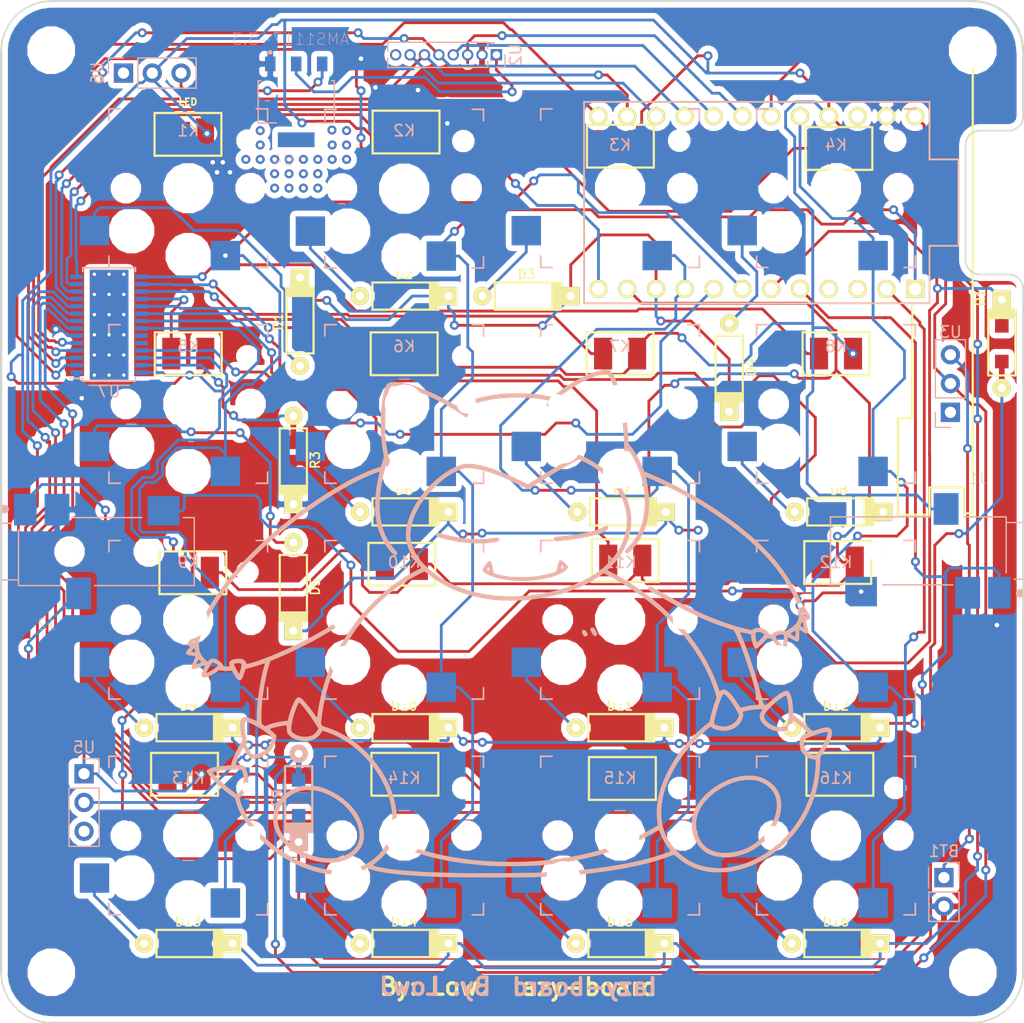
<source format=kicad_pcb>
(kicad_pcb (version 20171130) (host pcbnew "(5.0.0-3-g5ebb6b6)")
  (layers (0 F.Cu signal hide) (31 B.Cu signal hide) (34 B.Paste user) (35 F.Paste user) (36 B.SilkS user) (37 F.SilkS user) (38 B.Mask user) (39 F.Mask user) (44 Edge.Cuts user))
  (net 0 "")
  (net 1 /RAW1)
  (net 2 /GND1)
  (net 3 "Net-(D1-Pad2)")
  (net 4 /Row1)
  (net 5 "Net-(D2-Pad2)")
  (net 6 "Net-(D3-Pad2)")
  (net 7 "Net-(D4-Pad2)")
  (net 8 /Row2)
  (net 9 "Net-(D5-Pad2)")
  (net 10 "Net-(D6-Pad2)")
  (net 11 "Net-(D7-Pad2)")
  (net 12 /Row3)
  (net 13 "Net-(D8-Pad2)")
  (net 14 "Net-(D9-Pad2)")
  (net 15 /Col1)
  (net 16 /Col2)
  (net 17 /Col3)
  (net 18 "Net-(U1-Pad3)")
  (net 19 "Net-(U1-Pad4)")
  (net 20 "Net-(U1-Pad14)")
  (net 21 "Net-(U1-Pad15)")
  (net 22 "Net-(U1-Pad16)")
  (net 23 "Net-(U1-Pad17)")
  (net 24 "Net-(U1-Pad18)")
  (net 25 "Net-(U1-Pad22)")
  (net 26 "Net-(U2-Pad8)")
  (net 27 "Net-(BT1-Pad1)")
  (net 28 "Net-(D10-Pad2)")
  (net 29 "Net-(U3-Pad1)")
  (net 30 "Net-(J1-Pad1)")
  (net 31 "Net-(J1-Pad2)")
  (net 32 "Net-(U2-Pad2)")
  (net 33 "Net-(D11-Pad2)")
  (net 34 "Net-(D12-Pad2)")
  (net 35 "Net-(D13-Pad2)")
  (net 36 /Row4)
  (net 37 "Net-(D14-Pad2)")
  (net 38 "Net-(D15-Pad2)")
  (net 39 "Net-(D16-Pad2)")
  (net 40 /VCC1)
  (net 41 /Col4)
  (net 42 "Net-(U1-Pad12)")
  (net 43 "Net-(R1-Pad2)")
  (net 44 "Net-(U5-Pad3)")
  (net 45 "Net-(U4-Pad3)")
  (net 46 "Net-(U6-Pad1)")
  (net 47 "Net-(D20-Pad2)")
  (net 48 "Net-(D21-Pad2)")
  (net 49 "Net-(D22-Pad2)")
  (net 50 "Net-(D23-Pad2)")
  (net 51 "Net-(D24-Pad2)")
  (net 52 "Net-(D25-Pad2)")
  (net 53 "Net-(D26-Pad2)")
  (net 54 "Net-(D27-Pad2)")
  (net 55 "Net-(D28-Pad2)")
  (net 56 "Net-(D29-Pad2)")
  (net 57 "Net-(D30-Pad2)")
  (net 58 "Net-(D31-Pad2)")
  (net 59 "Net-(D32-Pad2)")
  (net 60 "Net-(D33-Pad2)")
  (net 61 "Net-(D34-Pad2)")
  (net 62 "Net-(D35-Pad2)")
  (net 63 "Net-(U1-Pad13)")
  (net 64 /GSCLK)
  (net 65 "Net-(U7-Pad23)")
  (net 66 "Net-(U7-Pad24)")
  (net 67 "Net-(U7-Pad29)")
  (net 68 "Net-(R3-Pad2)")
  (module MountingHole:MountingHole_3.2mm_M3 (layer F.Cu) (at 118.7323 133.985)
    (fp_text reference REF** hide)
    (fp_text value MountingHole_3.2mm_M3)
    (pad 1 np_thru_hole circle (at 0 0) (size 3.2 3.2) (drill 3.2) (layers *.Cu *.Mask))
  )
  (module MountingHole:MountingHole_3.2mm_M3 (layer F.Cu) (at 118.7196 52.5907)
    (fp_text reference REF** hide)
    (fp_text value MountingHole_3.2mm_M3)
    (pad 1 np_thru_hole circle (at 0 0) (size 3.2 3.2) (drill 3.2) (layers *.Cu *.Mask))
  )
  (module MountingHole:MountingHole_3.2mm_M3 (layer F.Cu) (at 200.025 52.6034)
    (fp_text reference REF** hide)
    (fp_text value MountingHole_3.2mm_M3)
    (pad 1 np_thru_hole circle (at 0 0) (size 3.2 3.2) (drill 3.2) (layers *.Cu *.Mask))
  )
  (module keyswitches:PG1350_socket (layer F.Cu) (at 187.96 83.82)
    (fp_text reference K8 (at 0 -5.08) (layer B.SilkS) (effects (justify mirror)))
    (fp_text value KEYSW)
    (pad "" np_thru_hole circle (at -5.5 0) (size 1.7018 1.7018) (drill 1.7018) (layers *.Cu *.Mask))
    (pad "" np_thru_hole circle (at 5.5 0) (size 1.7018 1.7018) (drill 1.7018) (layers *.Cu *.Mask))
    (pad 1 smd rect (at 3.275 5.95) (size 2.6 2.6) (layers B.Cu B.Paste B.Mask) (net 41 /Col4))
    (pad "" np_thru_hole circle (at -5 3.75) (size 3 3) (drill 3) (layers *.Cu *.Mask))
    (pad "" np_thru_hole circle (at 0 0) (size 3.429 3.429) (drill 3.429) (layers *.Cu *.Mask))
    (pad "" np_thru_hole circle (at 0 5.95) (size 3 3) (drill 3) (layers *.Cu *.Mask))
    (pad 2 smd rect (at -8.275 3.75) (size 2.6 2.6) (layers B.Cu B.Paste B.Mask) (net 13 "Net-(D8-Pad2)"))
    (pad "" np_thru_hole circle (at 5.22 -4.2) (size 0.9906 0.9906) (drill 0.9906) (layers *.Cu *.Mask))
  )
  (module keyswitches:PG1350_socket (layer F.Cu) (at 149.86 83.82)
    (fp_text reference K6 (at 0 -5.08) (layer B.SilkS) (effects (justify mirror)))
    (fp_text value KEYSW)
    (pad "" np_thru_hole circle (at -5.5 0) (size 1.7018 1.7018) (drill 1.7018) (layers *.Cu *.Mask))
    (pad "" np_thru_hole circle (at 5.5 0) (size 1.7018 1.7018) (drill 1.7018) (layers *.Cu *.Mask))
    (pad 1 smd rect (at 3.275 5.95) (size 2.6 2.6) (layers B.Cu B.Paste B.Mask) (net 16 /Col2))
    (pad "" np_thru_hole circle (at -5 3.75) (size 3 3) (drill 3) (layers *.Cu *.Mask))
    (pad "" np_thru_hole circle (at 0 0) (size 3.429 3.429) (drill 3.429) (layers *.Cu *.Mask))
    (pad "" np_thru_hole circle (at 0 5.95) (size 3 3) (drill 3) (layers *.Cu *.Mask))
    (pad 2 smd rect (at -8.275 3.75) (size 2.6 2.6) (layers B.Cu B.Paste B.Mask) (net 10 "Net-(D6-Pad2)"))
    (pad "" np_thru_hole circle (at 5.22 -4.2) (size 0.9906 0.9906) (drill 0.9906) (layers *.Cu *.Mask))
  )
  (module keyswitches:PG1350_socket (layer F.Cu) (at 130.81 64.77)
    (fp_text reference K1 (at 0 -5.08) (layer B.SilkS) (effects (justify mirror)))
    (fp_text value KEYSW)
    (pad "" np_thru_hole circle (at 5.22 -4.2) (size 0.9906 0.9906) (drill 0.9906) (layers *.Cu *.Mask))
    (pad 2 smd rect (at -8.275 3.75) (size 2.6 2.6) (layers B.Cu B.Paste B.Mask) (net 3 "Net-(D1-Pad2)"))
    (pad "" np_thru_hole circle (at 0 5.95) (size 3 3) (drill 3) (layers *.Cu *.Mask))
    (pad "" np_thru_hole circle (at 0 0) (size 3.429 3.429) (drill 3.429) (layers *.Cu *.Mask))
    (pad "" np_thru_hole circle (at -5 3.75) (size 3 3) (drill 3) (layers *.Cu *.Mask))
    (pad 1 smd rect (at 3.275 5.95) (size 2.6 2.6) (layers B.Cu B.Paste B.Mask) (net 15 /Col1))
    (pad "" np_thru_hole circle (at 5.5 0) (size 1.7018 1.7018) (drill 1.7018) (layers *.Cu *.Mask))
    (pad "" np_thru_hole circle (at -5.5 0) (size 1.7018 1.7018) (drill 1.7018) (layers *.Cu *.Mask))
  )
  (module keyswitches:PG1350_socket (layer F.Cu) (at 149.86 64.814)
    (fp_text reference K2 (at 0 -5.124) (layer B.SilkS) (effects (justify mirror)))
    (fp_text value KEYSW)
    (pad "" np_thru_hole circle (at -5.5 0) (size 1.7018 1.7018) (drill 1.7018) (layers *.Cu *.Mask))
    (pad "" np_thru_hole circle (at 5.5 0) (size 1.7018 1.7018) (drill 1.7018) (layers *.Cu *.Mask))
    (pad 1 smd rect (at 3.275 5.95) (size 2.6 2.6) (layers B.Cu B.Paste B.Mask) (net 16 /Col2))
    (pad "" np_thru_hole circle (at -5 3.75) (size 3 3) (drill 3) (layers *.Cu *.Mask))
    (pad "" np_thru_hole circle (at 0 0) (size 3.429 3.429) (drill 3.429) (layers *.Cu *.Mask))
    (pad "" np_thru_hole circle (at 0 5.95) (size 3 3) (drill 3) (layers *.Cu *.Mask))
    (pad 2 smd rect (at -8.275 3.75) (size 2.6 2.6) (layers B.Cu B.Paste B.Mask) (net 5 "Net-(D2-Pad2)"))
    (pad "" np_thru_hole circle (at 5.22 -4.2) (size 0.9906 0.9906) (drill 0.9906) (layers *.Cu *.Mask))
  )
  (module keyswitches:PG1350_socket (layer F.Cu) (at 168.91 64.77)
    (fp_text reference K3 (at 0 -3.81) (layer B.SilkS) (effects (justify mirror)))
    (fp_text value KEYSW)
    (pad "" np_thru_hole circle (at 5.22 -4.2) (size 0.9906 0.9906) (drill 0.9906) (layers *.Cu *.Mask))
    (pad 2 smd rect (at -8.275 3.75) (size 2.6 2.6) (layers B.Cu B.Paste B.Mask) (net 6 "Net-(D3-Pad2)"))
    (pad "" np_thru_hole circle (at 0 5.95) (size 3 3) (drill 3) (layers *.Cu *.Mask))
    (pad "" np_thru_hole circle (at 0 0) (size 3.429 3.429) (drill 3.429) (layers *.Cu *.Mask))
    (pad "" np_thru_hole circle (at -5 3.75) (size 3 3) (drill 3) (layers *.Cu *.Mask))
    (pad 1 smd rect (at 3.275 5.95) (size 2.6 2.6) (layers B.Cu B.Paste B.Mask) (net 17 /Col3))
    (pad "" np_thru_hole circle (at 5.5 0) (size 1.7018 1.7018) (drill 1.7018) (layers *.Cu *.Mask))
    (pad "" np_thru_hole circle (at -5.5 0) (size 1.7018 1.7018) (drill 1.7018) (layers *.Cu *.Mask))
  )
  (module keyswitches:PG1350_socket (layer F.Cu) (at 187.96 64.77)
    (fp_text reference K4 (at 0 -3.81) (layer B.SilkS) (effects (justify mirror)))
    (fp_text value KEYSW)
    (pad "" np_thru_hole circle (at -5.5 0) (size 1.7018 1.7018) (drill 1.7018) (layers *.Cu *.Mask))
    (pad "" np_thru_hole circle (at 5.5 0) (size 1.7018 1.7018) (drill 1.7018) (layers *.Cu *.Mask))
    (pad 1 smd rect (at 3.275 5.95) (size 2.6 2.6) (layers B.Cu B.Paste B.Mask) (net 41 /Col4))
    (pad "" np_thru_hole circle (at -5 3.75) (size 3 3) (drill 3) (layers *.Cu *.Mask))
    (pad "" np_thru_hole circle (at 0 0) (size 3.429 3.429) (drill 3.429) (layers *.Cu *.Mask))
    (pad "" np_thru_hole circle (at 0 5.95) (size 3 3) (drill 3) (layers *.Cu *.Mask))
    (pad 2 smd rect (at -8.275 3.75) (size 2.6 2.6) (layers B.Cu B.Paste B.Mask) (net 7 "Net-(D4-Pad2)"))
    (pad "" np_thru_hole circle (at 5.22 -4.2) (size 0.9906 0.9906) (drill 0.9906) (layers *.Cu *.Mask))
  )
  (module keyswitches:PG1350_socket (layer F.Cu) (at 130.81 83.82)
    (fp_text reference K5 (at 0 -5.08) (layer B.SilkS) (effects (justify mirror)))
    (fp_text value KEYSW)
    (pad "" np_thru_hole circle (at 5.22 -4.2) (size 0.9906 0.9906) (drill 0.9906) (layers *.Cu *.Mask))
    (pad 2 smd rect (at -8.275 3.75) (size 2.6 2.6) (layers B.Cu B.Paste B.Mask) (net 9 "Net-(D5-Pad2)"))
    (pad "" np_thru_hole circle (at 0 5.95) (size 3 3) (drill 3) (layers *.Cu *.Mask))
    (pad "" np_thru_hole circle (at 0 0) (size 3.429 3.429) (drill 3.429) (layers *.Cu *.Mask))
    (pad "" np_thru_hole circle (at -5 3.75) (size 3 3) (drill 3) (layers *.Cu *.Mask))
    (pad 1 smd rect (at 3.275 5.95) (size 2.6 2.6) (layers B.Cu B.Paste B.Mask) (net 15 /Col1))
    (pad "" np_thru_hole circle (at 5.5 0) (size 1.7018 1.7018) (drill 1.7018) (layers *.Cu *.Mask))
    (pad "" np_thru_hole circle (at -5.5 0) (size 1.7018 1.7018) (drill 1.7018) (layers *.Cu *.Mask))
  )
  (module keyswitches:PG1350_socket (layer F.Cu) (at 168.91 83.82)
    (fp_text reference K7 (at 0 -5.08) (layer B.SilkS) (effects (justify mirror)))
    (fp_text value KEYSW)
    (pad "" np_thru_hole circle (at 5.22 -4.2) (size 0.9906 0.9906) (drill 0.9906) (layers *.Cu *.Mask))
    (pad 2 smd rect (at -8.275 3.75) (size 2.6 2.6) (layers B.Cu B.Paste B.Mask) (net 11 "Net-(D7-Pad2)"))
    (pad "" np_thru_hole circle (at 0 5.95) (size 3 3) (drill 3) (layers *.Cu *.Mask))
    (pad "" np_thru_hole circle (at 0 0) (size 3.429 3.429) (drill 3.429) (layers *.Cu *.Mask))
    (pad "" np_thru_hole circle (at -5 3.75) (size 3 3) (drill 3) (layers *.Cu *.Mask))
    (pad 1 smd rect (at 3.275 5.95) (size 2.6 2.6) (layers B.Cu B.Paste B.Mask) (net 17 /Col3))
    (pad "" np_thru_hole circle (at 5.5 0) (size 1.7018 1.7018) (drill 1.7018) (layers *.Cu *.Mask))
    (pad "" np_thru_hole circle (at -5.5 0) (size 1.7018 1.7018) (drill 1.7018) (layers *.Cu *.Mask))
  )
  (module keyswitches:PG1350_socket (layer F.Cu) (at 130.81 102.87)
    (fp_text reference K9 (at 0 -5.08) (layer B.SilkS) (effects (justify mirror)))
    (fp_text value KEYSW)
    (pad "" np_thru_hole circle (at 5.22 -4.2) (size 0.9906 0.9906) (drill 0.9906) (layers *.Cu *.Mask))
    (pad 2 smd rect (at -8.275 3.75) (size 2.6 2.6) (layers B.Cu B.Paste B.Mask) (net 14 "Net-(D9-Pad2)"))
    (pad "" np_thru_hole circle (at 0 5.95) (size 3 3) (drill 3) (layers *.Cu *.Mask))
    (pad "" np_thru_hole circle (at 0 0) (size 3.429 3.429) (drill 3.429) (layers *.Cu *.Mask))
    (pad "" np_thru_hole circle (at -5 3.75) (size 3 3) (drill 3) (layers *.Cu *.Mask))
    (pad 1 smd rect (at 3.275 5.95) (size 2.6 2.6) (layers B.Cu B.Paste B.Mask) (net 15 /Col1))
    (pad "" np_thru_hole circle (at 5.5 0) (size 1.7018 1.7018) (drill 1.7018) (layers *.Cu *.Mask))
    (pad "" np_thru_hole circle (at -5.5 0) (size 1.7018 1.7018) (drill 1.7018) (layers *.Cu *.Mask))
  )
  (module keyboard_parts:nrf24l01header (layer B.Cu) (at 158 53 90)
    (fp_text reference U2 (at 0 1.695 90) (layer B.SilkS) (effects (justify mirror)))
    (fp_text value NRF24L01_Breakout)
    (pad 8 thru_hole oval (at 0 -8.89 90) (size 1 1) (drill 0.65) (layers *.Cu *.Mask) (net 26 "Net-(U2-Pad8)"))
    (pad 7 thru_hole oval (at 0 -7.62 90) (size 1 1) (drill 0.65) (layers *.Cu *.Mask) (net 21 "Net-(U1-Pad15)"))
    (pad 6 thru_hole oval (at 0 -6.35 90) (size 1 1) (drill 0.65) (layers *.Cu *.Mask) (net 20 "Net-(U1-Pad14)"))
    (pad 5 thru_hole oval (at 0 -5.08 90) (size 1 1) (drill 0.65) (layers *.Cu *.Mask) (net 22 "Net-(U1-Pad16)"))
    (pad 4 thru_hole oval (at 0 -3.81 90) (size 1 1) (drill 0.65) (layers *.Cu *.Mask) (net 23 "Net-(U1-Pad17)"))
    (pad 3 thru_hole oval (at 0 -2.54 90) (size 1 1) (drill 0.65) (layers *.Cu *.Mask) (net 24 "Net-(U1-Pad18)"))
    (pad 1 thru_hole oval (at 0 -1.27 90) (size 1 1) (drill 0.65) (layers *.Cu *.Mask) (net 2 /GND1))
    (pad 2 thru_hole rect (at 0 0 90) (size 1 1) (drill 0.65) (layers *.Cu *.Mask) (net 32 "Net-(U2-Pad2)"))
  )
  (module Connector_PinHeader_2.54mm:PinHeader_1x03_P2.54mm_Vertical (layer B.Cu) (at 198.0565 84.5566)
    (fp_text reference U3 (at 0 -7.0866) (layer B.SilkS) (effects (justify mirror)))
    (fp_text value ADG417BN)
    (pad 1 thru_hole rect (at 0 0) (size 1.7 1.7) (drill 1) (layers *.Cu *.Mask) (net 29 "Net-(U3-Pad1)"))
    (pad 2 thru_hole oval (at 0 -2.54) (size 1.7 1.7) (drill 1) (layers *.Cu *.Mask) (net 1 /RAW1))
    (pad 3 thru_hole oval (at 0 -5.08) (size 1.7 1.7) (drill 1) (layers *.Cu *.Mask) (net 27 "Net-(BT1-Pad1)"))
  )
  (module keyswitches:PG1350_socket (layer F.Cu) (at 149.86 102.87)
    (fp_text reference K10 (at 0 -5.08) (layer B.SilkS) (effects (justify mirror)))
    (fp_text value KEYSW)
    (pad "" np_thru_hole circle (at -5.5 0) (size 1.7018 1.7018) (drill 1.7018) (layers *.Cu *.Mask))
    (pad "" np_thru_hole circle (at 5.5 0) (size 1.7018 1.7018) (drill 1.7018) (layers *.Cu *.Mask))
    (pad 1 smd rect (at 3.275 5.95) (size 2.6 2.6) (layers B.Cu B.Paste B.Mask) (net 16 /Col2))
    (pad "" np_thru_hole circle (at -5 3.75) (size 3 3) (drill 3) (layers *.Cu *.Mask))
    (pad "" np_thru_hole circle (at 0 0) (size 3.429 3.429) (drill 3.429) (layers *.Cu *.Mask))
    (pad "" np_thru_hole circle (at 0 5.95) (size 3 3) (drill 3) (layers *.Cu *.Mask))
    (pad 2 smd rect (at -8.275 3.75) (size 2.6 2.6) (layers B.Cu B.Paste B.Mask) (net 28 "Net-(D10-Pad2)"))
    (pad "" np_thru_hole circle (at 5.22 -4.2) (size 0.9906 0.9906) (drill 0.9906) (layers *.Cu *.Mask))
  )
  (module keyswitches:PG1350_socket (layer F.Cu) (at 168.91 102.87)
    (fp_text reference K11 (at 0 -5.08) (layer B.SilkS) (effects (justify mirror)))
    (fp_text value KEYSW)
    (pad "" np_thru_hole circle (at 5.22 -4.2) (size 0.9906 0.9906) (drill 0.9906) (layers *.Cu *.Mask))
    (pad 2 smd rect (at -8.275 3.75) (size 2.6 2.6) (layers B.Cu B.Paste B.Mask) (net 33 "Net-(D11-Pad2)"))
    (pad "" np_thru_hole circle (at 0 5.95) (size 3 3) (drill 3) (layers *.Cu *.Mask))
    (pad "" np_thru_hole circle (at 0 0) (size 3.429 3.429) (drill 3.429) (layers *.Cu *.Mask))
    (pad "" np_thru_hole circle (at -5 3.75) (size 3 3) (drill 3) (layers *.Cu *.Mask))
    (pad 1 smd rect (at 3.275 5.95) (size 2.6 2.6) (layers B.Cu B.Paste B.Mask) (net 17 /Col3))
    (pad "" np_thru_hole circle (at 5.5 0) (size 1.7018 1.7018) (drill 1.7018) (layers *.Cu *.Mask))
    (pad "" np_thru_hole circle (at -5.5 0) (size 1.7018 1.7018) (drill 1.7018) (layers *.Cu *.Mask))
  )
  (module keyswitches:PG1350_socket (layer F.Cu) (at 187.96 102.87)
    (fp_text reference K12 (at 0 -5.08) (layer B.SilkS) (effects (justify mirror)))
    (fp_text value KEYSW)
    (pad "" np_thru_hole circle (at 5.22 -4.2) (size 0.9906 0.9906) (drill 0.9906) (layers *.Cu *.Mask))
    (pad 2 smd rect (at -8.275 3.75) (size 2.6 2.6) (layers B.Cu B.Paste B.Mask) (net 34 "Net-(D12-Pad2)"))
    (pad "" np_thru_hole circle (at 0 5.95) (size 3 3) (drill 3) (layers *.Cu *.Mask))
    (pad "" np_thru_hole circle (at 0 0) (size 3.429 3.429) (drill 3.429) (layers *.Cu *.Mask))
    (pad "" np_thru_hole circle (at -5 3.75) (size 3 3) (drill 3) (layers *.Cu *.Mask))
    (pad 1 smd rect (at 3.275 5.95) (size 2.6 2.6) (layers B.Cu B.Paste B.Mask) (net 41 /Col4))
    (pad "" np_thru_hole circle (at 5.5 0) (size 1.7018 1.7018) (drill 1.7018) (layers *.Cu *.Mask))
    (pad "" np_thru_hole circle (at -5.5 0) (size 1.7018 1.7018) (drill 1.7018) (layers *.Cu *.Mask))
  )
  (module keyswitches:PG1350_socket (layer F.Cu) (at 130.81 121.92)
    (fp_text reference K13 (at 0 -5.08) (layer B.SilkS) (effects (justify mirror)))
    (fp_text value KEYSW)
    (pad "" np_thru_hole circle (at -5.5 0) (size 1.7018 1.7018) (drill 1.7018) (layers *.Cu *.Mask))
    (pad "" np_thru_hole circle (at 5.5 0) (size 1.7018 1.7018) (drill 1.7018) (layers *.Cu *.Mask))
    (pad 1 smd rect (at 3.275 5.95) (size 2.6 2.6) (layers B.Cu B.Paste B.Mask) (net 15 /Col1))
    (pad "" np_thru_hole circle (at -5 3.75) (size 3 3) (drill 3) (layers *.Cu *.Mask))
    (pad "" np_thru_hole circle (at 0 0) (size 3.429 3.429) (drill 3.429) (layers *.Cu *.Mask))
    (pad "" np_thru_hole circle (at 0 5.95) (size 3 3) (drill 3) (layers *.Cu *.Mask))
    (pad 2 smd rect (at -8.275 3.75) (size 2.6 2.6) (layers B.Cu B.Paste B.Mask) (net 35 "Net-(D13-Pad2)"))
    (pad "" np_thru_hole circle (at 5.22 -4.2) (size 0.9906 0.9906) (drill 0.9906) (layers *.Cu *.Mask))
  )
  (module keyswitches:PG1350_socket (layer F.Cu) (at 149.86 121.92)
    (fp_text reference K14 (at 0 -5.08) (layer B.SilkS) (effects (justify mirror)))
    (fp_text value KEYSW)
    (pad "" np_thru_hole circle (at 5.22 -4.2) (size 0.9906 0.9906) (drill 0.9906) (layers *.Cu *.Mask))
    (pad 2 smd rect (at -8.275 3.75) (size 2.6 2.6) (layers B.Cu B.Paste B.Mask) (net 37 "Net-(D14-Pad2)"))
    (pad "" np_thru_hole circle (at 0 5.95) (size 3 3) (drill 3) (layers *.Cu *.Mask))
    (pad "" np_thru_hole circle (at 0 0) (size 3.429 3.429) (drill 3.429) (layers *.Cu *.Mask))
    (pad "" np_thru_hole circle (at -5 3.75) (size 3 3) (drill 3) (layers *.Cu *.Mask))
    (pad 1 smd rect (at 3.275 5.95) (size 2.6 2.6) (layers B.Cu B.Paste B.Mask) (net 16 /Col2))
    (pad "" np_thru_hole circle (at 5.5 0) (size 1.7018 1.7018) (drill 1.7018) (layers *.Cu *.Mask))
    (pad "" np_thru_hole circle (at -5.5 0) (size 1.7018 1.7018) (drill 1.7018) (layers *.Cu *.Mask))
  )
  (module keyswitches:PG1350_socket (layer F.Cu) (at 168.91 121.92)
    (fp_text reference K15 (at 0 -5.08) (layer B.SilkS) (effects (justify mirror)))
    (fp_text value KEYSW)
    (pad "" np_thru_hole circle (at -5.5 0) (size 1.7018 1.7018) (drill 1.7018) (layers *.Cu *.Mask))
    (pad "" np_thru_hole circle (at 5.5 0) (size 1.7018 1.7018) (drill 1.7018) (layers *.Cu *.Mask))
    (pad 1 smd rect (at 3.275 5.95) (size 2.6 2.6) (layers B.Cu B.Paste B.Mask) (net 17 /Col3))
    (pad "" np_thru_hole circle (at -5 3.75) (size 3 3) (drill 3) (layers *.Cu *.Mask))
    (pad "" np_thru_hole circle (at 0 0) (size 3.429 3.429) (drill 3.429) (layers *.Cu *.Mask))
    (pad "" np_thru_hole circle (at 0 5.95) (size 3 3) (drill 3) (layers *.Cu *.Mask))
    (pad 2 smd rect (at -8.275 3.75) (size 2.6 2.6) (layers B.Cu B.Paste B.Mask) (net 38 "Net-(D15-Pad2)"))
    (pad "" np_thru_hole circle (at 5.22 -4.2) (size 0.9906 0.9906) (drill 0.9906) (layers *.Cu *.Mask))
  )
  (module keyswitches:PG1350_socket (layer F.Cu) (at 187.96 121.92)
    (fp_text reference K16 (at 0 -5.08) (layer B.SilkS) (effects (justify mirror)))
    (fp_text value KEYSW)
    (pad "" np_thru_hole circle (at 5.22 -4.2) (size 0.9906 0.9906) (drill 0.9906) (layers *.Cu *.Mask))
    (pad 2 smd rect (at -8.275 3.75) (size 2.6 2.6) (layers B.Cu B.Paste B.Mask) (net 39 "Net-(D16-Pad2)"))
    (pad "" np_thru_hole circle (at 0 5.95) (size 3 3) (drill 3) (layers *.Cu *.Mask))
    (pad "" np_thru_hole circle (at 0 0) (size 3.429 3.429) (drill 3.429) (layers *.Cu *.Mask))
    (pad "" np_thru_hole circle (at -5 3.75) (size 3 3) (drill 3) (layers *.Cu *.Mask))
    (pad 1 smd rect (at 3.275 5.95) (size 2.6 2.6) (layers B.Cu B.Paste B.Mask) (net 41 /Col4))
    (pad "" np_thru_hole circle (at 5.5 0) (size 1.7018 1.7018) (drill 1.7018) (layers *.Cu *.Mask))
    (pad "" np_thru_hole circle (at -5.5 0) (size 1.7018 1.7018) (drill 1.7018) (layers *.Cu *.Mask))
  )
  (module keyboard_parts:D_SOD123_axial (layer F.Cu) (at 202.5904 78.4987 270)
    (fp_text reference R1 (at -4.0767 1.8796 270) (layer F.SilkS) (effects (font (size 0.8 0.8))))
    (fp_text value R hide)
    (pad 2 smd rect (at 1.575 0 270) (size 1.2 1.2) (layers F.Cu F.Paste F.Mask) (net 43 "Net-(R1-Pad2)"))
    (pad 1 smd rect (at -1.575 0 270) (size 1.2 1.2) (layers F.Cu F.Paste F.Mask) (net 31 "Net-(J1-Pad2)"))
    (pad 1 thru_hole rect (at -3.9 0 270) (size 1.6 1.6) (drill 0.7) (layers *.Cu *.Mask F.SilkS) (net 31 "Net-(J1-Pad2)"))
    (pad 2 thru_hole circle (at 3.9 0 270) (size 1.6 1.6) (drill 0.7) (layers *.Cu *.Mask F.SilkS) (net 43 "Net-(R1-Pad2)"))
    (pad 1 smd rect (at -2.7 0 270) (size 2.5 0.5) (layers F.Cu) (net 31 "Net-(J1-Pad2)"))
    (pad 2 smd rect (at 2.7 0 270) (size 2.5 0.5) (layers F.Cu) (net 43 "Net-(R1-Pad2)"))
  )
  (module keyboard_parts:D_SOD123_axial (layer B.Cu) (at 140.5509 118.5926 90)
    (fp_text reference R2 (at 0 -1.925 90) (layer B.SilkS) (effects (font (size 0.8 0.8)) (justify mirror)))
    (fp_text value R hide)
    (pad 2 smd rect (at 2.7 0 90) (size 2.5 0.5) (layers B.Cu) (net 43 "Net-(R1-Pad2)"))
    (pad 1 smd rect (at -2.7 0 90) (size 2.5 0.5) (layers B.Cu) (net 30 "Net-(J1-Pad1)"))
    (pad 2 thru_hole circle (at 3.9 0 90) (size 1.6 1.6) (drill 0.7) (layers *.Cu *.Mask B.SilkS) (net 43 "Net-(R1-Pad2)"))
    (pad 1 thru_hole rect (at -3.9 0 90) (size 1.6 1.6) (drill 0.7) (layers *.Cu *.Mask B.SilkS) (net 30 "Net-(J1-Pad1)"))
    (pad 1 smd rect (at -1.575 0 90) (size 1.2 1.2) (layers B.Cu B.Paste B.Mask) (net 30 "Net-(J1-Pad1)"))
    (pad 2 smd rect (at 1.575 0 90) (size 1.2 1.2) (layers B.Cu B.Paste B.Mask) (net 43 "Net-(R1-Pad2)"))
  )
  (module Connector_PinHeader_2.54mm:PinHeader_1x03_P2.54mm_Vertical (layer B.Cu) (at 121.6152 116.459 180)
    (fp_text reference U5 (at 0 2.33 180) (layer B.SilkS) (effects (justify mirror)))
    (fp_text value ADG417BN)
    (pad 1 thru_hole rect (at 0 0 180) (size 1.7 1.7) (drill 1) (layers *.Cu *.Mask) (net 40 /VCC1))
    (pad 2 thru_hole oval (at 0 -2.54 180) (size 1.7 1.7) (drill 1) (layers *.Cu *.Mask) (net 43 "Net-(R1-Pad2)"))
    (pad 3 thru_hole oval (at 0 -5.08 180) (size 1.7 1.7) (drill 1) (layers *.Cu *.Mask) (net 44 "Net-(U5-Pad3)"))
  )
  (module foots:ProMicroPinsFlipped (layer F.Cu) (at 180.975 66.04 180)
    (fp_text reference U1 hide)
    (fp_text value ProMicro)
    (pad 1 thru_hole rect (at -13.97 -7.62 180) (size 1.6 1.6) (drill 1.1) (layers *.Cu *.Mask F.SilkS) (net 16 /Col2))
    (pad 23 thru_hole circle (at -11.43 7.62 180) (size 1.6 1.6) (drill 1.1) (layers *.Cu *.Mask F.SilkS) (net 2 /GND1))
    (pad 22 thru_hole circle (at -8.89 7.62 180) (size 1.6 1.6) (drill 1.1) (layers *.Cu *.Mask F.SilkS) (net 25 "Net-(U1-Pad22)"))
    (pad 21 thru_hole circle (at -6.35 7.62 180) (size 1.6 1.6) (drill 1.1) (layers *.Cu *.Mask F.SilkS) (net 40 /VCC1))
    (pad 20 thru_hole circle (at -3.81 7.62 180) (size 1.6 1.6) (drill 1.1) (layers *.Cu *.Mask F.SilkS) (net 41 /Col4))
    (pad 19 thru_hole circle (at -1.27 7.62 180) (size 1.6 1.6) (drill 1.1) (layers *.Cu *.Mask F.SilkS) (net 36 /Row4))
    (pad 18 thru_hole circle (at 1.27 7.62 180) (size 1.6 1.6) (drill 1.1) (layers *.Cu *.Mask F.SilkS) (net 24 "Net-(U1-Pad18)"))
    (pad 17 thru_hole circle (at 3.81 7.62 180) (size 1.6 1.6) (drill 1.1) (layers *.Cu *.Mask F.SilkS) (net 23 "Net-(U1-Pad17)"))
    (pad 16 thru_hole circle (at 6.35 7.62 180) (size 1.6 1.6) (drill 1.1) (layers *.Cu *.Mask F.SilkS) (net 22 "Net-(U1-Pad16)"))
    (pad 15 thru_hole circle (at 8.89 7.62 180) (size 1.6 1.6) (drill 1.1) (layers *.Cu *.Mask F.SilkS) (net 21 "Net-(U1-Pad15)"))
    (pad 14 thru_hole circle (at 11.43 7.62 180) (size 1.6 1.6) (drill 1.1) (layers *.Cu *.Mask F.SilkS) (net 20 "Net-(U1-Pad14)"))
    (pad 13 thru_hole circle (at 13.97 7.62 180) (size 1.6 1.6) (drill 1.1) (layers *.Cu *.Mask F.SilkS) (net 63 "Net-(U1-Pad13)"))
    (pad 12 thru_hole circle (at 13.97 -7.62 180) (size 1.6 1.6) (drill 1.1) (layers *.Cu *.Mask F.SilkS) (net 42 "Net-(U1-Pad12)"))
    (pad 11 thru_hole circle (at 11.43 -7.62 180) (size 1.6 1.6) (drill 1.1) (layers *.Cu *.Mask F.SilkS) (net 8 /Row2))
    (pad 10 thru_hole circle (at 8.89 -7.62 180) (size 1.6 1.6) (drill 1.1) (layers *.Cu *.Mask F.SilkS) (net 4 /Row1))
    (pad 9 thru_hole circle (at 6.35 -7.62 180) (size 1.6 1.6) (drill 1.1) (layers *.Cu *.Mask F.SilkS) (net 17 /Col3))
    (pad 8 thru_hole circle (at 3.81 -7.62 180) (size 1.6 1.6) (drill 1.1) (layers *.Cu *.Mask F.SilkS) (net 64 /GSCLK))
    (pad 7 thru_hole circle (at 1.27 -7.62 180) (size 1.6 1.6) (drill 1.1) (layers *.Cu *.Mask F.SilkS) (net 15 /Col1))
    (pad 6 thru_hole circle (at -1.27 -7.62 180) (size 1.6 1.6) (drill 1.1) (layers *.Cu *.Mask F.SilkS) (net 31 "Net-(J1-Pad2)"))
    (pad 5 thru_hole circle (at -3.81 -7.62 180) (size 1.6 1.6) (drill 1.1) (layers *.Cu *.Mask F.SilkS) (net 30 "Net-(J1-Pad1)"))
    (pad 4 thru_hole circle (at -6.35 -7.62 180) (size 1.6 1.6) (drill 1.1) (layers *.Cu *.Mask F.SilkS) (net 19 "Net-(U1-Pad4)"))
    (pad 3 thru_hole circle (at -8.89 -7.62 180) (size 1.6 1.6) (drill 1.1) (layers *.Cu *.Mask F.SilkS) (net 18 "Net-(U1-Pad3)"))
    (pad 2 thru_hole circle (at -11.43 -7.62 180) (size 1.6 1.6) (drill 1.1) (layers *.Cu *.Mask F.SilkS) (net 12 /Row3))
    (pad 24 thru_hole circle (at -13.97 7.62 180) (size 1.6 1.6) (drill 1.1) (layers *.Cu *.Mask F.SilkS) (net 1 /RAW1))
  )
  (module Connector_PinHeader_2.54mm:PinHeader_1x03_P2.54mm_Vertical (layer B.Cu) (at 125.095 54.61 270)
    (fp_text reference U6 (at 0 2.33 270) (layer B.SilkS) (effects (justify mirror)))
    (fp_text value ADG417BN)
    (pad 1 thru_hole rect (at 0 0 270) (size 1.7 1.7) (drill 1) (layers *.Cu *.Mask) (net 46 "Net-(U6-Pad1)"))
    (pad 2 thru_hole oval (at 0 -2.54 270) (size 1.7 1.7) (drill 1) (layers *.Cu *.Mask) (net 40 /VCC1))
    (pad 3 thru_hole oval (at 0 -5.08 270) (size 1.7 1.7) (drill 1) (layers *.Cu *.Mask) (net 45 "Net-(U4-Pad3)"))
  )
  (module Package_SO:HTSSOP-28-1EP_4.4x9.7mm_P0.65mm_EP3.4x9.5mm_Mask2.4x6.17mm_ThermalVias (layer B.Cu) (at 123.825 76.8223)
    (fp_text reference U7 (at 0 5.9) (layer B.SilkS) (effects (justify mirror)))
    (fp_text value TLC5940PWP)
    (pad 1 smd rect (at -2.85 4.225) (size 1.1 0.4) (layers B.Cu B.Paste B.Mask) (net 2 /GND1))
    (pad 2 smd rect (at -2.85 3.575) (size 1.1 0.4) (layers B.Cu B.Paste B.Mask) (net 63 "Net-(U1-Pad13)"))
    (pad 3 smd rect (at -2.85 2.925) (size 1.1 0.4) (layers B.Cu B.Paste B.Mask) (net 42 "Net-(U1-Pad12)"))
    (pad 4 smd rect (at -2.85 2.275) (size 1.1 0.4) (layers B.Cu B.Paste B.Mask) (net 22 "Net-(U1-Pad16)"))
    (pad 5 smd rect (at -2.85 1.625) (size 1.1 0.4) (layers B.Cu B.Paste B.Mask) (net 20 "Net-(U1-Pad14)"))
    (pad 6 smd rect (at -2.85 0.975) (size 1.1 0.4) (layers B.Cu B.Paste B.Mask) (net 2 /GND1))
    (pad 7 smd rect (at -2.85 0.325) (size 1.1 0.4) (layers B.Cu B.Paste B.Mask) (net 62 "Net-(D35-Pad2)"))
    (pad 8 smd rect (at -2.85 -0.325) (size 1.1 0.4) (layers B.Cu B.Paste B.Mask) (net 61 "Net-(D34-Pad2)"))
    (pad 9 smd rect (at -2.85 -0.975) (size 1.1 0.4) (layers B.Cu B.Paste B.Mask) (net 60 "Net-(D33-Pad2)"))
    (pad 10 smd rect (at -2.85 -1.625) (size 1.1 0.4) (layers B.Cu B.Paste B.Mask) (net 59 "Net-(D32-Pad2)"))
    (pad 11 smd rect (at -2.85 -2.275) (size 1.1 0.4) (layers B.Cu B.Paste B.Mask) (net 58 "Net-(D31-Pad2)"))
    (pad 12 smd rect (at -2.85 -2.925) (size 1.1 0.4) (layers B.Cu B.Paste B.Mask) (net 57 "Net-(D30-Pad2)"))
    (pad 13 smd rect (at -2.85 -3.575) (size 1.1 0.4) (layers B.Cu B.Paste B.Mask) (net 56 "Net-(D29-Pad2)"))
    (pad 14 smd rect (at -2.85 -4.225) (size 1.1 0.4) (layers B.Cu B.Paste B.Mask) (net 55 "Net-(D28-Pad2)"))
    (pad 15 smd rect (at 2.85 -4.225) (size 1.1 0.4) (layers B.Cu B.Paste B.Mask) (net 54 "Net-(D27-Pad2)"))
    (pad 16 smd rect (at 2.85 -3.575) (size 1.1 0.4) (layers B.Cu B.Paste B.Mask) (net 53 "Net-(D26-Pad2)"))
    (pad 17 smd rect (at 2.85 -2.925) (size 1.1 0.4) (layers B.Cu B.Paste B.Mask) (net 52 "Net-(D25-Pad2)"))
    (pad 18 smd rect (at 2.85 -2.275) (size 1.1 0.4) (layers B.Cu B.Paste B.Mask) (net 51 "Net-(D24-Pad2)"))
    (pad 19 smd rect (at 2.85 -1.625) (size 1.1 0.4) (layers B.Cu B.Paste B.Mask) (net 50 "Net-(D23-Pad2)"))
    (pad 20 smd rect (at 2.85 -0.975) (size 1.1 0.4) (layers B.Cu B.Paste B.Mask) (net 49 "Net-(D22-Pad2)"))
    (pad 21 smd rect (at 2.85 -0.325) (size 1.1 0.4) (layers B.Cu B.Paste B.Mask) (net 48 "Net-(D21-Pad2)"))
    (pad 22 smd rect (at 2.85 0.325) (size 1.1 0.4) (layers B.Cu B.Paste B.Mask) (net 47 "Net-(D20-Pad2)"))
    (pad 23 smd rect (at 2.85 0.975) (size 1.1 0.4) (layers B.Cu B.Paste B.Mask) (net 65 "Net-(U7-Pad23)"))
    (pad 24 smd rect (at 2.85 1.625) (size 1.1 0.4) (layers B.Cu B.Paste B.Mask) (net 66 "Net-(U7-Pad24)"))
    (pad 25 smd rect (at 2.85 2.275) (size 1.1 0.4) (layers B.Cu B.Paste B.Mask) (net 64 /GSCLK))
    (pad 26 smd rect (at 2.85 2.925) (size 1.1 0.4) (layers B.Cu B.Paste B.Mask) (net 40 /VCC1))
    (pad 27 smd rect (at 2.85 3.575) (size 1.1 0.4) (layers B.Cu B.Paste B.Mask) (net 68 "Net-(R3-Pad2)"))
    (pad 28 smd rect (at 2.85 4.225) (size 1.1 0.4) (layers B.Cu B.Paste B.Mask) (net 40 /VCC1))
    (pad 29 smd rect (at 0 0) (size 3.4 9.7) (layers B.Cu) (net 67 "Net-(U7-Pad29)"))
    (pad 29 thru_hole circle (at -1.3 4.45) (size 0.6 0.6) (drill 0.3) (layers *.Cu) (net 67 "Net-(U7-Pad29)"))
    (pad 29 thru_hole circle (at 0 4.45) (size 0.6 0.6) (drill 0.3) (layers *.Cu) (net 67 "Net-(U7-Pad29)"))
    (pad 29 thru_hole circle (at 1.3 4.45) (size 0.6 0.6) (drill 0.3) (layers *.Cu) (net 67 "Net-(U7-Pad29)"))
    (pad 29 thru_hole circle (at 1.3 2.67) (size 0.6 0.6) (drill 0.3) (layers *.Cu) (net 67 "Net-(U7-Pad29)"))
    (pad 29 thru_hole circle (at 0 2.67) (size 0.6 0.6) (drill 0.3) (layers *.Cu) (net 67 "Net-(U7-Pad29)"))
    (pad 29 thru_hole circle (at -1.3 2.67) (size 0.6 0.6) (drill 0.3) (layers *.Cu) (net 67 "Net-(U7-Pad29)"))
    (pad 29 thru_hole circle (at 1.3 0.89) (size 0.6 0.6) (drill 0.3) (layers *.Cu) (net 67 "Net-(U7-Pad29)"))
    (pad 29 thru_hole circle (at 0 0.89) (size 0.6 0.6) (drill 0.3) (layers *.Cu) (net 67 "Net-(U7-Pad29)"))
    (pad 29 thru_hole circle (at -1.3 0.89) (size 0.6 0.6) (drill 0.3) (layers *.Cu) (net 67 "Net-(U7-Pad29)"))
    (pad 29 thru_hole circle (at 1.3 -0.89) (size 0.6 0.6) (drill 0.3) (layers *.Cu) (net 67 "Net-(U7-Pad29)"))
    (pad 29 thru_hole circle (at 0 -0.89) (size 0.6 0.6) (drill 0.3) (layers *.Cu) (net 67 "Net-(U7-Pad29)"))
    (pad 29 thru_hole circle (at -1.3 -0.89) (size 0.6 0.6) (drill 0.3) (layers *.Cu) (net 67 "Net-(U7-Pad29)"))
    (pad 29 thru_hole circle (at 1.3 -2.67) (size 0.6 0.6) (drill 0.3) (layers *.Cu) (net 67 "Net-(U7-Pad29)"))
    (pad 29 thru_hole circle (at 0 -2.67) (size 0.6 0.6) (drill 0.3) (layers *.Cu) (net 67 "Net-(U7-Pad29)"))
    (pad 29 thru_hole circle (at -1.3 -2.67) (size 0.6 0.6) (drill 0.3) (layers *.Cu) (net 67 "Net-(U7-Pad29)"))
    (pad 29 thru_hole circle (at 1.3 -4.45) (size 0.6 0.6) (drill 0.3) (layers *.Cu) (net 67 "Net-(U7-Pad29)"))
    (pad 29 thru_hole circle (at 0 -4.45) (size 0.6 0.6) (drill 0.3) (layers *.Cu) (net 67 "Net-(U7-Pad29)"))
    (pad 29 thru_hole circle (at -1.3 -4.45) (size 0.6 0.6) (drill 0.3) (layers *.Cu) (net 67 "Net-(U7-Pad29)"))
    (pad 29 smd rect (at 0 0) (size 3.4 9.7) (layers F.Cu) (net 67 "Net-(U7-Pad29)"))
  )
  (module Connector_PinHeader_2.54mm:PinHeader_1x02_P2.54mm_Vertical (layer B.Cu) (at 197.485 125.6284 180)
    (fp_text reference BT1 (at 0 2.33 180) (layer B.SilkS) (effects (justify mirror)))
    (fp_text value Battery_Cell)
    (pad 1 thru_hole rect (at 0 0 180) (size 1.7 1.7) (drill 1) (layers *.Cu *.Mask) (net 27 "Net-(BT1-Pad1)"))
    (pad 2 thru_hole oval (at 0 -2.54 180) (size 1.7 1.7) (drill 1) (layers *.Cu *.Mask) (net 2 /GND1))
  )
  (module foots:C_3528v1 (layer F.Cu) (at 131.2164 98.7044 180)
    (fp_text reference D20 hide)
    (fp_text value LED hide)
    (pad 1 smd rect (at -1.5 0 270) (size 2.8 1.6) (layers F.Cu F.Paste F.Mask) (net 40 /VCC1))
    (pad 2 smd rect (at 1.5 0 270) (size 2.8 1.6) (layers F.Cu F.Paste F.Mask) (net 47 "Net-(D20-Pad2)"))
  )
  (module foots:C_3528v1 (layer F.Cu) (at 149.6568 97.9551 180)
    (fp_text reference D21 hide)
    (fp_text value LED hide)
    (pad 2 smd rect (at 1.5 0 270) (size 2.8 1.6) (layers F.Cu F.Paste F.Mask) (net 48 "Net-(D21-Pad2)"))
    (pad 1 smd rect (at -1.5 0 270) (size 2.8 1.6) (layers F.Cu F.Paste F.Mask) (net 40 /VCC1))
  )
  (module foots:C_3528v1 (layer F.Cu) (at 169.3672 97.6376 180)
    (fp_text reference D22 hide)
    (fp_text value LED hide)
    (pad 1 smd rect (at -1.5 0 270) (size 2.8 1.6) (layers F.Cu F.Paste F.Mask) (net 40 /VCC1))
    (pad 2 smd rect (at 1.5 0 270) (size 2.8 1.6) (layers F.Cu F.Paste F.Mask) (net 49 "Net-(D22-Pad2)"))
  )
  (module foots:C_3528v1 (layer F.Cu) (at 188.1124 97.8027 180)
    (fp_text reference D23 hide)
    (fp_text value LED hide)
    (pad 2 smd rect (at 1.5 0 270) (size 2.8 1.6) (layers F.Cu F.Paste F.Mask) (net 50 "Net-(D23-Pad2)"))
    (pad 1 smd rect (at -1.5 0 270) (size 2.8 1.6) (layers F.Cu F.Paste F.Mask) (net 40 /VCC1))
  )
  (module foots:C_3528v1 (layer F.Cu) (at 130.81 79.375 180)
    (fp_text reference D24 hide)
    (fp_text value LED hide)
    (pad 1 smd rect (at -1.5 0 270) (size 2.8 1.6) (layers F.Cu F.Paste F.Mask) (net 40 /VCC1))
    (pad 2 smd rect (at 1.5 0 270) (size 2.8 1.6) (layers F.Cu F.Paste F.Mask) (net 51 "Net-(D24-Pad2)"))
  )
  (module foots:C_3528v1 (layer F.Cu) (at 149.86 79.375 180)
    (fp_text reference D25 hide)
    (fp_text value LED hide)
    (pad 2 smd rect (at 1.5 0 270) (size 2.8 1.6) (layers F.Cu F.Paste F.Mask) (net 52 "Net-(D25-Pad2)"))
    (pad 1 smd rect (at -1.5 0 270) (size 2.8 1.6) (layers F.Cu F.Paste F.Mask) (net 40 /VCC1))
  )
  (module foots:C_3528v1 (layer F.Cu) (at 168.91 79.375 180)
    (fp_text reference D26 hide)
    (fp_text value LED hide)
    (pad 1 smd rect (at -1.5 0 270) (size 2.8 1.6) (layers F.Cu F.Paste F.Mask) (net 40 /VCC1))
    (pad 2 smd rect (at 1.5 0 270) (size 2.8 1.6) (layers F.Cu F.Paste F.Mask) (net 53 "Net-(D26-Pad2)"))
  )
  (module foots:C_3528v1 (layer F.Cu) (at 187.96 79.375 180)
    (fp_text reference D27 hide)
    (fp_text value LED hide)
    (pad 2 smd rect (at 1.5 0 270) (size 2.8 1.6) (layers F.Cu F.Paste F.Mask) (net 54 "Net-(D27-Pad2)"))
    (pad 1 smd rect (at -1.5 0 270) (size 2.8 1.6) (layers F.Cu F.Paste F.Mask) (net 40 /VCC1))
  )
  (module foots:C_3528v1 (layer F.Cu) (at 130.7846 60.0075 180)
    (fp_text reference D28 hide)
    (fp_text value LED (at 0 2.85 180) (layer F.SilkS) (effects (font (size 0.6 0.6))))
    (pad 1 smd rect (at -1.5 0 270) (size 2.8 1.6) (layers F.Cu F.Paste F.Mask) (net 40 /VCC1))
    (pad 2 smd rect (at 1.5 0 270) (size 2.8 1.6) (layers F.Cu F.Paste F.Mask) (net 55 "Net-(D28-Pad2)"))
  )
  (module foots:C_3528v1 (layer F.Cu) (at 150.0251 59.8043 180)
    (fp_text reference D29 hide)
    (fp_text value LED hide)
    (pad 2 smd rect (at 1.5 0 270) (size 2.8 1.6) (layers F.Cu F.Paste F.Mask) (net 56 "Net-(D29-Pad2)"))
    (pad 1 smd rect (at -1.5 0 270) (size 2.8 1.6) (layers F.Cu F.Paste F.Mask) (net 40 /VCC1))
  )
  (module foots:C_3528v1 (layer F.Cu) (at 188.214 61.2521 180)
    (fp_text reference D30 hide)
    (fp_text value LED hide)
    (pad 1 smd rect (at -1.5 0 270) (size 2.8 1.6) (layers F.Cu F.Paste F.Mask) (net 40 /VCC1))
    (pad 2 smd rect (at 1.5 0 270) (size 2.8 1.6) (layers F.Cu F.Paste F.Mask) (net 57 "Net-(D30-Pad2)"))
  )
  (module foots:C_3528v1 (layer F.Cu) (at 168.9354 61.0489 180)
    (fp_text reference D31 hide)
    (fp_text value LED hide)
    (pad 2 smd rect (at 1.5 0 270) (size 2.8 1.6) (layers F.Cu F.Paste F.Mask) (net 58 "Net-(D31-Pad2)"))
    (pad 1 smd rect (at -1.5 0 270) (size 2.8 1.6) (layers F.Cu F.Paste F.Mask) (net 40 /VCC1))
  )
  (module foots:C_3528v1 (layer F.Cu) (at 188.3029 116.4971 180)
    (fp_text reference D32 hide)
    (fp_text value LED hide)
    (pad 1 smd rect (at -1.5 0 270) (size 2.8 1.6) (layers F.Cu F.Paste F.Mask) (net 40 /VCC1))
    (pad 2 smd rect (at 1.5 0 270) (size 2.8 1.6) (layers F.Cu F.Paste F.Mask) (net 59 "Net-(D32-Pad2)"))
  )
  (module foots:C_3528v1 (layer F.Cu) (at 169.1132 116.8654 180)
    (fp_text reference D33 hide)
    (fp_text value LED hide)
    (pad 2 smd rect (at 1.5 0 270) (size 2.8 1.6) (layers F.Cu F.Paste F.Mask) (net 60 "Net-(D33-Pad2)"))
    (pad 1 smd rect (at -1.5 0 270) (size 2.8 1.6) (layers F.Cu F.Paste F.Mask) (net 40 /VCC1))
  )
  (module foots:C_3528v1 (layer F.Cu) (at 149.9235 116.4971 180)
    (fp_text reference D34 hide)
    (fp_text value LED hide)
    (pad 1 smd rect (at -1.5 0 270) (size 2.8 1.6) (layers F.Cu F.Paste F.Mask) (net 40 /VCC1))
    (pad 2 smd rect (at 1.5 0 270) (size 2.8 1.6) (layers F.Cu F.Paste F.Mask) (net 61 "Net-(D34-Pad2)"))
  )
  (module foots:C_3528v1 (layer F.Cu) (at 130.4798 116.4971 180)
    (fp_text reference D35 hide)
    (fp_text value LED hide)
    (pad 2 smd rect (at 1.5 0 270) (size 2.8 1.6) (layers F.Cu F.Paste F.Mask) (net 62 "Net-(D35-Pad2)"))
    (pad 1 smd rect (at -1.5 0 270) (size 2.8 1.6) (layers F.Cu F.Paste F.Mask) (net 40 /VCC1))
  )
  (module SJ-43514-SMT:CUI_SJ-43514-SMT (layer B.Cu) (at 195.2244 96.7867 180)
    (fp_text reference J1 (at -5.23394 6.41433 180) (layer B.SilkS) (effects (font (size 1.00459 1.00459) (thickness 0.05)) (justify mirror)))
    (fp_text value AudioJack3_Ground hide)
    (pad Hole np_thru_hole circle (at 3.75 0 180) (size 1.7 1.7) (drill 1.7) (layers *.Cu *.Mask B.SilkS))
    (pad Hole np_thru_hole circle (at -3.25 0 180) (size 1.7 1.7) (drill 1.7) (layers *.Cu *.Mask B.SilkS))
    (pad 4 smd rect (at -4.35 -3.7) (size 2.2 2.8) (layers B.Cu B.Paste B.Mask) (net 2 /GND1))
    (pad 3 smd rect (at -2.45 3.7) (size 2.2 2.8) (layers B.Cu B.Paste B.Mask) (net 40 /VCC1))
    (pad 2 smd rect (at 5.05 -3.6) (size 2.8 2.6) (layers B.Cu B.Paste B.Mask) (net 31 "Net-(J1-Pad2)"))
    (pad 1 smd rect (at -7.15 -3.7) (size 2 2.8) (layers B.Cu B.Paste B.Mask) (net 30 "Net-(J1-Pad1)"))
  )
  (module SJ-43514-SMT:CUI_SJ-43514-SMT (layer B.Cu) (at 123.5837 96.8502)
    (fp_text reference J2 (at -5.23394 6.41433) (layer B.SilkS) (effects (font (size 1.00459 1.00459) (thickness 0.05)) (justify mirror)))
    (fp_text value AudioJack3_Ground hide)
    (pad 1 smd rect (at -7.15 -3.7 180) (size 2 2.8) (layers B.Cu B.Paste B.Mask) (net 30 "Net-(J1-Pad1)"))
    (pad 2 smd rect (at 5.05 -3.6 180) (size 2.8 2.6) (layers B.Cu B.Paste B.Mask) (net 31 "Net-(J1-Pad2)"))
    (pad 3 smd rect (at -2.45 3.7 180) (size 2.2 2.8) (layers B.Cu B.Paste B.Mask) (net 1 /RAW1))
    (pad 4 smd rect (at -4.35 -3.7 180) (size 2.2 2.8) (layers B.Cu B.Paste B.Mask) (net 2 /GND1))
    (pad Hole np_thru_hole circle (at -3.25 0) (size 1.7 1.7) (drill 1.7) (layers *.Cu *.Mask B.SilkS))
    (pad Hole np_thru_hole circle (at 3.75 0) (size 1.7 1.7) (drill 1.7) (layers *.Cu *.Mask B.SilkS))
  )
  (module keyboard_parts:D_SOD123_axial (layer F.Cu) (at 140.081 88.773 90)
    (fp_text reference R3 (at 0 1.925 90) (layer F.SilkS) (effects (font (size 0.8 0.8))))
    (fp_text value R hide)
    (pad 2 smd rect (at 1.575 0 90) (size 1.2 1.2) (layers F.Cu F.Paste F.Mask) (net 68 "Net-(R3-Pad2)"))
    (pad 1 smd rect (at -1.575 0 90) (size 1.2 1.2) (layers F.Cu F.Paste F.Mask) (net 2 /GND1))
    (pad 1 thru_hole rect (at -3.9 0 90) (size 1.6 1.6) (drill 0.7) (layers *.Cu *.Mask F.SilkS) (net 2 /GND1))
    (pad 2 thru_hole circle (at 3.9 0 90) (size 1.6 1.6) (drill 0.7) (layers *.Cu *.Mask F.SilkS) (net 68 "Net-(R3-Pad2)"))
    (pad 1 smd rect (at -2.7 0 90) (size 2.5 0.5) (layers F.Cu) (net 2 /GND1))
    (pad 2 smd rect (at 2.7 0 90) (size 2.5 0.5) (layers F.Cu) (net 68 "Net-(R3-Pad2)"))
  )
  (module AMS1117-3.3:SOT229P700X180-4N (layer B.Cu) (at 140.335 57.15)
    (fp_text reference U4 (at -1.15205 5.14412) (layer B.SilkS) (effects (font (size 1.00177 1.00177) (thickness 0.05)) (justify mirror)))
    (fp_text value AMS1117-3.3 (at -0.51591 -5.53482) (layer B.SilkS) (effects (font (size 1.00178 1.00178) (thickness 0.05)) (justify mirror)))
    (pad 1 smd rect (at -2.29 -3.345) (size 0.93 1.31) (layers B.Cu B.Paste B.Mask) (net 2 /GND1))
    (pad 2 smd rect (at 0 -3.345) (size 0.93 1.31) (layers B.Cu B.Paste B.Mask) (net 32 "Net-(U2-Pad2)"))
    (pad 3 smd rect (at 2.29 -3.345) (size 0.93 1.31) (layers B.Cu B.Paste B.Mask) (net 45 "Net-(U4-Pad3)"))
    (pad 4 smd rect (at 0 3.345) (size 3.24 1.31) (layers B.Cu B.Paste B.Mask))
  )
  (module keyboard_parts:D_SOD123_axial_noSMD (layer F.Cu) (at 140.6652 76.5556 270)
    (fp_text reference D1 (at 0 1.925 270) (layer F.SilkS) (effects (font (size 0.8 0.8))))
    (fp_text value D hide)
    (pad 1 thru_hole rect (at -3.9 0 270) (size 1.6 1.6) (drill 0.7) (layers *.Cu *.Mask F.SilkS) (net 4 /Row1))
    (pad 2 thru_hole circle (at 3.9 0 270) (size 1.6 1.6) (drill 0.7) (layers *.Cu *.Mask F.SilkS) (net 3 "Net-(D1-Pad2)"))
  )
  (module keyboard_parts:D_SOD123_axial_noSMD (layer F.Cu) (at 149.86 74.295 180)
    (fp_text reference D2 (at 0 1.925 180) (layer F.SilkS) (effects (font (size 0.8 0.8))))
    (fp_text value D hide)
    (pad 2 thru_hole circle (at 3.9 0 180) (size 1.6 1.6) (drill 0.7) (layers *.Cu *.Mask F.SilkS) (net 5 "Net-(D2-Pad2)"))
    (pad 1 thru_hole rect (at -3.9 0 180) (size 1.6 1.6) (drill 0.7) (layers *.Cu *.Mask F.SilkS) (net 4 /Row1))
  )
  (module keyboard_parts:D_SOD123_axial_noSMD (layer F.Cu) (at 160.655 74.295 180)
    (fp_text reference D3 (at 0 1.925 180) (layer F.SilkS) (effects (font (size 0.8 0.8))))
    (fp_text value D hide)
    (pad 1 thru_hole rect (at -3.9 0 180) (size 1.6 1.6) (drill 0.7) (layers *.Cu *.Mask F.SilkS) (net 4 /Row1))
    (pad 2 thru_hole circle (at 3.9 0 180) (size 1.6 1.6) (drill 0.7) (layers *.Cu *.Mask F.SilkS) (net 6 "Net-(D3-Pad2)"))
  )
  (module keyboard_parts:D_SOD123_axial_noSMD (layer F.Cu) (at 178.5366 80.5942 90)
    (fp_text reference D4 (at 0 1.925 90) (layer F.SilkS) (effects (font (size 0.8 0.8))))
    (fp_text value D hide)
    (pad 2 thru_hole circle (at 3.9 0 90) (size 1.6 1.6) (drill 0.7) (layers *.Cu *.Mask F.SilkS) (net 7 "Net-(D4-Pad2)"))
    (pad 1 thru_hole rect (at -3.9 0 90) (size 1.6 1.6) (drill 0.7) (layers *.Cu *.Mask F.SilkS) (net 4 /Row1))
  )
  (module keyboard_parts:D_SOD123_axial_noSMD (layer F.Cu) (at 140.081 99.949 90)
    (fp_text reference D5 (at 0 1.925 90) (layer F.SilkS) (effects (font (size 0.8 0.8))))
    (fp_text value D hide)
    (pad 1 thru_hole rect (at -3.9 0 90) (size 1.6 1.6) (drill 0.7) (layers *.Cu *.Mask F.SilkS) (net 8 /Row2))
    (pad 2 thru_hole circle (at 3.9 0 90) (size 1.6 1.6) (drill 0.7) (layers *.Cu *.Mask F.SilkS) (net 9 "Net-(D5-Pad2)"))
  )
  (module keyboard_parts:D_SOD123_axial_noSMD (layer F.Cu) (at 149.86 93.345 180)
    (fp_text reference D6 (at 0 1.925 180) (layer F.SilkS) (effects (font (size 0.8 0.8))))
    (fp_text value D hide)
    (pad 1 thru_hole rect (at -3.9 0 180) (size 1.6 1.6) (drill 0.7) (layers *.Cu *.Mask F.SilkS) (net 8 /Row2))
    (pad 2 thru_hole circle (at 3.9 0 180) (size 1.6 1.6) (drill 0.7) (layers *.Cu *.Mask F.SilkS) (net 10 "Net-(D6-Pad2)"))
  )
  (module keyboard_parts:D_SOD123_axial_noSMD (layer F.Cu) (at 169.037 93.345 180)
    (fp_text reference D7 (at 0 1.925 180) (layer F.SilkS) (effects (font (size 0.8 0.8))))
    (fp_text value D hide)
    (pad 1 thru_hole rect (at -3.9 0 180) (size 1.6 1.6) (drill 0.7) (layers *.Cu *.Mask F.SilkS) (net 8 /Row2))
    (pad 2 thru_hole circle (at 3.9 0 180) (size 1.6 1.6) (drill 0.7) (layers *.Cu *.Mask F.SilkS) (net 11 "Net-(D7-Pad2)"))
  )
  (module keyboard_parts:D_SOD123_axial_noSMD (layer F.Cu) (at 188.214 93.345 180)
    (fp_text reference D8 (at 0 1.925 180) (layer F.SilkS) (effects (font (size 0.8 0.8))))
    (fp_text value D hide)
    (pad 2 thru_hole circle (at 3.9 0 180) (size 1.6 1.6) (drill 0.7) (layers *.Cu *.Mask F.SilkS) (net 13 "Net-(D8-Pad2)"))
    (pad 1 thru_hole rect (at -3.9 0 180) (size 1.6 1.6) (drill 0.7) (layers *.Cu *.Mask F.SilkS) (net 8 /Row2))
  )
  (module keyboard_parts:D_SOD123_axial_noSMD (layer F.Cu) (at 130.81 112.395 180)
    (fp_text reference D9 (at 0 1.925 180) (layer F.SilkS) (effects (font (size 0.8 0.8))))
    (fp_text value D hide)
    (pad 2 thru_hole circle (at 3.9 0 180) (size 1.6 1.6) (drill 0.7) (layers *.Cu *.Mask F.SilkS) (net 14 "Net-(D9-Pad2)"))
    (pad 1 thru_hole rect (at -3.9 0 180) (size 1.6 1.6) (drill 0.7) (layers *.Cu *.Mask F.SilkS) (net 12 /Row3))
  )
  (module keyboard_parts:D_SOD123_axial_noSMD (layer F.Cu) (at 149.86 112.395 180)
    (fp_text reference D10 (at 0 1.925 180) (layer F.SilkS) (effects (font (size 0.8 0.8))))
    (fp_text value D hide)
    (pad 1 thru_hole rect (at -3.9 0 180) (size 1.6 1.6) (drill 0.7) (layers *.Cu *.Mask F.SilkS) (net 12 /Row3))
    (pad 2 thru_hole circle (at 3.9 0 180) (size 1.6 1.6) (drill 0.7) (layers *.Cu *.Mask F.SilkS) (net 28 "Net-(D10-Pad2)"))
  )
  (module keyboard_parts:D_SOD123_axial_noSMD (layer F.Cu) (at 168.91 112.395 180)
    (fp_text reference D11 (at 0 1.925 180) (layer F.SilkS) (effects (font (size 0.8 0.8))))
    (fp_text value D hide)
    (pad 2 thru_hole circle (at 3.9 0 180) (size 1.6 1.6) (drill 0.7) (layers *.Cu *.Mask F.SilkS) (net 33 "Net-(D11-Pad2)"))
    (pad 1 thru_hole rect (at -3.9 0 180) (size 1.6 1.6) (drill 0.7) (layers *.Cu *.Mask F.SilkS) (net 12 /Row3))
  )
  (module keyboard_parts:D_SOD123_axial_noSMD (layer F.Cu) (at 187.96 112.395 180)
    (fp_text reference D12 (at 0 1.925 180) (layer F.SilkS) (effects (font (size 0.8 0.8))))
    (fp_text value D hide)
    (pad 2 thru_hole circle (at 3.9 0 180) (size 1.6 1.6) (drill 0.7) (layers *.Cu *.Mask F.SilkS) (net 34 "Net-(D12-Pad2)"))
    (pad 1 thru_hole rect (at -3.9 0 180) (size 1.6 1.6) (drill 0.7) (layers *.Cu *.Mask F.SilkS) (net 12 /Row3))
  )
  (module keyboard_parts:D_SOD123_axial_noSMD (layer F.Cu) (at 130.81 131.445 180)
    (fp_text reference D13 (at 0 1.925 180) (layer F.SilkS) (effects (font (size 0.8 0.8))))
    (fp_text value D hide)
    (pad 2 thru_hole circle (at 3.9 0 180) (size 1.6 1.6) (drill 0.7) (layers *.Cu *.Mask F.SilkS) (net 35 "Net-(D13-Pad2)"))
    (pad 1 thru_hole rect (at -3.9 0 180) (size 1.6 1.6) (drill 0.7) (layers *.Cu *.Mask F.SilkS) (net 36 /Row4))
  )
  (module keyboard_parts:D_SOD123_axial_noSMD (layer F.Cu) (at 149.86 131.445 180)
    (fp_text reference D14 (at 0 1.925 180) (layer F.SilkS) (effects (font (size 0.8 0.8))))
    (fp_text value D hide)
    (pad 1 thru_hole rect (at -3.9 0 180) (size 1.6 1.6) (drill 0.7) (layers *.Cu *.Mask F.SilkS) (net 36 /Row4))
    (pad 2 thru_hole circle (at 3.9 0 180) (size 1.6 1.6) (drill 0.7) (layers *.Cu *.Mask F.SilkS) (net 37 "Net-(D14-Pad2)"))
  )
  (module keyboard_parts:D_SOD123_axial_noSMD (layer F.Cu) (at 168.91 131.445 180)
    (fp_text reference D15 (at 0 1.925 180) (layer F.SilkS) (effects (font (size 0.8 0.8))))
    (fp_text value D hide)
    (pad 2 thru_hole circle (at 3.9 0 180) (size 1.6 1.6) (drill 0.7) (layers *.Cu *.Mask F.SilkS) (net 38 "Net-(D15-Pad2)"))
    (pad 1 thru_hole rect (at -3.9 0 180) (size 1.6 1.6) (drill 0.7) (layers *.Cu *.Mask F.SilkS) (net 36 /Row4))
  )
  (module keyboard_parts:D_SOD123_axial_noSMD (layer F.Cu) (at 187.96 131.445 180)
    (fp_text reference D16 (at 0 1.925 180) (layer F.SilkS) (effects (font (size 0.8 0.8))))
    (fp_text value D hide)
    (pad 1 thru_hole rect (at -3.9 0 180) (size 1.6 1.6) (drill 0.7) (layers *.Cu *.Mask F.SilkS) (net 36 /Row4))
    (pad 2 thru_hole circle (at 3.9 0 180) (size 1.6 1.6) (drill 0.7) (layers *.Cu *.Mask F.SilkS) (net 39 "Net-(D16-Pad2)"))
  )
  (module snorlax:s2 (layer B.Cu) (at 159.4739 102.9335 180)
    (fp_text reference G*** hide)
    (fp_text value LOGO hide)
  )
  (module MountingHole:MountingHole_3.2mm_M3 (layer F.Cu) (at 200.0377 133.985)
    (fp_text reference REF** hide)
    (fp_text value MountingHole_3.2mm_M3)
    (pad 1 np_thru_hole circle (at 0 0) (size 3.2 3.2) (drill 3.2) (layers *.Cu *.Mask))
  )
  (gr_line (start 194.691 85.09) (end 194.691 75.184) (layer F.SilkS) (width 0.2))
  (gr_line (start 193.421 85.09) (end 194.691 85.09) (layer F.SilkS) (width 0.2))
  (gr_line (start 193.421 93.599) (end 193.421 85.09) (layer F.SilkS) (width 0.2))
  (gr_line (start 196.215 93.599) (end 193.421 93.599) (layer F.SilkS) (width 0.2))
  (gr_line (start 196.215 91.186) (end 196.215 93.599) (layer F.SilkS) (width 0.2))
  (gr_line (start 199.263 91.186) (end 196.215 91.186) (layer F.SilkS) (width 0.2))
  (gr_line (start 199.263 93.472) (end 199.263 91.186) (layer F.SilkS) (width 0.2))
  (gr_line (start 200.025 93.472) (end 199.263 93.472) (layer F.SilkS) (width 0.2))
  (gr_line (start 200.025 52.578) (end 200.025 93.472) (layer F.SilkS) (width 0.2))
  (gr_line (start 200.025 52.578) (end 200.025 72.39) (layer F.SilkS) (width 0.2))
  (gr_text "By: LowJ" (at 152.6032 135.2423) (layer B.SilkS) (effects (font (size 1.5 1.5) (thickness 0.3)) (justify mirror)))
  (gr_text "By: LowJ" (at 152.6032 135.2423) (layer F.SilkS) (effects (font (size 1.5 1.5) (thickness 0.3))))
  (gr_text lazy-board (at 165.7731 135.2677) (layer B.SilkS) (effects (font (size 1.5 1.5) (thickness 0.3)) (justify mirror)))
  (gr_text lazy-board (at 165.7731 135.2677) (layer F.SilkS) (effects (font (size 1.5 1.5) (thickness 0.3))))
  (gr_line (start 204.47 133.985) (end 204.47 73.66) (layer Edge.Cuts) (width 0.15))
  (gr_line (start 204.47 52.705) (end 204.47 58.42) (layer Edge.Cuts) (width 0.15))
  (gr_line (start 114.3 52.705) (end 114.3 133.985) (layer Edge.Cuts) (width 0.2))
  (gr_arc (start 203.2 73.66) (end 204.47 73.66) (angle -90) (layer Edge.Cuts) (width 0.15))
  (gr_arc (start 200.66 71.12) (end 199.39 71.12) (angle -90) (layer Edge.Cuts) (width 0.15))
  (gr_arc (start 200.66 60.96) (end 200.66 59.69) (angle -90) (layer Edge.Cuts) (width 0.15))
  (gr_arc (start 203.2 58.42) (end 203.2 59.69) (angle -90) (layer Edge.Cuts) (width 0.15))
  (gr_arc (start 200.025 133.985) (end 200.025 138.43) (angle -90) (layer Edge.Cuts) (width 0.15))
  (gr_arc (start 118.745 133.985) (end 114.3 133.985) (angle -90) (layer Edge.Cuts) (width 0.15))
  (gr_arc (start 118.745 52.705) (end 118.745 48.26) (angle -90) (layer Edge.Cuts) (width 0.15))
  (gr_arc (start 200.025 52.705) (end 204.47 52.705) (angle -90) (layer Edge.Cuts) (width 0.2))
  (gr_line (start 200.025 138.43) (end 118.745 138.43) (layer Edge.Cuts) (width 0.15))
  (gr_line (start 200.66 72.39) (end 203.2 72.39) (layer Edge.Cuts) (width 0.15))
  (gr_line (start 199.39 60.96) (end 199.39 71.12) (layer Edge.Cuts) (width 0.15))
  (gr_line (start 203.2 59.69) (end 200.66 59.69) (layer Edge.Cuts) (width 0.15))
  (gr_line (start 118.745 48.26) (end 200.025 48.26) (layer Edge.Cuts) (width 0.15))
  (via (at 138.43 62.23) (size 0.8) (drill 0.4) (layers F.Cu B.Cu) (net 0))
  (via (at 139.7 62.23) (size 0.8) (drill 0.4) (layers F.Cu B.Cu) (net 0))
  (via (at 140.97 62.23) (size 0.8) (drill 0.4) (layers F.Cu B.Cu) (net 0))
  (via (at 142.24 62.23) (size 0.8) (drill 0.4) (layers F.Cu B.Cu) (net 0))
  (via (at 143.51 62.23) (size 0.8) (drill 0.4) (layers F.Cu B.Cu) (net 0))
  (via (at 143.51 60.96) (size 0.8) (drill 0.4) (layers F.Cu B.Cu) (net 0))
  (via (at 137.16 59.69) (size 0.8) (drill 0.4) (layers F.Cu B.Cu) (net 0))
  (via (at 137.16 60.96) (size 0.8) (drill 0.4) (layers F.Cu B.Cu) (net 0))
  (via (at 137.16 62.23) (size 0.8) (drill 0.4) (layers F.Cu B.Cu) (net 0))
  (via (at 144.78 59.69) (size 0.8) (drill 0.4) (layers F.Cu B.Cu) (net 0))
  (via (at 144.78 60.96) (size 0.8) (drill 0.4) (layers F.Cu B.Cu) (net 0))
  (via (at 144.78 62.23) (size 0.8) (drill 0.4) (layers F.Cu B.Cu) (net 0))
  (via (at 142.24 63.5) (size 0.8) (drill 0.4) (layers F.Cu B.Cu) (net 0))
  (via (at 140.97 63.5) (size 0.8) (drill 0.4) (layers F.Cu B.Cu) (net 0))
  (via (at 139.7 63.5) (size 0.8) (drill 0.4) (layers F.Cu B.Cu) (net 0))
  (via (at 138.43 63.5) (size 0.8) (drill 0.4) (layers F.Cu B.Cu) (net 0))
  (via (at 135.89 62.23) (size 0.8) (drill 0.4) (layers F.Cu B.Cu) (net 0))
  (via (at 138.43 64.77) (size 0.8) (drill 0.4) (layers F.Cu B.Cu) (net 0))
  (via (at 139.7 64.77) (size 0.8) (drill 0.4) (layers F.Cu B.Cu) (net 0))
  (via (at 140.97 64.77) (size 0.8) (drill 0.4) (layers F.Cu B.Cu) (net 0))
  (via (at 142.24 63.5) (size 0.8) (drill 0.4) (layers F.Cu B.Cu) (net 0))
  (via (at 142.24 63.5) (size 0.8) (drill 0.4) (layers F.Cu B.Cu) (net 0))
  (via (at 142.24 64.77) (size 0.8) (drill 0.4) (layers F.Cu B.Cu) (net 0))
  (via (at 143.4846 59.6392) (size 0.8) (drill 0.4) (layers F.Cu B.Cu) (net 0))
  (segment (start 197.206501 81.166601) (end 197.166601 81.166601) (width 0.25) (layer B.Cu) (net 1))
  (segment (start 198.0565 82.0166) (end 197.206501 81.166601) (width 0.25) (layer B.Cu) (net 1))
  (via (at 195.704854 132.712854) (size 0.8) (drill 0.4) (layers F.Cu B.Cu) (net 1))
  (segment (start 199.84001 128.577698) (end 195.704854 132.712854) (width 0.25) (layer B.Cu) (net 1))
  (segment (start 201.17501 127.242698) (end 199.84001 128.577698) (width 0.25) (layer B.Cu) (net 1))
  (segment (start 201.17501 124.96099) (end 201.17501 127.242698) (width 0.25) (layer B.Cu) (net 1))
  (segment (start 193.967698 134.45001) (end 127.71901 134.45001) (width 0.25) (layer F.Cu) (net 1))
  (segment (start 195.704854 132.712854) (end 193.967698 134.45001) (width 0.25) (layer F.Cu) (net 1))
  (segment (start 127.71901 134.45001) (end 119.38 126.111) (width 0.25) (layer F.Cu) (net 1))
  (segment (start 119.38 126.111) (end 119.38 111.379) (width 0.25) (layer F.Cu) (net 1))
  (via (at 116.713 105.41) (size 0.8) (drill 0.4) (layers F.Cu B.Cu) (net 1))
  (segment (start 116.713 108.712) (end 116.713 105.41) (width 0.25) (layer F.Cu) (net 1))
  (segment (start 119.38 111.379) (end 116.713 108.712) (width 0.25) (layer F.Cu) (net 1))
  (segment (start 116.713 104.844315) (end 120.969015 100.5883) (width 0.25) (layer B.Cu) (net 1))
  (segment (start 116.713 105.41) (end 116.713 104.844315) (width 0.25) (layer B.Cu) (net 1))
  (via (at 201.17501 124.96099) (size 0.8) (drill 0.4) (layers F.Cu B.Cu) (net 1))
  (segment (start 195.744999 59.219999) (end 195.744999 69.875299) (width 0.25) (layer F.Cu) (net 1))
  (segment (start 194.945 58.42) (end 195.744999 59.219999) (width 0.25) (layer F.Cu) (net 1))
  (segment (start 195.744999 69.875299) (end 197.30001 71.43031) (width 0.25) (layer F.Cu) (net 1))
  (segment (start 196.6722 80.6323) (end 198.0565 82.0166) (width 0.25) (layer F.Cu) (net 1))
  (segment (start 196.6722 75.946) (end 196.6722 80.6323) (width 0.25) (layer F.Cu) (net 1))
  (segment (start 197.30001 71.43031) (end 197.32541 71.43031) (width 0.25) (layer F.Cu) (net 1))
  (segment (start 197.638501 74.979699) (end 196.6722 75.946) (width 0.25) (layer F.Cu) (net 1))
  (segment (start 197.638501 71.768801) (end 197.638501 74.979699) (width 0.25) (layer F.Cu) (net 1))
  (segment (start 197.30001 71.43031) (end 197.638501 71.768801) (width 0.25) (layer F.Cu) (net 1))
  (segment (start 201.17501 124.395305) (end 201.17501 124.96099) (width 0.25) (layer F.Cu) (net 1))
  (segment (start 199.9107 83.8708) (end 200.5584 83.8708) (width 0.25) (layer F.Cu) (net 1))
  (segment (start 201.175011 84.487411) (end 201.17501 124.395305) (width 0.25) (layer F.Cu) (net 1))
  (segment (start 200.5584 83.8708) (end 201.175011 84.487411) (width 0.25) (layer F.Cu) (net 1))
  (segment (start 198.0565 82.0166) (end 199.9107 83.8708) (width 0.25) (layer F.Cu) (net 1))
  (segment (start 156.73 53) (end 156.73 53.73) (width 0.25) (layer F.Cu) (net 2))
  (segment (start 156.73 53) (end 156.73 53.707106) (width 0.25) (layer F.Cu) (net 2))
  (via (at 153.67 59.055) (size 0.8) (drill 0.4) (layers F.Cu B.Cu) (net 2))
  (via (at 151.0792 56.1086) (size 0.8) (drill 0.4) (layers F.Cu B.Cu) (net 2))
  (segment (start 153.67 58.42) (end 151.13 55.88) (width 0.25) (layer B.Cu) (net 2))
  (segment (start 153.67 59.055) (end 153.67 58.42) (width 0.25) (layer B.Cu) (net 2))
  (via (at 147.32 55.88) (size 0.8) (drill 0.4) (layers F.Cu B.Cu) (net 2))
  (segment (start 151.13 55.88) (end 147.32 55.88) (width 0.25) (layer B.Cu) (net 2))
  (via (at 146.05 53.34) (size 0.8) (drill 0.4) (layers F.Cu B.Cu) (net 2))
  (segment (start 147.32 54.61) (end 146.05 53.34) (width 0.25) (layer F.Cu) (net 2))
  (segment (start 147.32 55.88) (end 147.32 54.61) (width 0.25) (layer F.Cu) (net 2))
  (via (at 133.858 62.484) (size 0.8) (drill 0.4) (layers F.Cu B.Cu) (net 2))
  (via (at 132.969 62.484) (size 0.8) (drill 0.4) (layers F.Cu B.Cu) (net 2))
  (via (at 133.35 63.373) (size 0.8) (drill 0.4) (layers F.Cu B.Cu) (net 2))
  (via (at 134.493 63.373) (size 0.8) (drill 0.4) (layers F.Cu B.Cu) (net 2))
  (segment (start 119.413708 77.036008) (end 119.126 77.036008) (width 0.25) (layer B.Cu) (net 2))
  (segment (start 120.175 77.7973) (end 119.413708 77.036008) (width 0.25) (layer B.Cu) (net 2))
  (segment (start 120.975 77.7973) (end 120.175 77.7973) (width 0.25) (layer B.Cu) (net 2))
  (segment (start 119.126 77.036008) (end 119.051992 77.036008) (width 0.25) (layer B.Cu) (net 2))
  (via (at 119.126 77.216) (size 0.8) (drill 0.4) (layers F.Cu B.Cu) (net 2))
  (via (at 121.412 83.312) (size 0.8) (drill 0.4) (layers F.Cu B.Cu) (net 2))
  (segment (start 120.975 82.875) (end 121.412 83.312) (width 0.25) (layer B.Cu) (net 2))
  (segment (start 120.975 81.0473) (end 120.975 82.875) (width 0.25) (layer B.Cu) (net 2))
  (segment (start 193.204999 57.620001) (end 193.204999 57.594601) (width 0.25) (layer F.Cu) (net 2))
  (segment (start 192.405 58.42) (end 193.204999 57.620001) (width 0.25) (layer F.Cu) (net 2))
  (segment (start 193.204999 57.594601) (end 194.0814 56.7182) (width 0.25) (layer F.Cu) (net 2))
  (segment (start 194.0814 56.7182) (end 195.7705 56.7182) (width 0.25) (layer F.Cu) (net 2))
  (segment (start 198.2343 59.182) (end 198.2343 71.0311) (width 0.25) (layer F.Cu) (net 2))
  (segment (start 195.7705 56.7182) (end 198.2343 59.182) (width 0.25) (layer F.Cu) (net 2))
  (segment (start 198.24149 71.52089) (end 198.24149 72.39719) (width 0.25) (layer F.Cu) (net 2))
  (segment (start 198.2343 71.5137) (end 198.24149 71.52089) (width 0.25) (layer F.Cu) (net 2))
  (segment (start 198.2343 71.0311) (end 198.2343 71.5137) (width 0.25) (layer F.Cu) (net 2))
  (segment (start 198.24149 72.39719) (end 199.5424 73.6981) (width 0.25) (layer F.Cu) (net 2))
  (segment (start 199.5424 73.6981) (end 199.5424 79.3623) (width 0.25) (layer F.Cu) (net 2))
  (segment (start 199.5424 79.3623) (end 199.8218 79.6417) (width 0.25) (layer F.Cu) (net 2))
  (segment (start 199.8218 79.6417) (end 199.8218 82.0166) (width 0.25) (layer F.Cu) (net 2))
  (via (at 202.1586 103.3399) (size 0.8) (drill 0.4) (layers F.Cu B.Cu) (net 2))
  (segment (start 202.1586 84.3534) (end 202.1586 103.3399) (width 0.25) (layer F.Cu) (net 2))
  (segment (start 199.8218 82.0166) (end 202.1586 84.3534) (width 0.25) (layer F.Cu) (net 2))
  (segment (start 202.1586 103.3399) (end 201.5617 103.9368) (width 0.25) (layer B.Cu) (net 2))
  (segment (start 201.5617 103.9368) (end 200.3425 103.9368) (width 0.25) (layer B.Cu) (net 2))
  (segment (start 199.5744 103.1687) (end 199.5744 100.4867) (width 0.25) (layer B.Cu) (net 2))
  (segment (start 200.3425 103.9368) (end 199.5744 103.1687) (width 0.25) (layer B.Cu) (net 2))
  (segment (start 122.535 66.97) (end 123.005 66.5) (width 0.25) (layer B.Cu) (net 3))
  (segment (start 122.535 68.52) (end 122.535 66.97) (width 0.25) (layer B.Cu) (net 3))
  (segment (start 129.291002 66.5) (end 131.291002 68.5) (width 0.25) (layer B.Cu) (net 3))
  (segment (start 123.005 66.5) (end 129.291002 66.5) (width 0.25) (layer B.Cu) (net 3))
  (segment (start 135.050002 68.5) (end 139 72.449998) (width 0.25) (layer B.Cu) (net 3))
  (segment (start 131.291002 68.5) (end 135.050002 68.5) (width 0.25) (layer B.Cu) (net 3))
  (segment (start 139 72.449998) (end 139 73.44859) (width 0.25) (layer B.Cu) (net 3))
  (segment (start 139 73.44859) (end 139.337247 73.785837) (width 0.25) (layer B.Cu) (net 3))
  (segment (start 139.337247 79.127647) (end 140.6652 80.4556) (width 0.25) (layer B.Cu) (net 3))
  (segment (start 139.337247 73.785837) (end 139.337247 79.127647) (width 0.25) (layer B.Cu) (net 3))
  (via (at 143.0274 74.676) (size 0.8) (drill 0.4) (layers F.Cu B.Cu) (net 4))
  (segment (start 141.6356 74.676) (end 143.0274 74.676) (width 0.25) (layer F.Cu) (net 4))
  (segment (start 140.6652 73.7056) (end 141.6356 74.676) (width 0.25) (layer F.Cu) (net 4))
  (segment (start 140.6652 72.6556) (end 140.6652 73.7056) (width 0.25) (layer F.Cu) (net 4))
  (segment (start 150.585 74.295) (end 151.435 74.295) (width 0.25) (layer B.Cu) (net 4))
  (segment (start 148.5022 76.3778) (end 150.585 74.295) (width 0.25) (layer B.Cu) (net 4))
  (segment (start 144.7292 76.3778) (end 148.5022 76.3778) (width 0.25) (layer B.Cu) (net 4))
  (segment (start 143.0274 74.676) (end 144.7292 76.3778) (width 0.25) (layer B.Cu) (net 4))
  (segment (start 153.76 75.345) (end 154.2923 75.8773) (width 0.25) (layer B.Cu) (net 4))
  (segment (start 153.76 74.295) (end 153.76 75.345) (width 0.25) (layer B.Cu) (net 4))
  (via (at 154.2923 76.8731) (size 0.8) (drill 0.4) (layers F.Cu B.Cu) (net 4))
  (segment (start 154.2923 75.8773) (end 154.2923 76.8731) (width 0.25) (layer B.Cu) (net 4))
  (via (at 162.0647 76.8985) (size 0.8) (drill 0.4) (layers F.Cu B.Cu) (net 4))
  (segment (start 162.0393 76.8731) (end 162.0647 76.8985) (width 0.25) (layer F.Cu) (net 4))
  (segment (start 154.2923 76.8731) (end 162.0393 76.8731) (width 0.25) (layer F.Cu) (net 4))
  (segment (start 164.555 74.4082) (end 164.555 74.295) (width 0.25) (layer B.Cu) (net 4))
  (segment (start 162.0647 76.8985) (end 164.555 74.4082) (width 0.25) (layer B.Cu) (net 4))
  (segment (start 172.085 73.66) (end 172.085 76.085) (width 0.25) (layer B.Cu) (net 4))
  (segment (start 172.085 76.085) (end 172.5 76.5) (width 0.25) (layer B.Cu) (net 4))
  (via (at 172.5 76.5) (size 0.8) (drill 0.4) (layers F.Cu B.Cu) (net 4))
  (segment (start 172.085 73.66) (end 172.085 69.596) (width 0.25) (layer F.Cu) (net 4))
  (segment (start 171.383999 68.894999) (end 167.198001 68.894999) (width 0.25) (layer F.Cu) (net 4))
  (segment (start 172.085 69.596) (end 171.383999 68.894999) (width 0.25) (layer F.Cu) (net 4))
  (segment (start 164.555 71.538) (end 164.555 74.295) (width 0.25) (layer F.Cu) (net 4))
  (segment (start 167.198001 68.894999) (end 164.555 71.538) (width 0.25) (layer F.Cu) (net 4))
  (segment (start 172.5 76.5) (end 175.179 76.5) (width 0.25) (layer F.Cu) (net 4))
  (segment (start 178.5366 79.8576) (end 178.5366 82.1692) (width 0.25) (layer F.Cu) (net 4))
  (segment (start 175.179 76.5) (end 178.5366 79.8576) (width 0.25) (layer F.Cu) (net 4))
  (segment (start 151.435 74.295) (end 153.76 74.295) (width 0.25) (layer B.Cu) (net 4))
  (segment (start 178.5366 82.1692) (end 178.5366 84.4942) (width 0.25) (layer F.Cu) (net 4))
  (segment (start 145.766 74.295) (end 145.96 74.295) (width 0.25) (layer B.Cu) (net 5))
  (segment (start 141.585 70.114) (end 145.766 74.295) (width 0.25) (layer B.Cu) (net 5))
  (segment (start 141.585 68.564) (end 141.585 70.114) (width 0.25) (layer B.Cu) (net 5))
  (segment (start 160.635 70.415) (end 156.755 74.295) (width 0.25) (layer B.Cu) (net 6))
  (segment (start 160.635 68.52) (end 160.635 70.415) (width 0.25) (layer B.Cu) (net 6))
  (segment (start 179.685 70.846) (end 179.685 68.52) (width 0.25) (layer B.Cu) (net 7))
  (segment (start 180.975 72.136) (end 179.685 70.846) (width 0.25) (layer B.Cu) (net 7))
  (segment (start 180.975 74.2558) (end 180.975 72.136) (width 0.25) (layer B.Cu) (net 7))
  (segment (start 178.5366 76.6942) (end 180.975 74.2558) (width 0.25) (layer B.Cu) (net 7))
  (segment (start 148.9923 99.1627) (end 153.76 94.395) (width 0.25) (layer B.Cu) (net 8))
  (segment (start 153.76 94.395) (end 153.76 93.345) (width 0.25) (layer B.Cu) (net 8))
  (via (at 155.0416 95.3008) (size 0.8) (drill 0.4) (layers F.Cu B.Cu) (net 8))
  (segment (start 154.6658 95.3008) (end 155.0416 95.3008) (width 0.25) (layer B.Cu) (net 8))
  (segment (start 153.76 94.395) (end 154.6658 95.3008) (width 0.25) (layer B.Cu) (net 8))
  (via (at 156.7307 95.2246) (size 0.8) (drill 0.4) (layers F.Cu B.Cu) (net 8))
  (segment (start 156.6545 95.3008) (end 156.7307 95.2246) (width 0.25) (layer F.Cu) (net 8))
  (segment (start 155.0416 95.3008) (end 156.6545 95.3008) (width 0.25) (layer F.Cu) (net 8))
  (segment (start 172.1074 95.2246) (end 172.937 94.395) (width 0.25) (layer B.Cu) (net 8))
  (segment (start 172.937 94.395) (end 172.937 93.345) (width 0.25) (layer B.Cu) (net 8))
  (segment (start 156.7307 95.2246) (end 172.1074 95.2246) (width 0.25) (layer B.Cu) (net 8))
  (via (at 174.0916 94.9579) (size 0.8) (drill 0.4) (layers F.Cu B.Cu) (net 8))
  (segment (start 172.937 93.8033) (end 174.0916 94.9579) (width 0.25) (layer B.Cu) (net 8))
  (segment (start 172.937 93.345) (end 172.937 93.8033) (width 0.25) (layer B.Cu) (net 8))
  (segment (start 174.0916 94.9579) (end 175.7934 94.9579) (width 0.25) (layer F.Cu) (net 8))
  (via (at 175.7934 94.9579) (size 0.8) (drill 0.4) (layers F.Cu B.Cu) (net 8))
  (segment (start 171.887 93.345) (end 172.937 93.345) (width 0.25) (layer F.Cu) (net 8))
  (segment (start 171.45 92.908) (end 171.887 93.345) (width 0.25) (layer F.Cu) (net 8))
  (segment (start 171.45 83.82) (end 171.45 92.908) (width 0.25) (layer F.Cu) (net 8))
  (segment (start 171.45 83.82) (end 171.45 83.566) (width 0.25) (layer F.Cu) (net 8))
  (segment (start 171.45 83.566) (end 172.847 82.169) (width 0.25) (layer F.Cu) (net 8))
  (segment (start 173.609 82.169) (end 173.736 82.042) (width 0.25) (layer F.Cu) (net 8))
  (via (at 173.736 82.042) (size 0.8) (drill 0.4) (layers F.Cu B.Cu) (net 8))
  (segment (start 172.847 82.169) (end 173.609 82.169) (width 0.25) (layer F.Cu) (net 8))
  (segment (start 174.135999 81.642001) (end 176.548999 81.642001) (width 0.25) (layer B.Cu) (net 8))
  (segment (start 173.736 82.042) (end 174.135999 81.642001) (width 0.25) (layer B.Cu) (net 8))
  (segment (start 176.548999 81.642001) (end 176.675999 81.642001) (width 0.25) (layer B.Cu) (net 8))
  (via (at 184.277 81.153) (size 0.8) (drill 0.4) (layers F.Cu B.Cu) (net 8))
  (segment (start 187.96 77.343) (end 187.83159 77.343) (width 0.25) (layer F.Cu) (net 8))
  (segment (start 184.277 81.153) (end 184.676999 81.552999) (width 0.25) (layer F.Cu) (net 8))
  (segment (start 187.325 81.534) (end 187.96 80.899) (width 0.25) (layer F.Cu) (net 8))
  (segment (start 187.071 81.534) (end 187.325 81.534) (width 0.25) (layer F.Cu) (net 8))
  (segment (start 187.052001 81.552999) (end 187.071 81.534) (width 0.25) (layer F.Cu) (net 8))
  (segment (start 184.676999 81.552999) (end 187.052001 81.552999) (width 0.25) (layer F.Cu) (net 8))
  (segment (start 169.545 73.66) (end 170.815 74.93) (width 0.25) (layer F.Cu) (net 8))
  (segment (start 185.41859 74.93) (end 187.83159 77.343) (width 0.25) (layer F.Cu) (net 8))
  (segment (start 170.815 74.93) (end 185.41859 74.93) (width 0.25) (layer F.Cu) (net 8))
  (segment (start 140.081 103.849) (end 141.261 103.849) (width 0.25) (layer B.Cu) (net 8))
  (segment (start 141.261 103.849) (end 142.621 102.489) (width 0.25) (layer B.Cu) (net 8))
  (segment (start 142.621 102.489) (end 142.621 101.981) (width 0.25) (layer B.Cu) (net 8))
  (segment (start 142.621 101.981) (end 145.415 99.187) (width 0.25) (layer B.Cu) (net 8))
  (segment (start 148.968 99.187) (end 148.9923 99.1627) (width 0.25) (layer B.Cu) (net 8))
  (segment (start 145.415 99.187) (end 148.968 99.187) (width 0.25) (layer B.Cu) (net 8))
  (segment (start 176.548999 81.642001) (end 177.183999 81.642001) (width 0.25) (layer B.Cu) (net 8))
  (segment (start 177.183999 81.642001) (end 177.673 81.153) (width 0.25) (layer B.Cu) (net 8))
  (segment (start 177.673 81.153) (end 184.277 81.153) (width 0.25) (layer B.Cu) (net 8))
  (segment (start 187.96 80.801538) (end 187.96 80.645) (width 0.25) (layer F.Cu) (net 8))
  (segment (start 190.914 83.755538) (end 187.96 80.801538) (width 0.25) (layer F.Cu) (net 8))
  (segment (start 187.96 80.645) (end 187.96 77.343) (width 0.25) (layer F.Cu) (net 8))
  (segment (start 187.96 80.899) (end 187.96 80.645) (width 0.25) (layer F.Cu) (net 8))
  (segment (start 190.914 93.195) (end 190.914 92.5957) (width 0.25) (layer F.Cu) (net 8))
  (segment (start 192.114 93.345) (end 191.064 93.345) (width 0.25) (layer F.Cu) (net 8))
  (segment (start 190.914 92.5957) (end 190.914 83.755538) (width 0.25) (layer F.Cu) (net 8))
  (segment (start 191.064 93.345) (end 190.914 93.195) (width 0.25) (layer F.Cu) (net 8))
  (segment (start 190.914 93.345) (end 190.914 92.5957) (width 0.25) (layer F.Cu) (net 8))
  (via (at 135.382 86.36) (size 0.8) (drill 0.4) (layers F.Cu B.Cu) (net 9))
  (segment (start 135.382 86.4478) (end 135.382 86.36) (width 0.25) (layer B.Cu) (net 9))
  (segment (start 131.149 86.36) (end 131.064 86.275) (width 0.25) (layer F.Cu) (net 9))
  (via (at 131.064 86.275) (size 0.8) (drill 0.4) (layers F.Cu B.Cu) (net 9))
  (segment (start 135.382 86.36) (end 131.149 86.36) (width 0.25) (layer F.Cu) (net 9))
  (segment (start 122.810001 85.744999) (end 122.535 86.02) (width 0.25) (layer B.Cu) (net 9))
  (segment (start 129.716537 85.744999) (end 122.810001 85.744999) (width 0.25) (layer B.Cu) (net 9))
  (segment (start 122.535 86.02) (end 122.535 87.57) (width 0.25) (layer B.Cu) (net 9))
  (segment (start 130.246538 86.275) (end 129.716537 85.744999) (width 0.25) (layer B.Cu) (net 9))
  (segment (start 131.064 86.275) (end 130.246538 86.275) (width 0.25) (layer B.Cu) (net 9))
  (segment (start 135.382 86.36) (end 138.049 89.027) (width 0.25) (layer B.Cu) (net 9))
  (segment (start 138.049 89.027) (end 138.049 93.726) (width 0.25) (layer B.Cu) (net 9))
  (via (at 138.049 93.726) (size 0.8) (drill 0.4) (layers F.Cu B.Cu) (net 9))
  (segment (start 138.594 96.049) (end 140.081 96.049) (width 0.25) (layer F.Cu) (net 9))
  (segment (start 138.049 95.504) (end 138.594 96.049) (width 0.25) (layer F.Cu) (net 9))
  (segment (start 138.049 93.726) (end 138.049 95.504) (width 0.25) (layer F.Cu) (net 9))
  (segment (start 141.585 89.12) (end 145.81 93.345) (width 0.25) (layer B.Cu) (net 10))
  (segment (start 145.81 93.345) (end 145.96 93.345) (width 0.25) (layer B.Cu) (net 10))
  (segment (start 141.585 87.57) (end 141.585 89.12) (width 0.25) (layer B.Cu) (net 10))
  (segment (start 164.86 93.345) (end 165.137 93.345) (width 0.25) (layer B.Cu) (net 11))
  (segment (start 160.635 89.12) (end 164.86 93.345) (width 0.25) (layer B.Cu) (net 11))
  (segment (start 160.635 87.57) (end 160.635 89.12) (width 0.25) (layer B.Cu) (net 11))
  (via (at 136.125301 113.9317) (size 0.8) (drill 0.4) (layers F.Cu B.Cu) (net 12))
  (segment (start 134.71 113.445) (end 135.1967 113.9317) (width 0.25) (layer B.Cu) (net 12))
  (segment (start 135.1967 113.9317) (end 136.125301 113.9317) (width 0.25) (layer B.Cu) (net 12))
  (segment (start 134.71 112.395) (end 134.71 113.445) (width 0.25) (layer B.Cu) (net 12))
  (via (at 137.575301 113.9317) (size 0.8) (drill 0.4) (layers F.Cu B.Cu) (net 12))
  (segment (start 137.4775 113.9317) (end 137.575301 113.9317) (width 0.25) (layer F.Cu) (net 12))
  (segment (start 136.125301 113.9317) (end 137.575301 113.9317) (width 0.25) (layer F.Cu) (net 12))
  (segment (start 153.76 113.445) (end 153.76 112.395) (width 0.25) (layer B.Cu) (net 12))
  (segment (start 153.673299 113.531701) (end 153.76 113.445) (width 0.25) (layer B.Cu) (net 12))
  (segment (start 137.9753 113.531701) (end 153.673299 113.531701) (width 0.25) (layer B.Cu) (net 12))
  (segment (start 137.575301 113.9317) (end 137.9753 113.531701) (width 0.25) (layer B.Cu) (net 12))
  (via (at 155.0797 113.6142) (size 0.8) (drill 0.4) (layers F.Cu B.Cu) (net 12))
  (segment (start 153.8605 112.395) (end 155.0797 113.6142) (width 0.25) (layer B.Cu) (net 12))
  (segment (start 153.76 112.395) (end 153.8605 112.395) (width 0.25) (layer B.Cu) (net 12))
  (via (at 156.7561 113.6904) (size 0.8) (drill 0.4) (layers F.Cu B.Cu) (net 12))
  (segment (start 156.6799 113.6142) (end 156.7561 113.6904) (width 0.25) (layer F.Cu) (net 12))
  (segment (start 155.0797 113.6142) (end 156.6799 113.6142) (width 0.25) (layer F.Cu) (net 12))
  (segment (start 172.81 113.445) (end 172.81 112.395) (width 0.25) (layer B.Cu) (net 12))
  (segment (start 172.5646 113.6904) (end 172.81 113.445) (width 0.25) (layer B.Cu) (net 12))
  (segment (start 156.7561 113.6904) (end 172.5646 113.6904) (width 0.25) (layer B.Cu) (net 12))
  (via (at 174.1297 113.792) (size 0.8) (drill 0.4) (layers F.Cu B.Cu) (net 12))
  (segment (start 173.157 113.792) (end 174.1297 113.792) (width 0.25) (layer B.Cu) (net 12))
  (segment (start 172.81 113.445) (end 173.157 113.792) (width 0.25) (layer B.Cu) (net 12))
  (via (at 175.9204 113.792) (size 0.8) (drill 0.4) (layers F.Cu B.Cu) (net 12))
  (segment (start 174.1297 113.792) (end 175.9204 113.792) (width 0.25) (layer F.Cu) (net 12))
  (segment (start 191.513 113.792) (end 191.86 113.445) (width 0.25) (layer B.Cu) (net 12))
  (segment (start 191.86 113.445) (end 191.86 112.395) (width 0.25) (layer B.Cu) (net 12))
  (segment (start 175.9204 113.792) (end 191.513 113.792) (width 0.25) (layer B.Cu) (net 12))
  (via (at 194.855 112.014) (size 0.8) (drill 0.4) (layers F.Cu B.Cu) (net 12))
  (segment (start 192.241 112.014) (end 191.86 112.395) (width 0.25) (layer F.Cu) (net 12))
  (segment (start 194.855 112.014) (end 192.241 112.014) (width 0.25) (layer F.Cu) (net 12))
  (via (at 194.818 104.3813) (size 0.8) (drill 0.4) (layers F.Cu B.Cu) (net 12))
  (segment (start 195.230699 103.968601) (end 194.818 104.3813) (width 0.25) (layer F.Cu) (net 12))
  (segment (start 195.751399 77.222299) (end 195.751399 103.968601) (width 0.25) (layer F.Cu) (net 12))
  (segment (start 195.751399 103.968601) (end 195.230699 103.968601) (width 0.25) (layer F.Cu) (net 12))
  (segment (start 195.3514 76.8223) (end 195.751399 77.222299) (width 0.25) (layer F.Cu) (net 12))
  (segment (start 195.3514 76.6064) (end 195.3514 76.8223) (width 0.25) (layer F.Cu) (net 12))
  (segment (start 192.405 73.66) (end 195.3514 76.6064) (width 0.25) (layer F.Cu) (net 12))
  (segment (start 194.0814 109.47999) (end 194.0814 105.1179) (width 0.25) (layer B.Cu) (net 12))
  (segment (start 194.0814 105.1179) (end 194.818 104.3813) (width 0.25) (layer B.Cu) (net 12))
  (segment (start 194.855 110.25359) (end 194.0814 109.47999) (width 0.25) (layer B.Cu) (net 12))
  (segment (start 194.855 112.014) (end 194.855 110.25359) (width 0.25) (layer B.Cu) (net 12))
  (segment (start 183.91 93.345) (end 184.06 93.345) (width 0.25) (layer B.Cu) (net 13))
  (segment (start 179.685 89.12) (end 179.685 87.57) (width 0.25) (layer B.Cu) (net 13))
  (segment (start 183.91 93.345) (end 179.685 89.12) (width 0.25) (layer B.Cu) (net 13))
  (segment (start 184.314 93.345) (end 183.91 93.345) (width 0.25) (layer B.Cu) (net 13))
  (segment (start 126.76 112.395) (end 126.91 112.395) (width 0.25) (layer B.Cu) (net 14))
  (segment (start 122.535 108.17) (end 126.76 112.395) (width 0.25) (layer B.Cu) (net 14))
  (segment (start 122.535 106.62) (end 122.535 108.17) (width 0.25) (layer B.Cu) (net 14))
  (segment (start 138.887237 79.635165) (end 136.429602 82.0928) (width 0.25) (layer B.Cu) (net 15))
  (segment (start 135.635 70.72) (end 138.887237 73.972237) (width 0.25) (layer B.Cu) (net 15))
  (segment (start 138.887237 73.972237) (end 138.887237 79.635165) (width 0.25) (layer B.Cu) (net 15))
  (segment (start 134.085 70.72) (end 135.635 70.72) (width 0.25) (layer B.Cu) (net 15))
  (segment (start 136.429602 82.0928) (end 135.7376 82.0928) (width 0.25) (layer B.Cu) (net 15))
  (segment (start 134.085 83.7454) (end 134.085 89.77) (width 0.25) (layer B.Cu) (net 15))
  (segment (start 135.7376 82.0928) (end 134.085 83.7454) (width 0.25) (layer B.Cu) (net 15))
  (segment (start 134.085 89.77) (end 133.511002 89.77) (width 0.25) (layer B.Cu) (net 15))
  (segment (start 134.085 100.8237) (end 134.085 108.82) (width 0.25) (layer B.Cu) (net 15))
  (segment (start 130.553698 97.292398) (end 134.085 100.8237) (width 0.25) (layer B.Cu) (net 15))
  (segment (start 134.085 122.404666) (end 134.085 126.32) (width 0.25) (layer B.Cu) (net 15))
  (segment (start 134.085 126.32) (end 134.085 127.87) (width 0.25) (layer B.Cu) (net 15))
  (segment (start 136.850301 119.639365) (end 134.085 122.404666) (width 0.25) (layer B.Cu) (net 15))
  (segment (start 136.850301 110.035301) (end 136.850301 119.639365) (width 0.25) (layer B.Cu) (net 15))
  (segment (start 135.635 108.82) (end 136.850301 110.035301) (width 0.25) (layer B.Cu) (net 15))
  (segment (start 134.085 108.82) (end 135.635 108.82) (width 0.25) (layer B.Cu) (net 15))
  (segment (start 179.705 73.66) (end 172.974 66.929) (width 0.25) (layer B.Cu) (net 15))
  (segment (start 172.974 66.929) (end 167.64 66.929) (width 0.25) (layer B.Cu) (net 15))
  (segment (start 167.64 66.929) (end 167.005 66.929) (width 0.25) (layer B.Cu) (net 15))
  (segment (start 167.005 66.929) (end 165.227 65.151) (width 0.25) (layer B.Cu) (net 15))
  (segment (start 165.227 65.151) (end 165.227 64.135) (width 0.25) (layer B.Cu) (net 15))
  (segment (start 164.686099 63.594099) (end 161.830901 63.594099) (width 0.25) (layer B.Cu) (net 15))
  (segment (start 165.227 64.135) (end 164.686099 63.594099) (width 0.25) (layer B.Cu) (net 15))
  (via (at 161.29 64.135) (size 0.8) (drill 0.4) (layers F.Cu B.Cu) (net 15))
  (segment (start 161.830901 63.594099) (end 161.29 64.135) (width 0.25) (layer B.Cu) (net 15))
  (segment (start 135.128 69.85) (end 134.955 69.85) (width 0.25) (layer F.Cu) (net 15))
  (segment (start 134.955 69.85) (end 134.085 70.72) (width 0.25) (layer F.Cu) (net 15))
  (segment (start 146.507901 65.989901) (end 138.988099 65.989901) (width 0.25) (layer F.Cu) (net 15))
  (segment (start 150.876 67.564) (end 148.082 67.564) (width 0.25) (layer F.Cu) (net 15))
  (segment (start 138.988099 65.989901) (end 135.128 69.85) (width 0.25) (layer F.Cu) (net 15))
  (segment (start 159.385 66.04) (end 152.4 66.04) (width 0.25) (layer F.Cu) (net 15))
  (segment (start 148.082 67.564) (end 146.507901 65.989901) (width 0.25) (layer F.Cu) (net 15))
  (segment (start 152.4 66.04) (end 150.876 67.564) (width 0.25) (layer F.Cu) (net 15))
  (segment (start 161.29 64.135) (end 159.385 66.04) (width 0.25) (layer F.Cu) (net 15))
  (via (at 134.085 70.72) (size 0.8) (drill 0.4) (layers F.Cu B.Cu) (net 15))
  (segment (start 134.085 88.22) (end 133.5458 87.6808) (width 0.25) (layer B.Cu) (net 15))
  (segment (start 134.085 89.77) (end 134.085 88.22) (width 0.25) (layer B.Cu) (net 15))
  (segment (start 133.5458 87.6808) (end 129.8829 87.6808) (width 0.25) (layer B.Cu) (net 15))
  (segment (start 129.8829 87.6808) (end 128.5367 89.027) (width 0.25) (layer B.Cu) (net 15))
  (segment (start 128.5367 89.027) (end 128.5367 90.0938) (width 0.25) (layer B.Cu) (net 15))
  (segment (start 128.5367 90.0938) (end 127.8763 90.7542) (width 0.25) (layer B.Cu) (net 15))
  (segment (start 127.8763 90.7542) (end 127.0508 90.7542) (width 0.25) (layer B.Cu) (net 15))
  (segment (start 127.0508 90.7542) (end 126.5174 91.2876) (width 0.25) (layer B.Cu) (net 15))
  (segment (start 126.5174 91.2876) (end 126.5174 94.9325) (width 0.25) (layer B.Cu) (net 15))
  (segment (start 126.5174 94.9325) (end 126.7333 95.1484) (width 0.25) (layer B.Cu) (net 15))
  (segment (start 126.7333 95.1484) (end 129.9591 95.1484) (width 0.25) (layer B.Cu) (net 15))
  (segment (start 130.553698 95.742998) (end 130.553698 97.292398) (width 0.25) (layer B.Cu) (net 15))
  (segment (start 129.9591 95.1484) (end 130.553698 95.742998) (width 0.25) (layer B.Cu) (net 15))
  (segment (start 153.135 88.22) (end 153.135 89.77) (width 0.25) (layer B.Cu) (net 16))
  (segment (start 153.135 84.304666) (end 153.135 88.22) (width 0.25) (layer B.Cu) (net 16))
  (segment (start 155.900301 81.539365) (end 153.135 84.304666) (width 0.25) (layer B.Cu) (net 16))
  (segment (start 155.473745 78.799699) (end 155.900301 79.226255) (width 0.25) (layer B.Cu) (net 16))
  (segment (start 155.900301 79.226255) (end 155.900301 81.539365) (width 0.25) (layer B.Cu) (net 16))
  (segment (start 155.473745 71.552745) (end 155.473745 78.799699) (width 0.25) (layer B.Cu) (net 16))
  (segment (start 154.685 70.764) (end 155.473745 71.552745) (width 0.25) (layer B.Cu) (net 16))
  (segment (start 153.135 70.764) (end 154.685 70.764) (width 0.25) (layer B.Cu) (net 16))
  (segment (start 153.135 107.27) (end 153.135 108.82) (width 0.25) (layer B.Cu) (net 16))
  (segment (start 153.135 103.354666) (end 153.135 107.27) (width 0.25) (layer B.Cu) (net 16))
  (segment (start 155.900301 100.589365) (end 153.135 103.354666) (width 0.25) (layer B.Cu) (net 16))
  (segment (start 155.900301 90.985301) (end 155.900301 100.589365) (width 0.25) (layer B.Cu) (net 16))
  (segment (start 154.685 89.77) (end 155.900301 90.985301) (width 0.25) (layer B.Cu) (net 16))
  (segment (start 153.135 89.77) (end 154.685 89.77) (width 0.25) (layer B.Cu) (net 16))
  (segment (start 153.135 126.32) (end 153.135 127.87) (width 0.25) (layer B.Cu) (net 16))
  (segment (start 155.900301 119.639365) (end 153.135 122.404666) (width 0.25) (layer B.Cu) (net 16))
  (segment (start 155.900301 110.035301) (end 155.900301 119.639365) (width 0.25) (layer B.Cu) (net 16))
  (segment (start 153.135 122.404666) (end 153.135 126.32) (width 0.25) (layer B.Cu) (net 16))
  (segment (start 154.685 108.82) (end 155.900301 110.035301) (width 0.25) (layer B.Cu) (net 16))
  (segment (start 153.135 108.82) (end 154.685 108.82) (width 0.25) (layer B.Cu) (net 16))
  (via (at 193.04 66.675) (size 0.8) (drill 0.4) (layers F.Cu B.Cu) (net 16))
  (segment (start 194.945 68.58) (end 193.04 66.675) (width 0.25) (layer B.Cu) (net 16))
  (segment (start 194.945 73.66) (end 194.945 68.58) (width 0.25) (layer B.Cu) (net 16))
  (segment (start 193.04 66.675) (end 190.5 66.675) (width 0.25) (layer F.Cu) (net 16))
  (segment (start 190.5 66.675) (end 189.865 66.675) (width 0.25) (layer F.Cu) (net 16))
  (segment (start 185.42 66.675) (end 180.975 66.675) (width 0.25) (layer F.Cu) (net 16))
  (segment (start 186.69 67.945) (end 185.42 66.675) (width 0.25) (layer F.Cu) (net 16))
  (segment (start 188.595 67.945) (end 186.69 67.945) (width 0.25) (layer F.Cu) (net 16))
  (segment (start 189.865 66.675) (end 188.595 67.945) (width 0.25) (layer F.Cu) (net 16))
  (segment (start 180.975 66.675) (end 180.34 67.31) (width 0.25) (layer F.Cu) (net 16))
  (segment (start 165.1 66.675) (end 157.48 66.675) (width 0.25) (layer F.Cu) (net 16))
  (segment (start 180.34 67.31) (end 167.005 67.31) (width 0.25) (layer F.Cu) (net 16))
  (segment (start 167.005 67.31) (end 166.37 66.675) (width 0.25) (layer F.Cu) (net 16))
  (segment (start 166.37 66.675) (end 165.1 66.675) (width 0.25) (layer F.Cu) (net 16))
  (via (at 154.305 68.58) (size 0.8) (drill 0.4) (layers F.Cu B.Cu) (net 16))
  (segment (start 156.21 66.675) (end 154.305 68.58) (width 0.25) (layer F.Cu) (net 16))
  (segment (start 157.48 66.675) (end 156.21 66.675) (width 0.25) (layer F.Cu) (net 16))
  (segment (start 153.135 69.75) (end 153.135 70.764) (width 0.25) (layer B.Cu) (net 16))
  (segment (start 154.305 68.58) (end 153.135 69.75) (width 0.25) (layer B.Cu) (net 16))
  (segment (start 172.185 107.27) (end 172.185 108.82) (width 0.25) (layer B.Cu) (net 17))
  (segment (start 172.185 103.354666) (end 172.185 107.27) (width 0.25) (layer B.Cu) (net 17))
  (segment (start 174.950301 100.589365) (end 172.185 103.354666) (width 0.25) (layer B.Cu) (net 17))
  (segment (start 174.950301 90.985301) (end 174.950301 100.589365) (width 0.25) (layer B.Cu) (net 17))
  (segment (start 173.735 89.77) (end 174.950301 90.985301) (width 0.25) (layer B.Cu) (net 17))
  (segment (start 172.185 89.77) (end 173.735 89.77) (width 0.25) (layer B.Cu) (net 17))
  (segment (start 172.185 126.32) (end 172.185 127.87) (width 0.25) (layer B.Cu) (net 17))
  (segment (start 174.950301 119.639365) (end 172.185 122.404666) (width 0.25) (layer B.Cu) (net 17))
  (segment (start 172.185 122.404666) (end 172.185 126.32) (width 0.25) (layer B.Cu) (net 17))
  (segment (start 174.950301 110.035301) (end 174.950301 119.639365) (width 0.25) (layer B.Cu) (net 17))
  (segment (start 173.735 108.82) (end 174.950301 110.035301) (width 0.25) (layer B.Cu) (net 17))
  (segment (start 172.185 108.82) (end 173.735 108.82) (width 0.25) (layer B.Cu) (net 17))
  (segment (start 174.625 72.52863) (end 174.625 73.66) (width 0.25) (layer B.Cu) (net 17))
  (segment (start 174.625 71.61) (end 174.625 72.52863) (width 0.25) (layer B.Cu) (net 17))
  (segment (start 173.735 70.72) (end 174.625 71.61) (width 0.25) (layer B.Cu) (net 17))
  (segment (start 172.185 70.72) (end 173.735 70.72) (width 0.25) (layer B.Cu) (net 17))
  (segment (start 171.967001 77.225001) (end 171.958 77.216) (width 0.25) (layer B.Cu) (net 17))
  (segment (start 172.848001 77.225001) (end 171.967001 77.225001) (width 0.25) (layer B.Cu) (net 17))
  (segment (start 173.825001 76.248001) (end 172.848001 77.225001) (width 0.25) (layer B.Cu) (net 17))
  (segment (start 173.825001 74.459999) (end 173.825001 76.248001) (width 0.25) (layer B.Cu) (net 17))
  (segment (start 174.625 73.66) (end 173.825001 74.459999) (width 0.25) (layer B.Cu) (net 17))
  (segment (start 171.967001 77.225001) (end 170.170999 77.225001) (width 0.25) (layer B.Cu) (net 17))
  (segment (start 170.170999 77.225001) (end 166.868999 77.225001) (width 0.25) (layer B.Cu) (net 17))
  (segment (start 166.868999 77.225001) (end 158.369 85.725) (width 0.25) (layer B.Cu) (net 17))
  (segment (start 158.369 85.725) (end 158.369 89.535) (width 0.25) (layer B.Cu) (net 17))
  (via (at 161.417 91.44) (size 0.8) (drill 0.4) (layers F.Cu B.Cu) (net 17))
  (segment (start 160.274 91.44) (end 161.417 91.44) (width 0.25) (layer B.Cu) (net 17))
  (segment (start 158.369 89.535) (end 160.274 91.44) (width 0.25) (layer B.Cu) (net 17))
  (segment (start 161.417 91.44) (end 164.465 91.44) (width 0.25) (layer F.Cu) (net 17))
  (via (at 164.592 91.44) (size 0.8) (drill 0.4) (layers F.Cu B.Cu) (net 17))
  (segment (start 164.465 91.44) (end 164.592 91.44) (width 0.25) (layer F.Cu) (net 17))
  (segment (start 164.592 91.44) (end 167.259 91.44) (width 0.25) (layer B.Cu) (net 17))
  (segment (start 167.259 91.44) (end 167.767 91.948) (width 0.25) (layer B.Cu) (net 17))
  (segment (start 172.185 91.32) (end 172.185 89.77) (width 0.25) (layer B.Cu) (net 17))
  (segment (start 171.557 91.948) (end 172.185 91.32) (width 0.25) (layer B.Cu) (net 17))
  (segment (start 167.767 91.948) (end 171.557 91.948) (width 0.25) (layer B.Cu) (net 17))
  (via (at 167 54.775) (size 0.8) (drill 0.4) (layers F.Cu B.Cu) (net 20))
  (segment (start 169.545 56.545) (end 169.545 58.42) (width 0.25) (layer F.Cu) (net 20))
  (segment (start 167.775 54.775) (end 169.545 56.545) (width 0.25) (layer F.Cu) (net 20))
  (segment (start 167 54.775) (end 167.775 54.775) (width 0.25) (layer F.Cu) (net 20))
  (segment (start 153.425 54.775) (end 151.65 53) (width 0.25) (layer B.Cu) (net 20))
  (segment (start 167 54.775) (end 153.425 54.775) (width 0.25) (layer B.Cu) (net 20))
  (via (at 119.694408 78.3723) (size 0.8) (drill 0.4) (layers F.Cu B.Cu) (net 20))
  (segment (start 119.769408 78.4473) (end 119.694408 78.3723) (width 0.25) (layer B.Cu) (net 20))
  (segment (start 120.975 78.4473) (end 119.769408 78.4473) (width 0.25) (layer B.Cu) (net 20))
  (segment (start 124.714 56.896) (end 147.754 56.896) (width 0.25) (layer F.Cu) (net 20))
  (segment (start 147.754 56.896) (end 151.65 53) (width 0.25) (layer F.Cu) (net 20))
  (segment (start 118.694517 62.915483) (end 124.714 56.896) (width 0.25) (layer F.Cu) (net 20))
  (segment (start 117.61302 64.12398) (end 118.694517 63.042483) (width 0.25) (layer F.Cu) (net 20))
  (segment (start 118.988423 78.232) (end 118.49241 78.232) (width 0.25) (layer F.Cu) (net 20))
  (segment (start 117.61302 77.35261) (end 117.61302 64.12398) (width 0.25) (layer F.Cu) (net 20))
  (segment (start 118.49241 78.232) (end 117.61302 77.35261) (width 0.25) (layer F.Cu) (net 20))
  (segment (start 118.694517 63.042483) (end 118.694517 62.915483) (width 0.25) (layer F.Cu) (net 20))
  (segment (start 119.128723 78.3723) (end 118.988423 78.232) (width 0.25) (layer F.Cu) (net 20))
  (segment (start 119.694408 78.3723) (end 119.128723 78.3723) (width 0.25) (layer F.Cu) (net 20))
  (segment (start 171.285001 57.620001) (end 172.085 58.42) (width 0.25) (layer B.Cu) (net 21))
  (segment (start 169.165 55.5) (end 171.285001 57.620001) (width 0.25) (layer B.Cu) (net 21))
  (segment (start 152.88 55.5) (end 169.165 55.5) (width 0.25) (layer B.Cu) (net 21))
  (segment (start 150.38 53) (end 152.88 55.5) (width 0.25) (layer B.Cu) (net 21))
  (segment (start 170.205 54) (end 173.825001 57.620001) (width 0.25) (layer B.Cu) (net 22))
  (segment (start 153.92 54) (end 170.205 54) (width 0.25) (layer B.Cu) (net 22))
  (segment (start 173.825001 57.620001) (end 174.625 58.42) (width 0.25) (layer B.Cu) (net 22))
  (segment (start 152.92 53) (end 153.92 54) (width 0.25) (layer B.Cu) (net 22))
  (via (at 123.258153 54.551153) (size 0.8) (drill 0.4) (layers F.Cu B.Cu) (net 22))
  (segment (start 123.258153 53.985468) (end 125.427621 51.816) (width 0.25) (layer B.Cu) (net 22))
  (segment (start 123.258153 54.551153) (end 123.258153 53.985468) (width 0.25) (layer B.Cu) (net 22))
  (via (at 149.86 51.562) (size 0.8) (drill 0.4) (layers F.Cu B.Cu) (net 22))
  (segment (start 151.482 51.562) (end 149.86 51.562) (width 0.25) (layer F.Cu) (net 22))
  (segment (start 152.92 53) (end 151.482 51.562) (width 0.25) (layer F.Cu) (net 22))
  (segment (start 149.86 51.562) (end 146.558 51.562) (width 0.25) (layer B.Cu) (net 22))
  (via (at 145.796 51.054) (size 0.8) (drill 0.4) (layers F.Cu B.Cu) (net 22))
  (segment (start 146.304 51.562) (end 145.796 51.054) (width 0.25) (layer B.Cu) (net 22))
  (segment (start 146.558 51.562) (end 146.304 51.562) (width 0.25) (layer B.Cu) (net 22))
  (segment (start 145.796 51.054) (end 126.746 51.054) (width 0.25) (layer F.Cu) (net 22))
  (via (at 126.746 51.054) (size 0.8) (drill 0.4) (layers F.Cu B.Cu) (net 22))
  (segment (start 125.427621 51.806694) (end 125.427621 51.816) (width 0.25) (layer B.Cu) (net 22))
  (segment (start 126.180315 51.054) (end 125.427621 51.806694) (width 0.25) (layer B.Cu) (net 22))
  (segment (start 126.746 51.054) (end 126.180315 51.054) (width 0.25) (layer B.Cu) (net 22))
  (via (at 119.126495 79.221539) (size 0.8) (drill 0.4) (layers F.Cu B.Cu) (net 22))
  (segment (start 119.250734 79.0973) (end 119.126495 79.221539) (width 0.25) (layer B.Cu) (net 22))
  (segment (start 120.975 79.0973) (end 119.250734 79.0973) (width 0.25) (layer B.Cu) (net 22))
  (segment (start 123.19 55.372) (end 123.19 54.619306) (width 0.25) (layer F.Cu) (net 22))
  (segment (start 123.19 54.619306) (end 123.258153 54.551153) (width 0.25) (layer F.Cu) (net 22))
  (segment (start 118.44554 78.82154) (end 117.16301 77.53901) (width 0.25) (layer F.Cu) (net 22))
  (segment (start 119.126495 79.221539) (end 118.726496 78.82154) (width 0.25) (layer F.Cu) (net 22))
  (segment (start 118.726496 78.82154) (end 118.44554 78.82154) (width 0.25) (layer F.Cu) (net 22))
  (segment (start 117.16301 61.39899) (end 123.19 55.372) (width 0.25) (layer F.Cu) (net 22))
  (segment (start 117.16301 77.53901) (end 117.16301 61.39899) (width 0.25) (layer F.Cu) (net 22))
  (segment (start 176.365001 57.620001) (end 177.165 58.42) (width 0.25) (layer B.Cu) (net 23))
  (segment (start 170.919999 52.174999) (end 176.365001 57.620001) (width 0.25) (layer B.Cu) (net 23))
  (segment (start 155.015001 52.174999) (end 170.919999 52.174999) (width 0.25) (layer B.Cu) (net 23))
  (segment (start 154.19 53) (end 155.015001 52.174999) (width 0.25) (layer B.Cu) (net 23))
  (segment (start 155.46 53) (end 155.46 53.707106) (width 0.25) (layer F.Cu) (net 24))
  (segment (start 155.46 53) (end 155.46 52.04) (width 0.25) (layer F.Cu) (net 24))
  (segment (start 155.46 52.04) (end 155.46 51.931) (width 0.25) (layer F.Cu) (net 24))
  (via (at 158.496 51.308) (size 0.8) (drill 0.4) (layers F.Cu B.Cu) (net 24))
  (segment (start 156.083 51.308) (end 158.496 51.308) (width 0.25) (layer F.Cu) (net 24))
  (segment (start 155.46 51.931) (end 156.083 51.308) (width 0.25) (layer F.Cu) (net 24))
  (segment (start 177.673 56.388) (end 179.705 58.42) (width 0.25) (layer B.Cu) (net 24))
  (segment (start 171.958 51.308) (end 177.038 56.388) (width 0.25) (layer B.Cu) (net 24))
  (segment (start 177.038 56.388) (end 177.673 56.388) (width 0.25) (layer B.Cu) (net 24))
  (segment (start 158.496 51.308) (end 171.958 51.308) (width 0.25) (layer B.Cu) (net 24))
  (segment (start 197.485 124.5284) (end 197.485 125.6284) (width 0.25) (layer B.Cu) (net 27))
  (segment (start 198.906499 80.326599) (end 198.919199 80.326599) (width 0.25) (layer B.Cu) (net 27))
  (segment (start 198.0565 79.4766) (end 198.906499 80.326599) (width 0.25) (layer B.Cu) (net 27))
  (segment (start 198.919199 80.326599) (end 199.5678 80.9752) (width 0.25) (layer B.Cu) (net 27))
  (segment (start 199.5678 80.9752) (end 199.5678 87.757) (width 0.25) (layer B.Cu) (net 27))
  (via (at 199.5678 87.757) (size 0.8) (drill 0.4) (layers F.Cu B.Cu) (net 27))
  (via (at 199.72501 122.2121) (size 0.8) (drill 0.4) (layers F.Cu B.Cu) (net 27))
  (segment (start 199.72501 96.298308) (end 199.72501 122.2121) (width 0.25) (layer F.Cu) (net 27))
  (segment (start 199.5678 96.141098) (end 199.72501 96.298308) (width 0.25) (layer F.Cu) (net 27))
  (segment (start 199.72501 122.2121) (end 197.485 124.5284) (width 0.25) (layer B.Cu) (net 27))
  (segment (start 199.5678 87.757) (end 199.5678 96.141098) (width 0.25) (layer F.Cu) (net 27))
  (segment (start 200 122.0134) (end 199.72501 122.2121) (width 0.25) (layer B.Cu) (net 27))
  (segment (start 145.81 112.395) (end 145.96 112.395) (width 0.25) (layer B.Cu) (net 28))
  (segment (start 141.585 108.17) (end 145.81 112.395) (width 0.25) (layer B.Cu) (net 28))
  (segment (start 141.585 106.62) (end 141.585 108.17) (width 0.25) (layer B.Cu) (net 28))
  (segment (start 125 118) (end 125 120) (width 0.25) (layer F.Cu) (net 30))
  (segment (start 125 120) (end 125.5 120.5) (width 0.25) (layer F.Cu) (net 30))
  (segment (start 139.5009 122.4926) (end 140.5509 122.4926) (width 0.25) (layer F.Cu) (net 30))
  (segment (start 126 120.5) (end 129.459501 123.959501) (width 0.25) (layer F.Cu) (net 30))
  (segment (start 138.033999 123.959501) (end 139.5009 122.4926) (width 0.25) (layer F.Cu) (net 30))
  (segment (start 129.459501 123.959501) (end 138.033999 123.959501) (width 0.25) (layer F.Cu) (net 30))
  (segment (start 125.5 120.5) (end 126 120.5) (width 0.25) (layer F.Cu) (net 30))
  (via (at 195.58 108.585) (size 0.8) (drill 0.4) (layers F.Cu B.Cu) (net 30))
  (segment (start 140.5509 131.5509) (end 140.5509 122.4926) (width 0.25) (layer F.Cu) (net 30))
  (segment (start 142.5 133.5) (end 140.5509 131.5509) (width 0.25) (layer F.Cu) (net 30))
  (segment (start 192.5 133.5) (end 142.5 133.5) (width 0.25) (layer F.Cu) (net 30))
  (segment (start 195.58 130.42) (end 192.5 133.5) (width 0.25) (layer F.Cu) (net 30))
  (segment (start 195.58 108.585) (end 195.58 130.42) (width 0.25) (layer F.Cu) (net 30))
  (segment (start 187.325 76.2) (end 184.785 73.66) (width 0.25) (layer F.Cu) (net 30))
  (via (at 124.968 111.76) (size 0.8) (drill 0.4) (layers F.Cu B.Cu) (net 30))
  (segment (start 125 111.792) (end 124.968 111.76) (width 0.25) (layer B.Cu) (net 30))
  (segment (start 125 113.157) (end 125 111.792) (width 0.25) (layer B.Cu) (net 30))
  (segment (start 125 113) (end 125 113.157) (width 0.25) (layer B.Cu) (net 30))
  (segment (start 124.968 111.76) (end 128.27 108.458) (width 0.25) (layer F.Cu) (net 30))
  (segment (start 128.27 108.458) (end 128.27 103.378) (width 0.25) (layer F.Cu) (net 30))
  (via (at 123.5041 93.1883) (size 0.8) (drill 0.4) (layers F.Cu B.Cu) (net 30))
  (segment (start 123.5041 98.6121) (end 123.5041 93.1883) (width 0.25) (layer F.Cu) (net 30))
  (segment (start 128.27 103.378) (end 123.5041 98.6121) (width 0.25) (layer F.Cu) (net 30))
  (via (at 125.026082 116.527918) (size 0.8) (drill 0.4) (layers F.Cu B.Cu) (net 30))
  (segment (start 125 116.501836) (end 125.026082 116.527918) (width 0.25) (layer B.Cu) (net 30))
  (segment (start 125 113) (end 125 116.501836) (width 0.25) (layer B.Cu) (net 30))
  (segment (start 125.026082 117.973918) (end 125 118) (width 0.25) (layer F.Cu) (net 30))
  (segment (start 125.026082 116.527918) (end 125.026082 117.973918) (width 0.25) (layer F.Cu) (net 30))
  (segment (start 123.5041 93.1883) (end 121.2478 90.932) (width 0.25) (layer B.Cu) (net 30))
  (segment (start 117.8963 90.932) (end 116.04 92.7883) (width 0.25) (layer B.Cu) (net 30))
  (segment (start 116.04 92.7883) (end 116.04 93.1883) (width 0.25) (layer B.Cu) (net 30))
  (segment (start 121.2478 90.932) (end 117.8963 90.932) (width 0.25) (layer B.Cu) (net 30))
  (segment (start 202.3744 98.8367) (end 201.8484 98.3107) (width 0.25) (layer B.Cu) (net 30))
  (segment (start 202.3744 100.4867) (end 202.3744 98.8367) (width 0.25) (layer B.Cu) (net 30))
  (segment (start 201.8484 98.3107) (end 197.993 98.3107) (width 0.25) (layer B.Cu) (net 30))
  (segment (start 197.993 98.3107) (end 197.6374 98.6663) (width 0.25) (layer B.Cu) (net 30))
  (segment (start 192.405 76.2) (end 192.2272 76.2) (width 0.25) (layer F.Cu) (net 30))
  (segment (start 192.2272 76.2) (end 192.786 76.2) (width 0.25) (layer F.Cu) (net 30))
  (segment (start 192.2272 76.2) (end 187.325 76.2) (width 0.25) (layer F.Cu) (net 30))
  (segment (start 192.786 76.2) (end 194.9704 78.3844) (width 0.25) (layer F.Cu) (net 30))
  (segment (start 194.9704 78.3844) (end 194.9704 97.7392) (width 0.25) (layer F.Cu) (net 30))
  (via (at 194.9704 97.7392) (size 0.8) (drill 0.4) (layers F.Cu B.Cu) (net 30))
  (segment (start 195.725515 99.06) (end 197.6374 99.06) (width 0.25) (layer B.Cu) (net 30))
  (segment (start 194.9704 98.304885) (end 195.725515 99.06) (width 0.25) (layer B.Cu) (net 30))
  (segment (start 194.9704 97.7392) (end 194.9704 98.304885) (width 0.25) (layer B.Cu) (net 30))
  (segment (start 197.6374 98.6663) (end 197.6374 99.06) (width 0.25) (layer B.Cu) (net 30))
  (segment (start 197.6374 105.7402) (end 197.6374 99.06) (width 0.25) (layer B.Cu) (net 30))
  (segment (start 195.58 107.7976) (end 197.6374 105.7402) (width 0.25) (layer B.Cu) (net 30))
  (segment (start 195.58 108.585) (end 195.58 107.7976) (width 0.25) (layer B.Cu) (net 30))
  (via (at 184.785 101.6) (size 0.8) (drill 0.4) (layers F.Cu B.Cu) (net 31))
  (segment (start 184.785 101.6) (end 184.785 100.965) (width 0.25) (layer B.Cu) (net 31))
  (segment (start 184.2024 100.3824) (end 182.0017 100.3824) (width 0.25) (layer B.Cu) (net 31))
  (segment (start 184.785 100.965) (end 184.2024 100.3824) (width 0.25) (layer B.Cu) (net 31))
  (segment (start 196.85 71.755) (end 193.675 68.58) (width 0.25) (layer F.Cu) (net 31))
  (segment (start 187.325 68.58) (end 182.245 73.66) (width 0.25) (layer F.Cu) (net 31))
  (segment (start 193.675 68.58) (end 187.325 68.58) (width 0.25) (layer F.Cu) (net 31))
  (via (at 145.161 98.044) (size 0.8) (drill 0.4) (layers F.Cu B.Cu) (net 31))
  (via (at 178.816 100.33) (size 0.8) (drill 0.4) (layers F.Cu B.Cu) (net 31))
  (segment (start 181.9493 100.33) (end 182.0017 100.3824) (width 0.25) (layer B.Cu) (net 31))
  (segment (start 178.816 100.33) (end 181.9493 100.33) (width 0.25) (layer B.Cu) (net 31))
  (segment (start 155.575 105.664) (end 160.909 100.33) (width 0.25) (layer F.Cu) (net 31))
  (segment (start 145.161 101.473) (end 149.352 105.664) (width 0.25) (layer F.Cu) (net 31))
  (segment (start 160.909 100.33) (end 178.816 100.33) (width 0.25) (layer F.Cu) (net 31))
  (segment (start 149.352 105.664) (end 155.575 105.664) (width 0.25) (layer F.Cu) (net 31))
  (segment (start 145.161 98.044) (end 145.161 101.473) (width 0.25) (layer F.Cu) (net 31))
  (segment (start 130.4671 91.8845) (end 130.4671 93.0668) (width 0.25) (layer B.Cu) (net 31))
  (segment (start 136.7409 91.8845) (end 130.4671 91.8845) (width 0.25) (layer B.Cu) (net 31))
  (segment (start 137.1854 93.935402) (end 137.1854 92.329) (width 0.25) (layer B.Cu) (net 31))
  (segment (start 137.903098 94.6531) (end 137.1854 93.935402) (width 0.25) (layer B.Cu) (net 31))
  (segment (start 141.4526 94.6531) (end 137.903098 94.6531) (width 0.25) (layer B.Cu) (net 31))
  (segment (start 130.2837 93.2502) (end 128.6337 93.2502) (width 0.25) (layer B.Cu) (net 31))
  (segment (start 137.1854 92.329) (end 136.7409 91.8845) (width 0.25) (layer B.Cu) (net 31))
  (segment (start 141.9553 94.8383) (end 141.6378 94.8383) (width 0.25) (layer B.Cu) (net 31))
  (segment (start 141.6378 94.8383) (end 141.4526 94.6531) (width 0.25) (layer B.Cu) (net 31))
  (segment (start 130.4671 93.0668) (end 130.2837 93.2502) (width 0.25) (layer B.Cu) (net 31))
  (segment (start 145.161 98.044) (end 141.9553 94.8383) (width 0.25) (layer B.Cu) (net 31))
  (segment (start 185.184999 101.200001) (end 186.099399 101.200001) (width 0.25) (layer F.Cu) (net 31))
  (segment (start 184.785 101.6) (end 185.184999 101.200001) (width 0.25) (layer F.Cu) (net 31))
  (segment (start 186.099399 101.200001) (end 186.8043 100.4951) (width 0.25) (layer F.Cu) (net 31))
  (via (at 190.1744 100.3867) (size 0.8) (drill 0.4) (layers F.Cu B.Cu) (net 31))
  (segment (start 190.066 100.4951) (end 190.1744 100.3867) (width 0.25) (layer F.Cu) (net 31))
  (segment (start 186.8043 100.4951) (end 190.066 100.4951) (width 0.25) (layer F.Cu) (net 31))
  (via (at 196.9135 73.6219) (size 0.8) (drill 0.4) (layers F.Cu B.Cu) (net 31))
  (segment (start 196.85 73.5584) (end 196.9135 73.6219) (width 0.25) (layer F.Cu) (net 31))
  (segment (start 196.85 71.755) (end 196.85 73.5584) (width 0.25) (layer F.Cu) (net 31))
  (segment (start 201.6136 73.6219) (end 202.5904 74.5987) (width 0.25) (layer B.Cu) (net 31))
  (segment (start 196.9135 73.6219) (end 201.6136 73.6219) (width 0.25) (layer B.Cu) (net 31))
  (segment (start 184.785 103.505) (end 184.785 101.6) (width 0.25) (layer F.Cu) (net 31))
  (segment (start 187.96 106.68) (end 184.785 103.505) (width 0.25) (layer F.Cu) (net 31))
  (segment (start 194.31 106.68) (end 187.96 106.68) (width 0.25) (layer F.Cu) (net 31))
  (segment (start 196.215 75.565) (end 196.215 88.336898) (width 0.25) (layer F.Cu) (net 31))
  (segment (start 196.215 88.336898) (end 196.225001 88.346899) (width 0.25) (layer F.Cu) (net 31))
  (segment (start 196.9135 74.8665) (end 196.215 75.565) (width 0.25) (layer F.Cu) (net 31))
  (segment (start 196.9135 73.6219) (end 196.9135 74.8665) (width 0.25) (layer F.Cu) (net 31))
  (segment (start 196.225001 88.346899) (end 196.225001 104.764999) (width 0.25) (layer F.Cu) (net 31))
  (segment (start 196.225001 104.764999) (end 194.31 106.68) (width 0.25) (layer F.Cu) (net 31))
  (segment (start 158 54.340696) (end 159.385 55.725696) (width 0.25) (layer F.Cu) (net 32))
  (segment (start 158 53) (end 158 54.340696) (width 0.25) (layer F.Cu) (net 32))
  (via (at 159.385 56.261) (size 0.8) (drill 0.4) (layers F.Cu B.Cu) (net 32))
  (segment (start 159.385 55.725696) (end 159.385 56.261) (width 0.25) (layer F.Cu) (net 32))
  (segment (start 140.335 53.995) (end 140.335 53.805) (width 0.25) (layer B.Cu) (net 32))
  (segment (start 158.819315 56.261) (end 159.385 56.261) (width 0.25) (layer B.Cu) (net 32))
  (segment (start 153.00459 56.261) (end 158.819315 56.261) (width 0.25) (layer B.Cu) (net 32))
  (segment (start 151.73459 54.991) (end 153.00459 56.261) (width 0.25) (layer B.Cu) (net 32))
  (segment (start 145.288 54.991) (end 151.73459 54.991) (width 0.25) (layer B.Cu) (net 32))
  (segment (start 140.335 54.71) (end 141.886 56.261) (width 0.25) (layer B.Cu) (net 32))
  (segment (start 140.335 53.805) (end 140.335 54.71) (width 0.25) (layer B.Cu) (net 32))
  (segment (start 144.018 56.261) (end 145.288 54.991) (width 0.25) (layer B.Cu) (net 32))
  (segment (start 141.886 56.261) (end 144.018 56.261) (width 0.25) (layer B.Cu) (net 32))
  (segment (start 164.86 112.395) (end 165.01 112.395) (width 0.25) (layer B.Cu) (net 33))
  (segment (start 160.635 108.17) (end 164.86 112.395) (width 0.25) (layer B.Cu) (net 33))
  (segment (start 160.635 106.62) (end 160.635 108.17) (width 0.25) (layer B.Cu) (net 33))
  (segment (start 183.91 112.395) (end 184.06 112.395) (width 0.25) (layer B.Cu) (net 34))
  (segment (start 179.685 108.17) (end 183.91 112.395) (width 0.25) (layer B.Cu) (net 34))
  (segment (start 179.685 106.62) (end 179.685 108.17) (width 0.25) (layer B.Cu) (net 34))
  (segment (start 122.535 127.22) (end 126.76 131.445) (width 0.25) (layer B.Cu) (net 35))
  (segment (start 126.76 131.445) (end 126.91 131.445) (width 0.25) (layer B.Cu) (net 35))
  (segment (start 122.535 125.67) (end 122.535 127.22) (width 0.25) (layer B.Cu) (net 35))
  (segment (start 153.76 132.495) (end 153.76 131.445) (width 0.25) (layer B.Cu) (net 36))
  (segment (start 152.8923 133.3627) (end 153.76 132.495) (width 0.25) (layer B.Cu) (net 36))
  (segment (start 135.01 131.445) (end 136.9277 133.3627) (width 0.25) (layer B.Cu) (net 36))
  (segment (start 136.9277 133.3627) (end 152.8923 133.3627) (width 0.25) (layer B.Cu) (net 36))
  (segment (start 133.51 131.445) (end 135.01 131.445) (width 0.25) (layer B.Cu) (net 36))
  (segment (start 172.81 133.1711) (end 172.81 131.445) (width 0.25) (layer B.Cu) (net 36))
  (segment (start 156.9563 133.5913) (end 172.3898 133.5913) (width 0.25) (layer B.Cu) (net 36))
  (segment (start 172.3898 133.5913) (end 172.81 133.1711) (width 0.25) (layer B.Cu) (net 36))
  (segment (start 154.81 131.445) (end 156.9563 133.5913) (width 0.25) (layer B.Cu) (net 36))
  (segment (start 153.76 131.445) (end 154.81 131.445) (width 0.25) (layer B.Cu) (net 36))
  (segment (start 191.86 132.8663) (end 191.86 131.445) (width 0.25) (layer B.Cu) (net 36))
  (segment (start 191.1985 133.5278) (end 191.86 132.8663) (width 0.25) (layer B.Cu) (net 36))
  (segment (start 173.86 131.445) (end 175.9428 133.5278) (width 0.25) (layer B.Cu) (net 36))
  (segment (start 172.81 131.445) (end 173.86 131.445) (width 0.25) (layer B.Cu) (net 36))
  (segment (start 175.9428 133.5278) (end 191.1985 133.5278) (width 0.25) (layer B.Cu) (net 36))
  (segment (start 182.245 58.42) (end 182.245 57.15) (width 0.25) (layer B.Cu) (net 36))
  (via (at 200.45001 85.1408) (size 0.8) (drill 0.4) (layers F.Cu B.Cu) (net 36))
  (segment (start 200.45001 84.400492) (end 200.45001 85.1408) (width 0.25) (layer B.Cu) (net 36))
  (segment (start 200.45001 83.49659) (end 200.45001 84.400492) (width 0.25) (layer B.Cu) (net 36))
  (via (at 200.45001 123.7488) (size 0.8) (drill 0.4) (layers F.Cu B.Cu) (net 36))
  (segment (start 200.45001 85.1408) (end 200.45001 123.7488) (width 0.25) (layer F.Cu) (net 36))
  (segment (start 192.16 131.445) (end 190.66 131.445) (width 0.25) (layer B.Cu) (net 36))
  (segment (start 195.947402 131.445) (end 192.16 131.445) (width 0.25) (layer B.Cu) (net 36))
  (segment (start 199.39 128.002402) (end 195.947402 131.445) (width 0.25) (layer B.Cu) (net 36))
  (segment (start 200.45001 124.948392) (end 199.39 126.008402) (width 0.25) (layer B.Cu) (net 36))
  (segment (start 199.39 126.008402) (end 199.39 128.002402) (width 0.25) (layer B.Cu) (net 36))
  (segment (start 200.45001 123.7488) (end 200.45001 124.948392) (width 0.25) (layer B.Cu) (net 36))
  (segment (start 200.45001 78.53001) (end 200.45001 83.49659) (width 0.25) (layer B.Cu) (net 36))
  (via (at 200.45001 78.53001) (size 0.8) (drill 0.4) (layers F.Cu B.Cu) (net 36))
  (segment (start 185.324898 52.9971) (end 182.245 56.076998) (width 0.25) (layer F.Cu) (net 36))
  (segment (start 200.45001 73.9185) (end 198.6915 72.15999) (width 0.25) (layer F.Cu) (net 36))
  (segment (start 196.088 52.9971) (end 185.324898 52.9971) (width 0.25) (layer F.Cu) (net 36))
  (segment (start 200.45001 78.53001) (end 200.45001 73.9185) (width 0.25) (layer F.Cu) (net 36))
  (segment (start 198.6915 72.15999) (end 198.6915 55.6006) (width 0.25) (layer F.Cu) (net 36))
  (segment (start 198.6915 55.6006) (end 196.088 52.9971) (width 0.25) (layer F.Cu) (net 36))
  (segment (start 182.245 56.076998) (end 182.245 58.42) (width 0.25) (layer F.Cu) (net 36))
  (segment (start 145.81 131.445) (end 145.96 131.445) (width 0.25) (layer B.Cu) (net 37))
  (segment (start 141.585 127.22) (end 145.81 131.445) (width 0.25) (layer B.Cu) (net 37))
  (segment (start 141.585 125.67) (end 141.585 127.22) (width 0.25) (layer B.Cu) (net 37))
  (segment (start 164.86 131.445) (end 165.01 131.445) (width 0.25) (layer B.Cu) (net 38))
  (segment (start 160.635 127.22) (end 164.86 131.445) (width 0.25) (layer B.Cu) (net 38))
  (segment (start 160.635 125.67) (end 160.635 127.22) (width 0.25) (layer B.Cu) (net 38))
  (segment (start 183.91 131.445) (end 184.06 131.445) (width 0.25) (layer B.Cu) (net 39))
  (segment (start 179.685 127.22) (end 183.91 131.445) (width 0.25) (layer B.Cu) (net 39))
  (segment (start 179.685 125.67) (end 179.685 127.22) (width 0.25) (layer B.Cu) (net 39))
  (via (at 132.461 59.944) (size 0.8) (drill 0.4) (layers F.Cu B.Cu) (net 40))
  (segment (start 118.694517 63.25229) (end 118.694517 72.194517) (width 0.25) (layer B.Cu) (net 40))
  (segment (start 126.785001 55.459999) (end 126.486808 55.459999) (width 0.25) (layer B.Cu) (net 40))
  (segment (start 126.486808 55.459999) (end 118.694517 63.25229) (width 0.25) (layer B.Cu) (net 40))
  (segment (start 127.635 54.61) (end 126.785001 55.459999) (width 0.25) (layer B.Cu) (net 40))
  (segment (start 118.694517 72.194517) (end 116.199491 74.689543) (width 0.25) (layer B.Cu) (net 40))
  (segment (start 116.199491 86.199491) (end 117.5 87.5) (width 0.25) (layer B.Cu) (net 40))
  (segment (start 121.6152 115.359) (end 121.6152 116.459) (width 0.25) (layer B.Cu) (net 40))
  (via (at 117.5 87.5) (size 0.8) (drill 0.4) (layers F.Cu B.Cu) (net 40))
  (segment (start 187.325 58.42) (end 186.055 57.15) (width 0.25) (layer B.Cu) (net 40))
  (segment (start 184.389998 57.15) (end 183.515 58.024998) (width 0.25) (layer B.Cu) (net 40))
  (segment (start 186.055 57.15) (end 184.389998 57.15) (width 0.25) (layer B.Cu) (net 40))
  (via (at 184.785 54.61) (size 0.8) (drill 0.4) (layers F.Cu B.Cu) (net 40))
  (segment (start 187.325 57.15) (end 184.785 54.61) (width 0.25) (layer F.Cu) (net 40))
  (segment (start 187.325 58.42) (end 187.325 57.15) (width 0.25) (layer F.Cu) (net 40))
  (segment (start 138.647001 50.328999) (end 139.04599 49.93001) (width 0.25) (layer B.Cu) (net 40))
  (segment (start 138.212999 50.328999) (end 138.647001 50.328999) (width 0.25) (layer B.Cu) (net 40))
  (segment (start 136.979998 51.562) (end 138.212999 50.328999) (width 0.25) (layer B.Cu) (net 40))
  (segment (start 130.683 51.562) (end 136.979998 51.562) (width 0.25) (layer B.Cu) (net 40))
  (segment (start 171.85142 49.93001) (end 176.53141 54.61) (width 0.25) (layer B.Cu) (net 40))
  (segment (start 127.635 54.61) (end 130.683 51.562) (width 0.25) (layer B.Cu) (net 40))
  (segment (start 131.9798 116.4971) (end 136.9441 116.4971) (width 0.25) (layer F.Cu) (net 40))
  (segment (start 136.9441 116.4971) (end 138.43 117.983) (width 0.25) (layer F.Cu) (net 40))
  (segment (start 138.43 117.983) (end 144.653 117.983) (width 0.25) (layer F.Cu) (net 40))
  (segment (start 144.653 117.983) (end 146.812 115.824) (width 0.25) (layer F.Cu) (net 40))
  (segment (start 146.812 115.824) (end 146.812 114.935) (width 0.25) (layer F.Cu) (net 40))
  (segment (start 146.812 114.935) (end 147.32 114.427) (width 0.25) (layer F.Cu) (net 40))
  (segment (start 151.4235 115.8971) (end 151.4235 116.4971) (width 0.25) (layer F.Cu) (net 40))
  (segment (start 149.9534 114.427) (end 151.4235 115.8971) (width 0.25) (layer F.Cu) (net 40))
  (segment (start 147.32 114.427) (end 149.9534 114.427) (width 0.25) (layer F.Cu) (net 40))
  (segment (start 151.4235 116.4971) (end 155.2321 116.4971) (width 0.25) (layer F.Cu) (net 40))
  (segment (start 155.2321 116.4971) (end 157.226 118.491) (width 0.25) (layer F.Cu) (net 40))
  (segment (start 157.226 118.491) (end 164.211 118.491) (width 0.25) (layer F.Cu) (net 40))
  (segment (start 164.211 118.491) (end 165.735 116.967) (width 0.25) (layer F.Cu) (net 40))
  (segment (start 165.735 116.967) (end 165.735 115.57) (width 0.25) (layer F.Cu) (net 40))
  (segment (start 165.735 115.57) (end 166.624 114.681) (width 0.25) (layer F.Cu) (net 40))
  (segment (start 170.6132 116.2654) (end 170.6132 116.8654) (width 0.25) (layer F.Cu) (net 40))
  (segment (start 169.0288 114.681) (end 170.6132 116.2654) (width 0.25) (layer F.Cu) (net 40))
  (segment (start 166.624 114.681) (end 169.0288 114.681) (width 0.25) (layer F.Cu) (net 40))
  (segment (start 171.6632 116.8654) (end 174.1778 119.38) (width 0.25) (layer F.Cu) (net 40))
  (segment (start 170.6132 116.8654) (end 171.6632 116.8654) (width 0.25) (layer F.Cu) (net 40))
  (segment (start 174.1778 119.38) (end 182.118 119.38) (width 0.25) (layer F.Cu) (net 40))
  (segment (start 182.118 119.38) (end 185.166 116.332) (width 0.25) (layer F.Cu) (net 40))
  (segment (start 185.166 116.332) (end 185.166 114.935) (width 0.25) (layer F.Cu) (net 40))
  (segment (start 185.166 114.935) (end 185.801 114.3) (width 0.25) (layer F.Cu) (net 40))
  (segment (start 189.8029 115.8971) (end 189.8029 116.4971) (width 0.25) (layer F.Cu) (net 40))
  (segment (start 188.2058 114.3) (end 189.8029 115.8971) (width 0.25) (layer F.Cu) (net 40))
  (segment (start 185.801 114.3) (end 188.2058 114.3) (width 0.25) (layer F.Cu) (net 40))
  (segment (start 127.635 55.118) (end 127.635 54.61) (width 0.25) (layer B.Cu) (net 40))
  (segment (start 132.461 59.944) (end 127.635 55.118) (width 0.25) (layer B.Cu) (net 40))
  (segment (start 151.5251 59.8043) (end 151.5251 61.4543) (width 0.25) (layer F.Cu) (net 40))
  (segment (start 145.669 59.505998) (end 145.034 58.870998) (width 0.25) (layer F.Cu) (net 40))
  (via (at 140.843 59.007499) (size 0.8) (drill 0.4) (layers F.Cu B.Cu) (net 40))
  (segment (start 140.979501 58.870998) (end 140.843 59.007499) (width 0.25) (layer F.Cu) (net 40))
  (segment (start 145.034 58.870998) (end 140.979501 58.870998) (width 0.25) (layer F.Cu) (net 40))
  (segment (start 140.843 59.007499) (end 139.319 57.483499) (width 0.25) (layer B.Cu) (net 40))
  (segment (start 139.319 57.483499) (end 139.319 50.05701) (width 0.25) (layer B.Cu) (net 40))
  (segment (start 139.319 50.05701) (end 139.446 49.93001) (width 0.25) (layer B.Cu) (net 40))
  (segment (start 139.446 49.93001) (end 171.85142 49.93001) (width 0.25) (layer B.Cu) (net 40))
  (segment (start 139.04599 49.93001) (end 139.446 49.93001) (width 0.25) (layer B.Cu) (net 40))
  (segment (start 170.4354 59.3989) (end 170.815 59.0193) (width 0.25) (layer F.Cu) (net 40))
  (segment (start 170.4354 61.0489) (end 170.4354 59.3989) (width 0.25) (layer F.Cu) (net 40))
  (segment (start 170.815 59.0193) (end 170.815 58.024998) (width 0.25) (layer F.Cu) (net 40))
  (via (at 176.657 53.086) (size 0.8) (drill 0.4) (layers F.Cu B.Cu) (net 40))
  (segment (start 175.753998 53.086) (end 176.657 53.086) (width 0.25) (layer F.Cu) (net 40))
  (segment (start 170.815 58.024998) (end 175.753998 53.086) (width 0.25) (layer F.Cu) (net 40))
  (segment (start 176.657 54.483) (end 176.784 54.61) (width 0.25) (layer B.Cu) (net 40))
  (segment (start 176.657 53.086) (end 176.657 54.483) (width 0.25) (layer B.Cu) (net 40))
  (segment (start 176.784 54.61) (end 184.785 54.61) (width 0.25) (layer B.Cu) (net 40))
  (segment (start 176.53141 54.61) (end 176.784 54.61) (width 0.25) (layer B.Cu) (net 40))
  (segment (start 122.7152 116.459) (end 124.2392 117.983) (width 0.25) (layer B.Cu) (net 40))
  (segment (start 121.6152 116.459) (end 122.7152 116.459) (width 0.25) (layer B.Cu) (net 40))
  (via (at 131.9798 116.4971) (size 0.8) (drill 0.4) (layers F.Cu B.Cu) (net 40))
  (segment (start 130.4939 117.983) (end 131.9798 116.4971) (width 0.25) (layer B.Cu) (net 40))
  (segment (start 124.2392 117.983) (end 130.4939 117.983) (width 0.25) (layer B.Cu) (net 40))
  (segment (start 133.7664 98.7044) (end 135.265 100.203) (width 0.25) (layer F.Cu) (net 40))
  (segment (start 132.7164 98.7044) (end 133.7664 98.7044) (width 0.25) (layer F.Cu) (net 40))
  (segment (start 140.208 100.203) (end 140.843 100.203) (width 0.25) (layer F.Cu) (net 40))
  (segment (start 135.265 100.203) (end 140.208 100.203) (width 0.25) (layer F.Cu) (net 40))
  (segment (start 140.208 100.203) (end 140.335 100.203) (width 0.25) (layer F.Cu) (net 40))
  (segment (start 140.843 100.203) (end 144.272 96.774) (width 0.25) (layer F.Cu) (net 40))
  (segment (start 144.964002 96.774) (end 146.177 97.986998) (width 0.25) (layer F.Cu) (net 40))
  (segment (start 144.272 96.774) (end 144.964002 96.774) (width 0.25) (layer F.Cu) (net 40))
  (segment (start 146.177 97.986998) (end 146.177 99.822) (width 0.25) (layer F.Cu) (net 40))
  (segment (start 146.177 99.822) (end 146.812 100.457) (width 0.25) (layer F.Cu) (net 40))
  (segment (start 151.1568 98.5551) (end 151.1568 97.9551) (width 0.25) (layer F.Cu) (net 40))
  (segment (start 149.2549 100.457) (end 151.1568 98.5551) (width 0.25) (layer F.Cu) (net 40))
  (segment (start 146.812 100.457) (end 149.2549 100.457) (width 0.25) (layer F.Cu) (net 40))
  (segment (start 152.2068 97.9551) (end 153.9467 99.695) (width 0.25) (layer F.Cu) (net 40))
  (segment (start 151.1568 97.9551) (end 152.2068 97.9551) (width 0.25) (layer F.Cu) (net 40))
  (segment (start 170.8672 98.2376) (end 170.8672 97.6376) (width 0.25) (layer F.Cu) (net 40))
  (segment (start 169.4098 99.695) (end 170.8672 98.2376) (width 0.25) (layer F.Cu) (net 40))
  (segment (start 153.9467 99.695) (end 169.4098 99.695) (width 0.25) (layer F.Cu) (net 40))
  (segment (start 170.8672 99.2876) (end 171.2746 99.695) (width 0.25) (layer F.Cu) (net 40))
  (segment (start 170.8672 97.6376) (end 170.8672 99.2876) (width 0.25) (layer F.Cu) (net 40))
  (segment (start 178.377998 99.695) (end 178.631998 99.441) (width 0.25) (layer F.Cu) (net 40))
  (segment (start 171.2746 99.695) (end 178.377998 99.695) (width 0.25) (layer F.Cu) (net 40))
  (segment (start 178.631998 99.441) (end 184.023 99.441) (width 0.25) (layer F.Cu) (net 40))
  (segment (start 184.023 99.441) (end 184.404 99.822) (width 0.25) (layer F.Cu) (net 40))
  (segment (start 189.6124 98.4027) (end 189.6124 97.8027) (width 0.25) (layer F.Cu) (net 40))
  (segment (start 188.1931 99.822) (end 189.6124 98.4027) (width 0.25) (layer F.Cu) (net 40))
  (segment (start 184.404 99.822) (end 188.1931 99.822) (width 0.25) (layer F.Cu) (net 40))
  (segment (start 189.714 60.6521) (end 187.4819 58.42) (width 0.25) (layer F.Cu) (net 40))
  (segment (start 187.4819 58.42) (end 187.325 58.42) (width 0.25) (layer F.Cu) (net 40))
  (segment (start 189.714 61.2521) (end 189.714 60.6521) (width 0.25) (layer F.Cu) (net 40))
  (via (at 189.46 79.375) (size 0.8) (drill 0.4) (layers F.Cu B.Cu) (net 40))
  (segment (start 185.920499 77.089) (end 187.174 77.089) (width 0.25) (layer B.Cu) (net 40))
  (segment (start 187.174 77.089) (end 189.46 79.375) (width 0.25) (layer B.Cu) (net 40))
  (segment (start 185.920499 76.708) (end 182.499 76.708) (width 0.25) (layer B.Cu) (net 40))
  (segment (start 185.920499 76.708) (end 185.920499 77.089) (width 0.25) (layer B.Cu) (net 40))
  (segment (start 182.499 76.708) (end 182.372 76.708) (width 0.25) (layer B.Cu) (net 40))
  (segment (start 182.372 76.708) (end 180.467 78.613) (width 0.25) (layer B.Cu) (net 40))
  (segment (start 180.467 78.613) (end 180.467 79.502) (width 0.25) (layer B.Cu) (net 40))
  (segment (start 180.467 79.502) (end 179.578 80.391) (width 0.25) (layer B.Cu) (net 40))
  (via (at 174.371 77.978) (size 0.8) (drill 0.4) (layers F.Cu B.Cu) (net 40))
  (segment (start 176.784 80.391) (end 174.371 77.978) (width 0.25) (layer B.Cu) (net 40))
  (segment (start 179.578 80.391) (end 176.784 80.391) (width 0.25) (layer B.Cu) (net 40))
  (segment (start 170.41 78.775) (end 170.41 79.375) (width 0.25) (layer F.Cu) (net 40))
  (segment (start 171.606999 77.578001) (end 170.41 78.775) (width 0.25) (layer F.Cu) (net 40))
  (segment (start 173.971001 77.578001) (end 171.606999 77.578001) (width 0.25) (layer F.Cu) (net 40))
  (segment (start 174.371 77.978) (end 173.971001 77.578001) (width 0.25) (layer F.Cu) (net 40))
  (segment (start 153.749009 80.575991) (end 163.508401 80.575991) (width 0.25) (layer F.Cu) (net 40))
  (segment (start 170.41 79.975) (end 170.41 79.375) (width 0.25) (layer F.Cu) (net 40))
  (segment (start 169.17401 81.21099) (end 170.41 79.975) (width 0.25) (layer F.Cu) (net 40))
  (segment (start 164.1434 81.21099) (end 169.17401 81.21099) (width 0.25) (layer F.Cu) (net 40))
  (segment (start 163.508401 80.575991) (end 164.1434 81.21099) (width 0.25) (layer F.Cu) (net 40))
  (segment (start 132.31 81.025) (end 132.055 81.28) (width 0.25) (layer F.Cu) (net 40))
  (segment (start 132.31 79.375) (end 132.31 81.025) (width 0.25) (layer F.Cu) (net 40))
  (via (at 130.937 81.28) (size 0.8) (drill 0.4) (layers F.Cu B.Cu) (net 40))
  (segment (start 132.055 81.28) (end 130.937 81.28) (width 0.25) (layer F.Cu) (net 40))
  (segment (start 128.7873 81.28) (end 128.5546 81.0473) (width 0.25) (layer B.Cu) (net 40))
  (segment (start 130.937 81.28) (end 128.7873 81.28) (width 0.25) (layer B.Cu) (net 40))
  (segment (start 116.199491 79.502) (end 115.824 79.502) (width 0.25) (layer B.Cu) (net 40))
  (segment (start 116.199491 74.689543) (end 116.199491 79.502) (width 0.25) (layer B.Cu) (net 40))
  (segment (start 116.199491 79.502) (end 116.199491 86.199491) (width 0.25) (layer B.Cu) (net 40))
  (via (at 115.189 81.407) (size 0.8) (drill 0.4) (layers F.Cu B.Cu) (net 40))
  (segment (start 115.189 80.137) (end 115.189 81.407) (width 0.25) (layer B.Cu) (net 40))
  (segment (start 115.824 79.502) (end 115.189 80.137) (width 0.25) (layer B.Cu) (net 40))
  (segment (start 129.614237 81.997301) (end 130.331538 81.28) (width 0.25) (layer F.Cu) (net 40))
  (segment (start 115.779301 81.997301) (end 129.614237 81.997301) (width 0.25) (layer F.Cu) (net 40))
  (segment (start 130.371315 81.28) (end 130.937 81.28) (width 0.25) (layer F.Cu) (net 40))
  (segment (start 130.331538 81.28) (end 130.371315 81.28) (width 0.25) (layer F.Cu) (net 40))
  (segment (start 115.189 81.407) (end 115.779301 81.997301) (width 0.25) (layer F.Cu) (net 40))
  (via (at 188.087 95.504) (size 0.8) (drill 0.4) (layers F.Cu B.Cu) (net 40))
  (segment (start 188.5624 97.8027) (end 189.6124 97.8027) (width 0.25) (layer F.Cu) (net 40))
  (segment (start 188.087 97.3273) (end 188.5624 97.8027) (width 0.25) (layer F.Cu) (net 40))
  (segment (start 188.087 95.504) (end 188.087 97.3273) (width 0.25) (layer F.Cu) (net 40))
  (segment (start 128.5546 79.7473) (end 126.675 79.7473) (width 0.25) (layer B.Cu) (net 40))
  (segment (start 134.202001 81.243001) (end 132.7063 79.7473) (width 0.25) (layer B.Cu) (net 40))
  (segment (start 134.202001 82.234591) (end 134.202001 81.243001) (width 0.25) (layer B.Cu) (net 40))
  (segment (start 133.759592 82.677) (end 134.202001 82.234591) (width 0.25) (layer B.Cu) (net 40))
  (segment (start 132.7063 79.7473) (end 128.5546 79.7473) (width 0.25) (layer B.Cu) (net 40))
  (segment (start 130.937 81.28) (end 131.768998 81.28) (width 0.25) (layer B.Cu) (net 40))
  (segment (start 133.165998 82.677) (end 133.759592 82.677) (width 0.25) (layer B.Cu) (net 40))
  (segment (start 131.768998 81.28) (end 133.165998 82.677) (width 0.25) (layer B.Cu) (net 40))
  (segment (start 128.5546 81.0473) (end 126.675 81.0473) (width 0.25) (layer B.Cu) (net 40))
  (segment (start 152.548018 79.375) (end 151.36 79.375) (width 0.25) (layer F.Cu) (net 40))
  (segment (start 153.749009 80.575991) (end 152.548018 79.375) (width 0.25) (layer F.Cu) (net 40))
  (segment (start 117.5 92.812) (end 117.5 87.5) (width 0.25) (layer F.Cu) (net 40))
  (segment (start 115.824 94.488) (end 117.5 92.812) (width 0.25) (layer F.Cu) (net 40))
  (segment (start 117.5 108.61294) (end 117.5 100.33) (width 0.25) (layer F.Cu) (net 40))
  (segment (start 115.824 98.654) (end 115.824 94.488) (width 0.25) (layer F.Cu) (net 40))
  (segment (start 121.6152 112.72814) (end 117.5 108.61294) (width 0.25) (layer F.Cu) (net 40))
  (segment (start 117.5 100.33) (end 115.824 98.654) (width 0.25) (layer F.Cu) (net 40))
  (segment (start 121.6152 116.459) (end 121.6152 112.72814) (width 0.25) (layer F.Cu) (net 40))
  (segment (start 196.3244 93.0867) (end 197.6744 93.0867) (width 0.25) (layer B.Cu) (net 40))
  (segment (start 195.0968 91.8591) (end 196.3244 93.0867) (width 0.25) (layer B.Cu) (net 40))
  (segment (start 185.42 83.185) (end 185.42 90.8304) (width 0.25) (layer B.Cu) (net 40))
  (segment (start 185.920499 82.684501) (end 185.42 83.185) (width 0.25) (layer B.Cu) (net 40))
  (segment (start 185.42 90.8304) (end 186.4487 91.8591) (width 0.25) (layer B.Cu) (net 40))
  (segment (start 185.920499 77.089) (end 185.920499 82.684501) (width 0.25) (layer B.Cu) (net 40))
  (segment (start 189.5017 91.8895) (end 189.4713 91.8591) (width 0.25) (layer B.Cu) (net 40))
  (segment (start 188.087 95.504) (end 188.7301 95.504) (width 0.25) (layer B.Cu) (net 40))
  (segment (start 189.5017 94.7324) (end 189.5017 91.8895) (width 0.25) (layer B.Cu) (net 40))
  (segment (start 188.7301 95.504) (end 189.5017 94.7324) (width 0.25) (layer B.Cu) (net 40))
  (segment (start 189.4713 91.8591) (end 195.0968 91.8591) (width 0.25) (layer B.Cu) (net 40))
  (segment (start 186.4487 91.8591) (end 189.4713 91.8591) (width 0.25) (layer B.Cu) (net 40))
  (segment (start 145.669 59.505998) (end 146.310498 59.505998) (width 0.25) (layer F.Cu) (net 40))
  (segment (start 146.310498 59.505998) (end 146.9644 60.1599) (width 0.25) (layer F.Cu) (net 40))
  (segment (start 146.9644 60.1599) (end 146.9644 61.4172) (width 0.25) (layer F.Cu) (net 40))
  (segment (start 147.3712 61.824) (end 151.1554 61.824) (width 0.25) (layer F.Cu) (net 40))
  (segment (start 146.9644 61.4172) (end 147.3712 61.824) (width 0.25) (layer F.Cu) (net 40))
  (segment (start 151.1554 61.824) (end 151.1304 61.849) (width 0.25) (layer F.Cu) (net 40))
  (segment (start 151.5251 61.4543) (end 151.1554 61.824) (width 0.25) (layer F.Cu) (net 40))
  (segment (start 183.515 58.024998) (end 183.515 59.436) (width 0.25) (layer B.Cu) (net 40))
  (segment (start 183.515 59.436) (end 184.3151 60.2361) (width 0.25) (layer B.Cu) (net 40))
  (segment (start 184.3151 60.2361) (end 184.3151 65.1891) (width 0.25) (layer B.Cu) (net 40))
  (segment (start 185.910001 66.784001) (end 185.910001 76.697502) (width 0.25) (layer B.Cu) (net 40))
  (segment (start 185.910001 76.697502) (end 185.920499 76.708) (width 0.25) (layer B.Cu) (net 40))
  (segment (start 184.3151 65.1891) (end 185.910001 66.784001) (width 0.25) (layer B.Cu) (net 40))
  (segment (start 191.235 70.72) (end 191.235 76.3635) (width 0.25) (layer B.Cu) (net 41))
  (segment (start 191.235 88.22) (end 191.235 89.77) (width 0.25) (layer B.Cu) (net 41))
  (segment (start 194.000301 81.539365) (end 191.235 84.304666) (width 0.25) (layer B.Cu) (net 41))
  (segment (start 191.235 84.304666) (end 191.235 88.22) (width 0.25) (layer B.Cu) (net 41))
  (segment (start 194.000301 79.128801) (end 194.000301 81.539365) (width 0.25) (layer B.Cu) (net 41))
  (segment (start 191.235 76.3635) (end 194.000301 79.128801) (width 0.25) (layer B.Cu) (net 41))
  (segment (start 191.235 122.404666) (end 191.235 126.32) (width 0.25) (layer B.Cu) (net 41))
  (segment (start 191.235 126.32) (end 191.235 127.87) (width 0.25) (layer B.Cu) (net 41))
  (segment (start 194.000301 119.639365) (end 191.235 122.404666) (width 0.25) (layer B.Cu) (net 41))
  (segment (start 194.000301 110.035301) (end 194.000301 119.639365) (width 0.25) (layer B.Cu) (net 41))
  (segment (start 192.785 108.82) (end 194.000301 110.035301) (width 0.25) (layer B.Cu) (net 41))
  (segment (start 191.235 108.82) (end 192.785 108.82) (width 0.25) (layer B.Cu) (net 41))
  (segment (start 185.920499 99.424599) (end 189.866498 95.4786) (width 0.25) (layer B.Cu) (net 41))
  (segment (start 185.920499 103.848961) (end 185.920499 99.424599) (width 0.25) (layer B.Cu) (net 41))
  (segment (start 191.0588 108.987262) (end 185.920499 103.848961) (width 0.25) (layer B.Cu) (net 41))
  (segment (start 191.067738 108.987262) (end 191.0588 108.987262) (width 0.25) (layer B.Cu) (net 41))
  (segment (start 191.235 108.82) (end 191.067738 108.987262) (width 0.25) (layer B.Cu) (net 41))
  (segment (start 189.866498 95.4786) (end 189.866498 95.4786) (width 0.25) (layer B.Cu) (net 41))
  (via (at 189.866498 95.4786) (size 0.8) (drill 0.4) (layers F.Cu B.Cu) (net 41))
  (segment (start 193.7131 90.6981) (end 193.7131 90.7288) (width 0.25) (layer B.Cu) (net 41))
  (via (at 193.7131 90.7288) (size 0.8) (drill 0.4) (layers F.Cu B.Cu) (net 41))
  (segment (start 192.785 89.77) (end 193.7131 90.6981) (width 0.25) (layer B.Cu) (net 41))
  (segment (start 191.235 89.77) (end 192.785 89.77) (width 0.25) (layer B.Cu) (net 41))
  (segment (start 193.7131 90.7288) (end 194.2465 91.2622) (width 0.25) (layer F.Cu) (net 41))
  (segment (start 194.2465 91.2622) (end 194.2465 94.5769) (width 0.25) (layer F.Cu) (net 41))
  (segment (start 193.3448 95.4786) (end 189.866498 95.4786) (width 0.25) (layer F.Cu) (net 41))
  (segment (start 194.2465 94.5769) (end 193.3448 95.4786) (width 0.25) (layer F.Cu) (net 41))
  (segment (start 191.235 69.17) (end 191.235 70.72) (width 0.25) (layer B.Cu) (net 41))
  (segment (start 189.5147 67.4497) (end 191.235 69.17) (width 0.25) (layer B.Cu) (net 41))
  (segment (start 187.621238 67.4497) (end 189.5147 67.4497) (width 0.25) (layer B.Cu) (net 41))
  (segment (start 184.785 64.613462) (end 187.621238 67.4497) (width 0.25) (layer B.Cu) (net 41))
  (segment (start 184.785 58.42) (end 184.785 64.613462) (width 0.25) (layer B.Cu) (net 41))
  (segment (start 167.005 73.66) (end 167.005 68.453) (width 0.25) (layer B.Cu) (net 42))
  (segment (start 167.005 68.453) (end 164.846 66.294) (width 0.25) (layer B.Cu) (net 42))
  (segment (start 164.846 66.294) (end 161.974046 66.294) (width 0.25) (layer B.Cu) (net 42))
  (via (at 146.05 56.171) (size 0.8) (drill 0.4) (layers F.Cu B.Cu) (net 42))
  (segment (start 146.05 56.171) (end 146.05 56.388) (width 0.25) (layer B.Cu) (net 42))
  (segment (start 146.05 60.325) (end 146.05 56.171) (width 0.25) (layer B.Cu) (net 42))
  (via (at 119.126 80.246996) (size 0.8) (drill 0.4) (layers F.Cu B.Cu) (net 42))
  (segment (start 119.625696 79.7473) (end 119.126 80.246996) (width 0.25) (layer B.Cu) (net 42))
  (segment (start 120.975 79.7473) (end 119.625696 79.7473) (width 0.25) (layer B.Cu) (net 42))
  (segment (start 121.031 56.388998) (end 121.031 55.753) (width 0.25) (layer F.Cu) (net 42))
  (segment (start 116.713 60.706998) (end 121.031 56.388998) (width 0.25) (layer F.Cu) (net 42))
  (segment (start 121.031 55.753) (end 123.444 53.34) (width 0.25) (layer F.Cu) (net 42))
  (segment (start 116.713 77.833996) (end 116.713 60.706998) (width 0.25) (layer F.Cu) (net 42))
  (segment (start 119.126 80.246996) (end 116.713 77.833996) (width 0.25) (layer F.Cu) (net 42))
  (segment (start 123.444 53.34) (end 123.4567 53.34) (width 0.25) (layer F.Cu) (net 42))
  (segment (start 126.3269 53.34) (end 127.14689 52.52001) (width 0.25) (layer F.Cu) (net 42))
  (segment (start 123.444 53.34) (end 126.3269 53.34) (width 0.25) (layer F.Cu) (net 42))
  (segment (start 127.14689 52.52001) (end 144.32831 52.52001) (width 0.25) (layer F.Cu) (net 42))
  (segment (start 144.32831 52.52001) (end 145.0467 53.2384) (width 0.25) (layer F.Cu) (net 42))
  (segment (start 145.0467 53.2384) (end 145.0467 53.6702) (width 0.25) (layer F.Cu) (net 42))
  (segment (start 145.650001 54.273501) (end 145.0467 53.6702) (width 0.25) (layer F.Cu) (net 42))
  (segment (start 145.650001 55.771001) (end 145.650001 54.273501) (width 0.25) (layer F.Cu) (net 42))
  (segment (start 146.05 56.171) (end 145.650001 55.771001) (width 0.25) (layer F.Cu) (net 42))
  (via (at 159.6771 64.3636) (size 0.8) (drill 0.4) (layers F.Cu B.Cu) (net 42))
  (segment (start 161.6075 66.294) (end 159.6771 64.3636) (width 0.25) (layer B.Cu) (net 42))
  (segment (start 161.974046 66.294) (end 161.6075 66.294) (width 0.25) (layer B.Cu) (net 42))
  (segment (start 146.05 61.13921) (end 146.05 60.325) (width 0.25) (layer F.Cu) (net 42))
  (segment (start 147.209799 62.299009) (end 146.05 61.13921) (width 0.25) (layer F.Cu) (net 42))
  (segment (start 153.308891 62.299009) (end 147.209799 62.299009) (width 0.25) (layer F.Cu) (net 42))
  (segment (start 159.131 62.9412) (end 157.9118 61.722) (width 0.25) (layer F.Cu) (net 42))
  (segment (start 153.8859 61.722) (end 153.308891 62.299009) (width 0.25) (layer F.Cu) (net 42))
  (segment (start 157.9118 61.722) (end 153.8859 61.722) (width 0.25) (layer F.Cu) (net 42))
  (segment (start 159.6771 64.3636) (end 159.131 63.8175) (width 0.25) (layer F.Cu) (net 42))
  (segment (start 159.131 63.8175) (end 159.131 62.9412) (width 0.25) (layer F.Cu) (net 42))
  (via (at 146.05 60.325) (size 0.8) (drill 0.4) (layers F.Cu B.Cu) (net 42))
  (segment (start 121.6152 118.999) (end 131.501 118.999) (width 0.25) (layer B.Cu) (net 43))
  (via (at 136 115) (size 0.8) (drill 0.4) (layers F.Cu B.Cu) (net 43))
  (segment (start 135.5 115) (end 136 115) (width 0.25) (layer B.Cu) (net 43))
  (segment (start 131.501 118.999) (end 135.5 115) (width 0.25) (layer B.Cu) (net 43))
  (segment (start 136 115) (end 137.5 115) (width 0.25) (layer F.Cu) (net 43))
  (via (at 137.575301 115) (size 0.8) (drill 0.4) (layers F.Cu B.Cu) (net 43))
  (segment (start 137.5 115) (end 137.575301 115) (width 0.25) (layer F.Cu) (net 43))
  (segment (start 140.2435 115) (end 140.5509 114.6926) (width 0.25) (layer B.Cu) (net 43))
  (segment (start 137.575301 115) (end 140.2435 115) (width 0.25) (layer B.Cu) (net 43))
  (segment (start 140.5509 114.6926) (end 138.5 116.7435) (width 0.25) (layer B.Cu) (net 43))
  (via (at 138.5 131.5) (size 0.8) (drill 0.4) (layers F.Cu B.Cu) (net 43))
  (segment (start 138.5 116.7435) (end 138.5 131.5) (width 0.25) (layer B.Cu) (net 43))
  (segment (start 196.305001 105.321409) (end 196.675011 104.951399) (width 0.25) (layer F.Cu) (net 43))
  (segment (start 194.564 132.588) (end 196.305001 130.846999) (width 0.25) (layer F.Cu) (net 43))
  (segment (start 193.533 134) (end 194.564 132.969) (width 0.25) (layer F.Cu) (net 43))
  (segment (start 138.5 132.5) (end 140 134) (width 0.25) (layer F.Cu) (net 43))
  (segment (start 196.675011 104.951399) (end 196.675011 96.746889) (width 0.25) (layer F.Cu) (net 43))
  (segment (start 196.305001 130.846999) (end 196.305001 105.321409) (width 0.25) (layer F.Cu) (net 43))
  (segment (start 194.564 132.969) (end 194.564 132.588) (width 0.25) (layer F.Cu) (net 43))
  (segment (start 140 134) (end 193.533 134) (width 0.25) (layer F.Cu) (net 43))
  (segment (start 138.5 131.5) (end 138.5 132.5) (width 0.25) (layer F.Cu) (net 43))
  (segment (start 196.675011 96.746889) (end 196.675011 96.301289) (width 0.25) (layer F.Cu) (net 43))
  (via (at 198.8058 95.2627) (size 0.8) (drill 0.4) (layers F.Cu B.Cu) (net 43))
  (segment (start 197.7136 95.2627) (end 198.8058 95.2627) (width 0.25) (layer F.Cu) (net 43))
  (segment (start 196.675011 96.301289) (end 197.7136 95.2627) (width 0.25) (layer F.Cu) (net 43))
  (segment (start 202.5904 83.53007) (end 202.5904 82.3987) (width 0.25) (layer B.Cu) (net 43))
  (segment (start 202.5904 92.043785) (end 202.5904 83.53007) (width 0.25) (layer B.Cu) (net 43))
  (segment (start 199.371485 95.2627) (end 202.5904 92.043785) (width 0.25) (layer B.Cu) (net 43))
  (segment (start 198.8058 95.2627) (end 199.371485 95.2627) (width 0.25) (layer B.Cu) (net 43))
  (segment (start 142.625 55.036469) (end 142.260082 55.401387) (width 0.25) (layer B.Cu) (net 45))
  (via (at 142.260082 55.401387) (size 0.8) (drill 0.4) (layers F.Cu B.Cu) (net 45))
  (segment (start 142.625 53.805) (end 142.625 55.036469) (width 0.25) (layer B.Cu) (net 45))
  (via (at 137.795 56.171) (size 0.8) (drill 0.4) (layers F.Cu B.Cu) (net 45))
  (segment (start 141.490469 56.171) (end 137.795 56.171) (width 0.25) (layer F.Cu) (net 45))
  (segment (start 142.260082 55.401387) (end 141.490469 56.171) (width 0.25) (layer F.Cu) (net 45))
  (segment (start 130.533919 56.171) (end 137.795 56.171) (width 0.25) (layer F.Cu) (net 45))
  (segment (start 130.175 55.812081) (end 130.533919 56.171) (width 0.25) (layer F.Cu) (net 45))
  (segment (start 130.175 54.61) (end 130.175 55.812081) (width 0.25) (layer F.Cu) (net 45))
  (segment (start 129.3546 77.1473) (end 129.3852 77.1779) (width 0.25) (layer B.Cu) (net 47))
  (segment (start 128.5546 77.1473) (end 129.3546 77.1473) (width 0.25) (layer B.Cu) (net 47))
  (segment (start 135.027666 77.1779) (end 135.115933 77.266167) (width 0.25) (layer B.Cu) (net 47))
  (segment (start 129.3852 77.1779) (end 135.027666 77.1779) (width 0.25) (layer B.Cu) (net 47))
  (segment (start 129.7164 97.0544) (end 129.7164 98.7044) (width 0.25) (layer F.Cu) (net 47))
  (via (at 129.5 96) (size 0.8) (drill 0.4) (layers F.Cu B.Cu) (net 47))
  (segment (start 129.5 98.488) (end 129.7164 98.7044) (width 0.25) (layer F.Cu) (net 47))
  (segment (start 129.5 96) (end 129.5 98.488) (width 0.25) (layer F.Cu) (net 47))
  (segment (start 128.5546 77.1473) (end 126.675 77.1473) (width 0.25) (layer B.Cu) (net 47))
  (segment (start 129.09841 95.59841) (end 129.5 96) (width 0.25) (layer B.Cu) (net 47))
  (segment (start 126.5469 95.59841) (end 129.09841 95.59841) (width 0.25) (layer B.Cu) (net 47))
  (segment (start 125.8189 94.87041) (end 126.5469 95.59841) (width 0.25) (layer B.Cu) (net 47))
  (segment (start 125.8189 91.2876) (end 125.8189 94.87041) (width 0.25) (layer B.Cu) (net 47))
  (segment (start 126.8095 90.297) (end 125.8189 91.2876) (width 0.25) (layer B.Cu) (net 47))
  (segment (start 128.0795 88.84779) (end 128.0795 89.8525) (width 0.25) (layer B.Cu) (net 47))
  (segment (start 129.92729 87) (end 128.0795 88.84779) (width 0.25) (layer B.Cu) (net 47))
  (segment (start 132.5 87) (end 129.92729 87) (width 0.25) (layer B.Cu) (net 47))
  (segment (start 133.573002 83.5) (end 133.573002 85.926998) (width 0.25) (layer B.Cu) (net 47))
  (segment (start 127.635 90.297) (end 126.8095 90.297) (width 0.25) (layer B.Cu) (net 47))
  (segment (start 135.1779 77.1779) (end 137 79) (width 0.25) (layer B.Cu) (net 47))
  (segment (start 137 80.073002) (end 133.573002 83.5) (width 0.25) (layer B.Cu) (net 47))
  (segment (start 128.0795 89.8525) (end 127.635 90.297) (width 0.25) (layer B.Cu) (net 47))
  (segment (start 137 79) (end 137 80.073002) (width 0.25) (layer B.Cu) (net 47))
  (segment (start 133.573002 85.926998) (end 132.5 87) (width 0.25) (layer B.Cu) (net 47))
  (segment (start 135.027666 77.1779) (end 135.1779 77.1779) (width 0.25) (layer B.Cu) (net 47))
  (via (at 138.162236 79.287164) (size 0.8) (drill 0.4) (layers F.Cu B.Cu) (net 48))
  (segment (start 135.372372 76.4973) (end 138.162236 79.287164) (width 0.25) (layer B.Cu) (net 48))
  (segment (start 128.5546 76.4973) (end 135.372372 76.4973) (width 0.25) (layer B.Cu) (net 48))
  (segment (start 148.1568 96.3051) (end 148.1568 97.9551) (width 0.25) (layer F.Cu) (net 48))
  (segment (start 147.3835 95.5318) (end 148.1568 96.3051) (width 0.25) (layer F.Cu) (net 48))
  (segment (start 147.3835 85.103166) (end 147.3835 95.5318) (width 0.25) (layer F.Cu) (net 48))
  (segment (start 144.830334 82.55) (end 147.3835 85.103166) (width 0.25) (layer F.Cu) (net 48))
  (segment (start 138.162236 79.287164) (end 138.162236 81.025826) (width 0.25) (layer F.Cu) (net 48))
  (segment (start 140.335 82.55) (end 144.830334 82.55) (width 0.25) (layer F.Cu) (net 48))
  (segment (start 139.979399 82.194399) (end 140.335 82.55) (width 0.25) (layer F.Cu) (net 48))
  (segment (start 139.330809 82.194399) (end 139.979399 82.194399) (width 0.25) (layer F.Cu) (net 48))
  (segment (start 138.162236 81.025826) (end 139.330809 82.194399) (width 0.25) (layer F.Cu) (net 48))
  (segment (start 128.5546 76.4973) (end 126.675 76.4973) (width 0.25) (layer B.Cu) (net 48))
  (segment (start 128.5546 75.8473) (end 129.3546 75.8473) (width 0.25) (layer B.Cu) (net 49))
  (segment (start 128.5546 75.8473) (end 135.5881 75.8473) (width 0.25) (layer B.Cu) (net 49))
  (segment (start 135.5881 75.857813) (end 137.535899 77.805612) (width 0.25) (layer B.Cu) (net 49))
  (segment (start 135.5881 75.8473) (end 135.5881 75.857813) (width 0.25) (layer B.Cu) (net 49))
  (via (at 137.976676 78.076299) (size 0.8) (drill 0.4) (layers F.Cu B.Cu) (net 49))
  (segment (start 137.705989 77.805612) (end 137.976676 78.076299) (width 0.25) (layer B.Cu) (net 49))
  (segment (start 137.535899 77.805612) (end 137.705989 77.805612) (width 0.25) (layer B.Cu) (net 49))
  (segment (start 166.8399 84.4169) (end 166.8399 94.9603) (width 0.25) (layer F.Cu) (net 49))
  (segment (start 163.95559 82.296) (end 164.719 82.296) (width 0.25) (layer F.Cu) (net 49))
  (segment (start 139.517209 81.744389) (end 140.1658 81.74439) (width 0.25) (layer F.Cu) (net 49))
  (segment (start 162.440501 81.780499) (end 162.448002 81.788) (width 0.25) (layer F.Cu) (net 49))
  (segment (start 145.220245 81.780499) (end 162.440501 81.780499) (width 0.25) (layer F.Cu) (net 49))
  (segment (start 162.448002 81.788) (end 163.44759 81.788) (width 0.25) (layer F.Cu) (net 49))
  (segment (start 144.958744 82.042) (end 145.220245 81.780499) (width 0.25) (layer F.Cu) (net 49))
  (segment (start 163.44759 81.788) (end 163.95559 82.296) (width 0.25) (layer F.Cu) (net 49))
  (segment (start 140.1658 81.74439) (end 140.46341 82.042) (width 0.25) (layer F.Cu) (net 49))
  (segment (start 140.46341 82.042) (end 144.958744 82.042) (width 0.25) (layer F.Cu) (net 49))
  (segment (start 166.8399 94.9603) (end 167.8672 95.9876) (width 0.25) (layer F.Cu) (net 49))
  (segment (start 138.887237 81.114417) (end 139.517209 81.744389) (width 0.25) (layer F.Cu) (net 49))
  (segment (start 138.424372 78.476298) (end 138.887237 78.939163) (width 0.25) (layer F.Cu) (net 49))
  (segment (start 138.887237 78.939163) (end 138.887237 81.114417) (width 0.25) (layer F.Cu) (net 49))
  (segment (start 167.8672 95.9876) (end 167.8672 97.6376) (width 0.25) (layer F.Cu) (net 49))
  (segment (start 164.719 82.296) (end 166.8399 84.4169) (width 0.25) (layer F.Cu) (net 49))
  (segment (start 138.376675 78.476298) (end 138.424372 78.476298) (width 0.25) (layer F.Cu) (net 49))
  (segment (start 137.976676 78.076299) (end 138.376675 78.476298) (width 0.25) (layer F.Cu) (net 49))
  (segment (start 128.5546 75.8473) (end 126.675 75.8473) (width 0.25) (layer B.Cu) (net 49))
  (via (at 137.8839 77.080611) (size 0.8) (drill 0.4) (layers F.Cu B.Cu) (net 50))
  (segment (start 175.465399 81.100001) (end 175.4759 81.0895) (width 0.25) (layer F.Cu) (net 50))
  (segment (start 173.279589 81.100001) (end 175.465399 81.100001) (width 0.25) (layer F.Cu) (net 50))
  (segment (start 172.264999 81.100001) (end 173.279589 81.100001) (width 0.25) (layer F.Cu) (net 50))
  (segment (start 171.704 81.661) (end 172.264999 81.100001) (width 0.25) (layer F.Cu) (net 50))
  (segment (start 163.957 81.661) (end 171.704 81.661) (width 0.25) (layer F.Cu) (net 50))
  (segment (start 145.796 81.28) (end 163.576 81.28) (width 0.25) (layer F.Cu) (net 50))
  (segment (start 137.8839 77.080611) (end 141.596611 77.080611) (width 0.25) (layer F.Cu) (net 50))
  (segment (start 141.596611 77.080611) (end 145.796 81.28) (width 0.25) (layer F.Cu) (net 50))
  (segment (start 163.576 81.28) (end 163.957 81.661) (width 0.25) (layer F.Cu) (net 50))
  (segment (start 130.120898 75.3872) (end 136.190489 75.3872) (width 0.25) (layer B.Cu) (net 50))
  (segment (start 136.190489 75.3872) (end 137.8839 77.080611) (width 0.25) (layer B.Cu) (net 50))
  (segment (start 129.930998 75.1973) (end 130.120898 75.3872) (width 0.25) (layer B.Cu) (net 50))
  (segment (start 126.675 75.1973) (end 129.930998 75.1973) (width 0.25) (layer B.Cu) (net 50))
  (segment (start 179.578 85.852) (end 177.546 85.852) (width 0.25) (layer F.Cu) (net 50))
  (segment (start 181.173338 81.326662) (end 180 82.5) (width 0.25) (layer F.Cu) (net 50))
  (segment (start 177.546 85.852) (end 177 85.306) (width 0.25) (layer F.Cu) (net 50))
  (segment (start 182.4482 81.326662) (end 181.173338 81.326662) (width 0.25) (layer F.Cu) (net 50))
  (segment (start 177 82.634602) (end 175.465399 81.100001) (width 0.25) (layer F.Cu) (net 50))
  (segment (start 186.134999 85.013461) (end 182.4482 81.326662) (width 0.25) (layer F.Cu) (net 50))
  (segment (start 177 85.306) (end 177 82.634602) (width 0.25) (layer F.Cu) (net 50))
  (segment (start 186.134999 88.312001) (end 186.134999 85.013461) (width 0.25) (layer F.Cu) (net 50))
  (segment (start 182.245 92.202) (end 186.134999 88.312001) (width 0.25) (layer F.Cu) (net 50))
  (segment (start 180 85.43) (end 179.578 85.852) (width 0.25) (layer F.Cu) (net 50))
  (segment (start 180 82.5) (end 180 85.43) (width 0.25) (layer F.Cu) (net 50))
  (segment (start 183.769 95.377) (end 182.245 93.853) (width 0.25) (layer F.Cu) (net 50))
  (segment (start 182.245 93.853) (end 182.245 92.202) (width 0.25) (layer F.Cu) (net 50))
  (segment (start 185.8367 95.377) (end 183.769 95.377) (width 0.25) (layer F.Cu) (net 50))
  (segment (start 186.6124 96.1527) (end 185.8367 95.377) (width 0.25) (layer F.Cu) (net 50))
  (segment (start 186.6124 97.8027) (end 186.6124 96.1527) (width 0.25) (layer F.Cu) (net 50))
  (segment (start 129.3546 74.5473) (end 129.3656 74.5363) (width 0.25) (layer B.Cu) (net 51))
  (segment (start 128.5546 74.5473) (end 129.3546 74.5473) (width 0.25) (layer B.Cu) (net 51))
  (via (at 130.429 74.6223) (size 0.8) (drill 0.4) (layers F.Cu B.Cu) (net 51))
  (segment (start 130.354 74.5473) (end 130.429 74.6223) (width 0.25) (layer B.Cu) (net 51))
  (segment (start 129.3546 74.5473) (end 130.354 74.5473) (width 0.25) (layer B.Cu) (net 51))
  (segment (start 129.31 75.7413) (end 129.31 79.375) (width 0.25) (layer F.Cu) (net 51))
  (segment (start 130.429 74.6223) (end 129.31 75.7413) (width 0.25) (layer F.Cu) (net 51))
  (segment (start 128.5546 74.5473) (end 126.675 74.5473) (width 0.25) (layer B.Cu) (net 51))
  (segment (start 132.603198 73.8973) (end 132.696098 73.9902) (width 0.25) (layer B.Cu) (net 52))
  (segment (start 128.5546 73.8973) (end 132.603198 73.8973) (width 0.25) (layer B.Cu) (net 52))
  (via (at 133.106397 74.352802) (size 0.8) (drill 0.4) (layers F.Cu B.Cu) (net 52))
  (segment (start 132.743795 73.9902) (end 133.106397 74.352802) (width 0.25) (layer B.Cu) (net 52))
  (segment (start 132.696098 73.9902) (end 132.743795 73.9902) (width 0.25) (layer B.Cu) (net 52))
  (segment (start 147.31 79.375) (end 148.36 79.375) (width 0.25) (layer F.Cu) (net 52))
  (segment (start 144.290611 76.355611) (end 147.31 79.375) (width 0.25) (layer F.Cu) (net 52))
  (segment (start 135.109206 76.355611) (end 144.290611 76.355611) (width 0.25) (layer F.Cu) (net 52))
  (segment (start 133.106397 74.352802) (end 135.109206 76.355611) (width 0.25) (layer F.Cu) (net 52))
  (segment (start 128.5546 73.8973) (end 126.675 73.8973) (width 0.25) (layer B.Cu) (net 52))
  (via (at 133.0071 73.2282) (size 0.8) (drill 0.4) (layers F.Cu B.Cu) (net 53))
  (segment (start 132.929799 73.305501) (end 133.0071 73.2282) (width 0.25) (layer B.Cu) (net 53))
  (segment (start 129.412801 73.305501) (end 132.929799 73.305501) (width 0.25) (layer B.Cu) (net 53))
  (segment (start 129.3546 73.2473) (end 129.412801 73.305501) (width 0.25) (layer B.Cu) (net 53))
  (segment (start 128.5546 73.2473) (end 129.3546 73.2473) (width 0.25) (layer B.Cu) (net 53))
  (segment (start 166.36 79.375) (end 167.41 79.375) (width 0.25) (layer F.Cu) (net 53))
  (segment (start 163.055009 76.070009) (end 166.36 79.375) (width 0.25) (layer F.Cu) (net 53))
  (segment (start 144.853901 75.905601) (end 145.018309 76.070009) (width 0.25) (layer F.Cu) (net 53))
  (segment (start 135.684501 75.905601) (end 144.853901 75.905601) (width 0.25) (layer F.Cu) (net 53))
  (segment (start 145.018309 76.070009) (end 163.055009 76.070009) (width 0.25) (layer F.Cu) (net 53))
  (segment (start 133.0071 73.2282) (end 135.684501 75.905601) (width 0.25) (layer F.Cu) (net 53))
  (segment (start 128.5546 73.2473) (end 126.675 73.2473) (width 0.25) (layer B.Cu) (net 53))
  (segment (start 132.0251 72.5973) (end 132.0419 72.5805) (width 0.25) (layer B.Cu) (net 54))
  (via (at 132.0419 72.5805) (size 0.8) (drill 0.4) (layers F.Cu B.Cu) (net 54))
  (segment (start 128.5546 72.5973) (end 132.0251 72.5973) (width 0.25) (layer B.Cu) (net 54))
  (segment (start 133.091801 71.530599) (end 141.725201 71.530599) (width 0.25) (layer F.Cu) (net 54))
  (segment (start 132.0419 72.5805) (end 133.091801 71.530599) (width 0.25) (layer F.Cu) (net 54))
  (segment (start 144.4625 74.267898) (end 144.4625 74.462502) (width 0.25) (layer F.Cu) (net 54))
  (segment (start 141.725201 71.530599) (end 144.4625 74.267898) (width 0.25) (layer F.Cu) (net 54))
  (segment (start 185.41 79.375) (end 186.46 79.375) (width 0.25) (layer F.Cu) (net 54))
  (segment (start 144.4625 74.462502) (end 145.619997 75.619999) (width 0.25) (layer F.Cu) (net 54))
  (segment (start 170.388611 75.619999) (end 170.57061 75.438) (width 0.25) (layer F.Cu) (net 54))
  (segment (start 145.619997 75.619999) (end 170.388611 75.619999) (width 0.25) (layer F.Cu) (net 54))
  (segment (start 181.473 75.438) (end 181.727 75.692) (width 0.25) (layer F.Cu) (net 54))
  (segment (start 170.57061 75.438) (end 181.473 75.438) (width 0.25) (layer F.Cu) (net 54))
  (segment (start 181.727 75.692) (end 185.41 79.375) (width 0.25) (layer F.Cu) (net 54))
  (segment (start 181.654999 75.619999) (end 181.727 75.692) (width 0.25) (layer F.Cu) (net 54))
  (segment (start 128.5546 72.5973) (end 126.675 72.5973) (width 0.25) (layer B.Cu) (net 54))
  (via (at 121.3358 65.9003) (size 0.8) (drill 0.4) (layers F.Cu B.Cu) (net 55))
  (segment (start 120.909999 66.326101) (end 121.3358 65.9003) (width 0.25) (layer B.Cu) (net 55))
  (segment (start 127.2286 60.0075) (end 129.2846 60.0075) (width 0.25) (layer F.Cu) (net 55))
  (segment (start 121.3358 65.9003) (end 127.2286 60.0075) (width 0.25) (layer F.Cu) (net 55))
  (segment (start 120.975 72.5973) (end 120.975 71.185001) (width 0.25) (layer B.Cu) (net 55))
  (segment (start 120.909999 71.12) (end 120.909999 70.485) (width 0.25) (layer B.Cu) (net 55))
  (segment (start 120.975 71.185001) (end 120.909999 71.12) (width 0.25) (layer B.Cu) (net 55))
  (segment (start 120.909999 70.485) (end 120.909999 66.326101) (width 0.25) (layer B.Cu) (net 55))
  (segment (start 120.909999 71.002699) (end 120.909999 70.485) (width 0.25) (layer B.Cu) (net 55))
  (via (at 120.758563 65.083721) (size 0.8) (drill 0.4) (layers F.Cu B.Cu) (net 56))
  (segment (start 120.459989 65.382295) (end 120.758563 65.083721) (width 0.25) (layer B.Cu) (net 56))
  (segment (start 145.953299 58.282499) (end 147.4751 59.8043) (width 0.25) (layer F.Cu) (net 56))
  (segment (start 127.559785 58.282499) (end 145.953299 58.282499) (width 0.25) (layer F.Cu) (net 56))
  (segment (start 147.4751 59.8043) (end 148.5251 59.8043) (width 0.25) (layer F.Cu) (net 56))
  (segment (start 120.758563 65.083721) (end 127.559785 58.282499) (width 0.25) (layer F.Cu) (net 56))
  (segment (start 120.099999 73.057301) (end 120.099999 71.035001) (width 0.25) (layer B.Cu) (net 56))
  (segment (start 120.289998 73.2473) (end 120.099999 73.057301) (width 0.25) (layer B.Cu) (net 56))
  (segment (start 120.975 73.2473) (end 120.289998 73.2473) (width 0.25) (layer B.Cu) (net 56))
  (segment (start 120.459989 70.675011) (end 120.459989 68.58) (width 0.25) (layer B.Cu) (net 56))
  (segment (start 120.099999 71.035001) (end 120.459989 70.675011) (width 0.25) (layer B.Cu) (net 56))
  (segment (start 120.459989 68.58) (end 120.459989 68.770011) (width 0.25) (layer B.Cu) (net 56))
  (segment (start 120.459989 65.382295) (end 120.459989 68.58) (width 0.25) (layer B.Cu) (net 56))
  (segment (start 120.009979 64.418175) (end 120.059326 64.368828) (width 0.25) (layer B.Cu) (net 57))
  (via (at 120.059326 64.368828) (size 0.8) (drill 0.4) (layers F.Cu B.Cu) (net 57))
  (segment (start 184.237566 61.2521) (end 185.664 61.2521) (width 0.25) (layer F.Cu) (net 57))
  (segment (start 178.680165 66.809501) (end 184.237566 61.2521) (width 0.25) (layer F.Cu) (net 57))
  (segment (start 163.895439 62.773901) (end 167.931039 66.809501) (width 0.25) (layer F.Cu) (net 57))
  (segment (start 167.931039 66.809501) (end 178.680165 66.809501) (width 0.25) (layer F.Cu) (net 57))
  (segment (start 159.840001 62.773901) (end 163.895439 62.773901) (width 0.25) (layer F.Cu) (net 57))
  (segment (start 154.898589 57.832489) (end 159.840001 62.773901) (width 0.25) (layer F.Cu) (net 57))
  (segment (start 126.595665 57.832489) (end 154.898589 57.832489) (width 0.25) (layer F.Cu) (net 57))
  (segment (start 185.664 61.2521) (end 186.714 61.2521) (width 0.25) (layer F.Cu) (net 57))
  (segment (start 120.059326 64.368828) (end 126.595665 57.832489) (width 0.25) (layer F.Cu) (net 57))
  (segment (start 119.659327 64.768827) (end 120.059326 64.368828) (width 0.25) (layer B.Cu) (net 57))
  (segment (start 119.659327 70.586673) (end 119.659327 64.768827) (width 0.25) (layer B.Cu) (net 57))
  (segment (start 119.634 70.612) (end 119.659327 70.586673) (width 0.25) (layer B.Cu) (net 57))
  (segment (start 119.634 73.3563) (end 119.634 70.612) (width 0.25) (layer B.Cu) (net 57))
  (segment (start 120.175 73.8973) (end 119.634 73.3563) (width 0.25) (layer B.Cu) (net 57))
  (segment (start 120.975 73.8973) (end 120.175 73.8973) (width 0.25) (layer B.Cu) (net 57))
  (segment (start 167.1347 60.6044) (end 168.1847 60.6044) (width 0.25) (layer F.Cu) (net 58))
  (via (at 119.419518 63.600291) (size 0.8) (drill 0.4) (layers F.Cu B.Cu) (net 58))
  (segment (start 119.334325 63.685484) (end 119.419518 63.600291) (width 0.25) (layer B.Cu) (net 58))
  (segment (start 125.637329 57.38248) (end 153.60262 57.38248) (width 0.25) (layer F.Cu) (net 58))
  (segment (start 119.419518 63.600291) (end 125.637329 57.38248) (width 0.25) (layer F.Cu) (net 58))
  (segment (start 153.60262 57.38248) (end 153.6573 57.3278) (width 0.25) (layer F.Cu) (net 58))
  (segment (start 166.3854 61.0489) (end 167.4354 61.0489) (width 0.25) (layer F.Cu) (net 58))
  (segment (start 162.71898 57.38248) (end 166.3854 61.0489) (width 0.25) (layer F.Cu) (net 58))
  (segment (start 153.60262 57.38248) (end 162.71898 57.38248) (width 0.25) (layer F.Cu) (net 58))
  (segment (start 119.419518 63.600291) (end 119.144527 63.875282) (width 0.25) (layer B.Cu) (net 58))
  (segment (start 120.175 74.5473) (end 120.975 74.5473) (width 0.25) (layer B.Cu) (net 58))
  (segment (start 119.144527 64.210625) (end 119.144527 73.516827) (width 0.25) (layer B.Cu) (net 58))
  (segment (start 119.144527 73.516827) (end 120.175 74.5473) (width 0.25) (layer B.Cu) (net 58))
  (segment (start 119.419518 63.935634) (end 119.144527 64.210625) (width 0.25) (layer B.Cu) (net 58))
  (segment (start 119.419518 63.600291) (end 119.419518 63.935634) (width 0.25) (layer B.Cu) (net 58))
  (segment (start 125.95309 117.54569) (end 125.95309 116.42962) (width 0.25) (layer F.Cu) (net 59))
  (segment (start 125.95309 116.42962) (end 118.3513 108.82783) (width 0.25) (layer F.Cu) (net 59))
  (segment (start 128.287899 119.880499) (end 125.95309 117.54569) (width 0.25) (layer F.Cu) (net 59))
  (segment (start 182.369501 119.880499) (end 128.287899 119.880499) (width 0.25) (layer F.Cu) (net 59))
  (segment (start 185.7529 116.4971) (end 182.369501 119.880499) (width 0.25) (layer F.Cu) (net 59))
  (segment (start 186.8029 116.4971) (end 185.7529 116.4971) (width 0.25) (layer F.Cu) (net 59))
  (via (at 118.18568 86.763641) (size 0.8) (drill 0.4) (layers F.Cu B.Cu) (net 59))
  (segment (start 118.3513 86.929261) (end 118.18568 86.763641) (width 0.25) (layer F.Cu) (net 59))
  (segment (start 118.3513 87.2236) (end 118.3513 86.929261) (width 0.25) (layer F.Cu) (net 59))
  (segment (start 116.893039 85.471) (end 118.18568 86.763641) (width 0.25) (layer B.Cu) (net 59))
  (segment (start 116.6495 74.875944) (end 116.6495 85.2805) (width 0.25) (layer B.Cu) (net 59))
  (segment (start 116.84 85.471) (end 116.893039 85.471) (width 0.25) (layer B.Cu) (net 59))
  (segment (start 117.611444 73.914) (end 116.6495 74.875944) (width 0.25) (layer B.Cu) (net 59))
  (segment (start 118.8917 73.914) (end 117.611444 73.914) (width 0.25) (layer B.Cu) (net 59))
  (segment (start 116.6495 85.2805) (end 116.84 85.471) (width 0.25) (layer B.Cu) (net 59))
  (segment (start 120.175 75.1973) (end 118.8917 73.914) (width 0.25) (layer B.Cu) (net 59))
  (segment (start 120.975 75.1973) (end 120.175 75.1973) (width 0.25) (layer B.Cu) (net 59))
  (segment (start 118.3513 100.33) (end 116.459 98.4377) (width 0.25) (layer F.Cu) (net 59))
  (segment (start 118.585679 87.16364) (end 118.18568 86.763641) (width 0.25) (layer F.Cu) (net 59))
  (segment (start 116.459 94.74059) (end 118.585679 92.613911) (width 0.25) (layer F.Cu) (net 59))
  (segment (start 118.585679 92.613911) (end 118.585679 87.16364) (width 0.25) (layer F.Cu) (net 59))
  (segment (start 116.459 98.4377) (end 116.459 94.74059) (width 0.25) (layer F.Cu) (net 59))
  (segment (start 118.3513 108.82783) (end 118.3513 100.33) (width 0.25) (layer F.Cu) (net 59))
  (via (at 119.1006 86.36) (size 0.8) (drill 0.4) (layers F.Cu B.Cu) (net 60))
  (segment (start 126.4031 116.24322) (end 119.1006 108.94072) (width 0.25) (layer F.Cu) (net 60))
  (segment (start 126.4031 117.341812) (end 126.4031 116.24322) (width 0.25) (layer F.Cu) (net 60))
  (segment (start 128.051598 118.99031) (end 126.4031 117.341812) (width 0.25) (layer F.Cu) (net 60))
  (segment (start 164.43829 118.99031) (end 128.051598 118.99031) (width 0.25) (layer F.Cu) (net 60))
  (segment (start 166.5632 116.8654) (end 164.43829 118.99031) (width 0.25) (layer F.Cu) (net 60))
  (segment (start 167.6132 116.8654) (end 166.5632 116.8654) (width 0.25) (layer F.Cu) (net 60))
  (segment (start 117.09951 84.35891) (end 119.1006 86.36) (width 0.25) (layer B.Cu) (net 60))
  (segment (start 117.1067 77.4954) (end 117.1067 77.9653) (width 0.25) (layer B.Cu) (net 60))
  (segment (start 117.09951 77.97249) (end 117.09951 84.35891) (width 0.25) (layer B.Cu) (net 60))
  (segment (start 117.1067 77.9653) (end 117.09951 77.97249) (width 0.25) (layer B.Cu) (net 60))
  (segment (start 118.7497 74.422) (end 117.856 74.422) (width 0.25) (layer B.Cu) (net 60))
  (segment (start 120.175 75.8473) (end 118.7497 74.422) (width 0.25) (layer B.Cu) (net 60))
  (segment (start 117.856 74.422) (end 117.09951 75.17849) (width 0.25) (layer B.Cu) (net 60))
  (segment (start 120.975 75.8473) (end 120.175 75.8473) (width 0.25) (layer B.Cu) (net 60))
  (segment (start 117.09951 75.17849) (end 117.09951 77.724) (width 0.25) (layer B.Cu) (net 60))
  (segment (start 117.02499 98.25439) (end 117.02499 94.81101) (width 0.25) (layer F.Cu) (net 60))
  (segment (start 119.1006 100.33) (end 117.02499 98.25439) (width 0.25) (layer F.Cu) (net 60))
  (segment (start 119.1006 92.7354) (end 119.1006 86.36) (width 0.25) (layer F.Cu) (net 60))
  (segment (start 117.02499 94.81101) (end 119.1006 92.7354) (width 0.25) (layer F.Cu) (net 60))
  (segment (start 119.1006 108.94072) (end 119.1006 100.33) (width 0.25) (layer F.Cu) (net 60))
  (via (at 119.8499 85.5726) (size 0.8) (drill 0.4) (layers F.Cu B.Cu) (net 61))
  (segment (start 117.7417 83.4644) (end 119.8499 85.5726) (width 0.25) (layer B.Cu) (net 61))
  (segment (start 117.7417 75.17271) (end 117.7417 83.4644) (width 0.25) (layer B.Cu) (net 61))
  (segment (start 117.97411 74.9403) (end 117.7417 75.17271) (width 0.25) (layer B.Cu) (net 61))
  (segment (start 118.618 74.9403) (end 117.97411 74.9403) (width 0.25) (layer B.Cu) (net 61))
  (segment (start 120.175 76.4973) (end 118.618 74.9403) (width 0.25) (layer B.Cu) (net 61))
  (segment (start 120.975 76.4973) (end 120.175 76.4973) (width 0.25) (layer B.Cu) (net 61))
  (segment (start 119.8499 92.8751) (end 119.8499 85.5726) (width 0.25) (layer F.Cu) (net 61))
  (segment (start 117.475 95.25) (end 119.8499 92.8751) (width 0.25) (layer F.Cu) (net 61))
  (segment (start 126.8984 116.10211) (end 119.8499 109.05361) (width 0.25) (layer F.Cu) (net 61))
  (segment (start 128.237999 118.540301) (end 126.8984 117.200702) (width 0.25) (layer F.Cu) (net 61))
  (segment (start 145.330299 118.540301) (end 128.237999 118.540301) (width 0.25) (layer F.Cu) (net 61))
  (segment (start 117.475 97.9551) (end 117.475 95.25) (width 0.25) (layer F.Cu) (net 61))
  (segment (start 119.8499 100.33) (end 117.475 97.9551) (width 0.25) (layer F.Cu) (net 61))
  (segment (start 119.8499 109.05361) (end 119.8499 100.33) (width 0.25) (layer F.Cu) (net 61))
  (segment (start 126.8984 117.200702) (end 126.8984 116.10211) (width 0.25) (layer F.Cu) (net 61))
  (segment (start 147.3735 116.4971) (end 145.330299 118.540301) (width 0.25) (layer F.Cu) (net 61))
  (segment (start 148.4235 116.4971) (end 147.3735 116.4971) (width 0.25) (layer F.Cu) (net 61))
  (via (at 120.6119 84.6963) (size 0.8) (drill 0.4) (layers F.Cu B.Cu) (net 62))
  (segment (start 120.5992 109.1665) (end 127.9298 116.4971) (width 0.25) (layer F.Cu) (net 62))
  (segment (start 127.9298 116.4971) (end 128.9798 116.4971) (width 0.25) (layer F.Cu) (net 62))
  (segment (start 118.19171 82.27611) (end 120.6119 84.6963) (width 0.25) (layer B.Cu) (net 62))
  (segment (start 118.19171 77.724) (end 118.19171 77.978) (width 0.25) (layer B.Cu) (net 62))
  (segment (start 120.18859 77.1473) (end 118.47929 75.438) (width 0.25) (layer B.Cu) (net 62))
  (segment (start 120.975 77.1473) (end 120.18859 77.1473) (width 0.25) (layer B.Cu) (net 62))
  (segment (start 118.364 75.438) (end 118.19171 75.61029) (width 0.25) (layer B.Cu) (net 62))
  (segment (start 118.47929 75.438) (end 118.364 75.438) (width 0.25) (layer B.Cu) (net 62))
  (segment (start 118.19171 77.978) (end 118.19171 82.27611) (width 0.25) (layer B.Cu) (net 62))
  (segment (start 118.19171 77.83279) (end 118.19171 77.978) (width 0.25) (layer B.Cu) (net 62))
  (segment (start 118.19171 75.61029) (end 118.19171 77.724) (width 0.25) (layer B.Cu) (net 62))
  (segment (start 120.6119 109.1538) (end 120.5992 109.1665) (width 0.25) (layer F.Cu) (net 62))
  (segment (start 118.11 95.504) (end 120.6119 93.0021) (width 0.25) (layer F.Cu) (net 62))
  (segment (start 118.11 97.536) (end 118.11 95.504) (width 0.25) (layer F.Cu) (net 62))
  (segment (start 120.6119 93.0021) (end 120.6119 84.6963) (width 0.25) (layer F.Cu) (net 62))
  (segment (start 120.6119 100.0379) (end 118.11 97.536) (width 0.25) (layer F.Cu) (net 62))
  (segment (start 120.6119 100.0379) (end 120.6119 109.1538) (width 0.25) (layer F.Cu) (net 62))
  (via (at 119.126 81.272301) (size 0.8) (drill 0.4) (layers F.Cu B.Cu) (net 63))
  (segment (start 120.001001 80.3973) (end 119.126 81.272301) (width 0.25) (layer B.Cu) (net 63))
  (segment (start 120.975 80.3973) (end 120.001001 80.3973) (width 0.25) (layer B.Cu) (net 63))
  (segment (start 159.232999 50.774999) (end 159.359999 50.774999) (width 0.25) (layer F.Cu) (net 63))
  (segment (start 149.86 50.165) (end 158.623 50.165) (width 0.25) (layer F.Cu) (net 63))
  (segment (start 120.269 55.87859) (end 124.07759 52.07) (width 0.25) (layer F.Cu) (net 63))
  (segment (start 115.697 60.833) (end 120.269 56.261) (width 0.25) (layer F.Cu) (net 63))
  (segment (start 124.07759 52.07) (end 147.955 52.07) (width 0.25) (layer F.Cu) (net 63))
  (segment (start 115.697 77.843301) (end 115.697 60.833) (width 0.25) (layer F.Cu) (net 63))
  (segment (start 159.359999 50.774999) (end 167.005 58.42) (width 0.25) (layer F.Cu) (net 63))
  (segment (start 120.269 56.261) (end 120.269 55.87859) (width 0.25) (layer F.Cu) (net 63))
  (segment (start 158.623 50.165) (end 159.232999 50.774999) (width 0.25) (layer F.Cu) (net 63))
  (segment (start 147.955 52.07) (end 149.86 50.165) (width 0.25) (layer F.Cu) (net 63))
  (segment (start 119.126 81.272301) (end 115.697 77.843301) (width 0.25) (layer F.Cu) (net 63))
  (segment (start 133.0973 79.0973) (end 135 81) (width 0.25) (layer B.Cu) (net 64))
  (via (at 135 81) (size 0.8) (drill 0.4) (layers F.Cu B.Cu) (net 64))
  (segment (start 128.5546 79.0973) (end 133.0973 79.0973) (width 0.25) (layer B.Cu) (net 64))
  (segment (start 135 81) (end 137.5 81) (width 0.25) (layer F.Cu) (net 64))
  (segment (start 139.144409 82.644409) (end 139.644409 82.644409) (width 0.25) (layer F.Cu) (net 64))
  (segment (start 137.5 81) (end 139.144409 82.644409) (width 0.25) (layer F.Cu) (net 64))
  (segment (start 139.644409 82.644409) (end 142.5 85.5) (width 0.25) (layer F.Cu) (net 64))
  (segment (start 146.5 85.5) (end 147.5 85.5) (width 0.25) (layer B.Cu) (net 64))
  (via (at 149.5 86.5) (size 0.8) (drill 0.4) (layers F.Cu B.Cu) (net 64))
  (segment (start 148.5 86.5) (end 149.5 86.5) (width 0.25) (layer B.Cu) (net 64))
  (segment (start 147.5 85.5) (end 148.5 86.5) (width 0.25) (layer B.Cu) (net 64))
  (segment (start 163.278998 85.5) (end 165 85.5) (width 0.25) (layer F.Cu) (net 64))
  (via (at 165 85.5) (size 0.8) (drill 0.4) (layers F.Cu B.Cu) (net 64))
  (segment (start 162.278998 86.5) (end 163.278998 85.5) (width 0.25) (layer F.Cu) (net 64))
  (segment (start 149.5 86.5) (end 162.278998 86.5) (width 0.25) (layer F.Cu) (net 64))
  (segment (start 176.365001 74.459999) (end 177.165 73.66) (width 0.25) (layer B.Cu) (net 64))
  (segment (start 172.5 78.325) (end 176.365001 74.459999) (width 0.25) (layer B.Cu) (net 64))
  (segment (start 166 86.5) (end 170 86.5) (width 0.25) (layer B.Cu) (net 64))
  (segment (start 172.5 84) (end 172.5 78.325) (width 0.25) (layer B.Cu) (net 64))
  (segment (start 170 86.5) (end 172.5 84) (width 0.25) (layer B.Cu) (net 64))
  (segment (start 165 85.5) (end 166 86.5) (width 0.25) (layer B.Cu) (net 64))
  (via (at 146 85.5) (size 0.8) (drill 0.4) (layers F.Cu B.Cu) (net 64))
  (segment (start 146.5 85.5) (end 146 85.5) (width 0.25) (layer B.Cu) (net 64))
  (segment (start 146 85.5) (end 142.5 85.5) (width 0.25) (layer F.Cu) (net 64))
  (segment (start 128.5546 79.0973) (end 126.675 79.0973) (width 0.25) (layer B.Cu) (net 64))
  (segment (start 122.7796 81.1223) (end 122.8546 81.0473) (width 0.25) (layer B.Cu) (net 67))
  (segment (start 128.5546 80.3973) (end 131.9593 80.3973) (width 0.25) (layer B.Cu) (net 68))
  (via (at 133.477 81.915) (size 0.8) (drill 0.4) (layers F.Cu B.Cu) (net 68))
  (segment (start 131.9593 80.3973) (end 133.477 81.915) (width 0.25) (layer B.Cu) (net 68))
  (segment (start 133.876999 82.314999) (end 133.876999 84.092999) (width 0.25) (layer F.Cu) (net 68))
  (segment (start 133.477 81.915) (end 133.876999 82.314999) (width 0.25) (layer F.Cu) (net 68))
  (via (at 134.81 84.836) (size 0.8) (drill 0.4) (layers F.Cu B.Cu) (net 68))
  (segment (start 134.62 84.836) (end 134.81 84.836) (width 0.25) (layer F.Cu) (net 68))
  (segment (start 133.876999 84.092999) (end 134.62 84.836) (width 0.25) (layer F.Cu) (net 68))
  (segment (start 138.586631 85.235999) (end 138.94963 84.873) (width 0.25) (layer B.Cu) (net 68))
  (segment (start 138.94963 84.873) (end 140.081 84.873) (width 0.25) (layer B.Cu) (net 68))
  (segment (start 135.209999 85.235999) (end 138.586631 85.235999) (width 0.25) (layer B.Cu) (net 68))
  (segment (start 134.81 84.836) (end 135.209999 85.235999) (width 0.25) (layer B.Cu) (net 68))
  (segment (start 128.5546 80.3973) (end 126.675 80.3973) (width 0.25) (layer B.Cu) (net 68))
  (zone (net 2) (net_name /GND1) (layer B.Cu) (connect_pads (clearance 0.5)) (min_thickness 0.05) (fill yes (arc_segments 16) (thermal_gap 0.508) (thermal_bridge_width 0.508))
    (polygon (pts (xy 222.758 40.767) (xy 222.631 148.717) (xy 98.552 148.717) (xy 98.298 42.799)))
  )
  (zone (net 2) (net_name /GND1) (layer F.Cu) (connect_pads (clearance 0.5)) (min_thickness 0.05) (fill yes (arc_segments 16) (thermal_gap 0.508) (thermal_bridge_width 0.508))
    (polygon (pts (xy 228.981 39.878) (xy 90.424 35.433) (xy 92.964 149.352) (xy 235.077 154.178) (xy 248.666 140.589)))
  )
)
</source>
